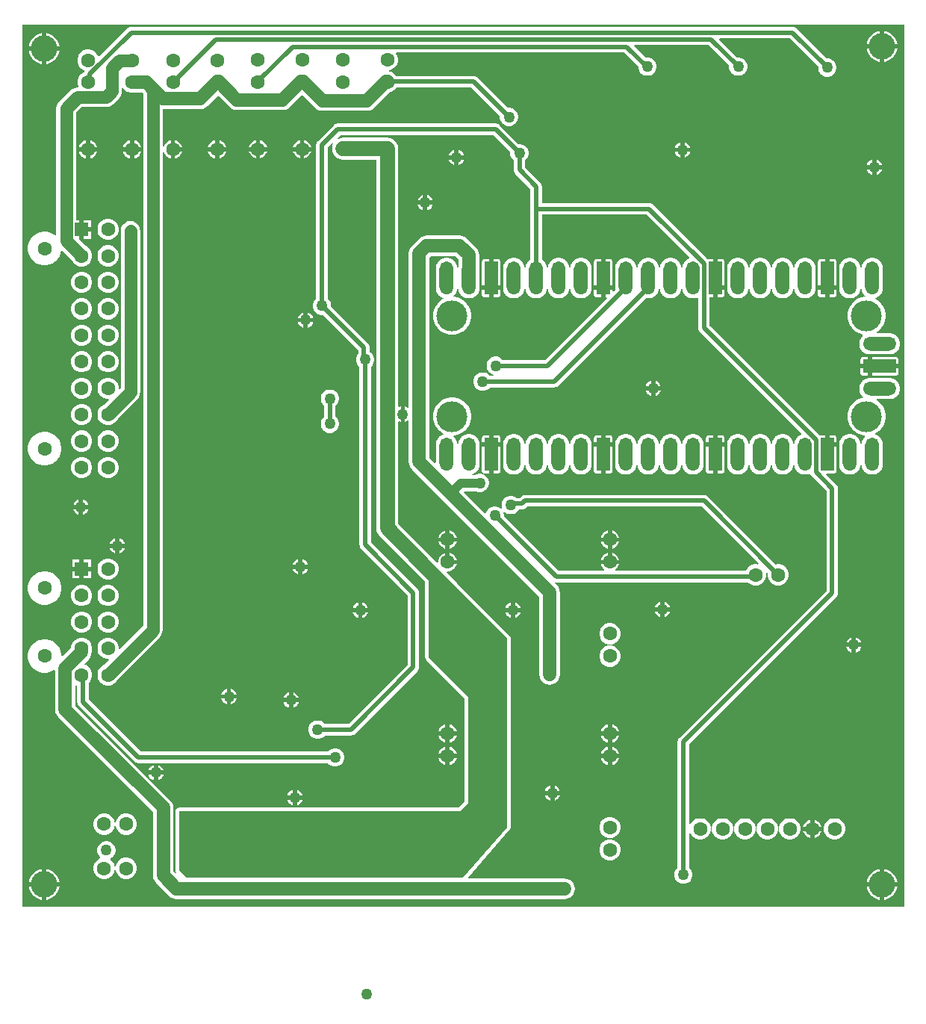
<source format=gbr>
%TF.GenerationSoftware,Altium Limited,Altium Designer,23.4.1 (23)*%
G04 Layer_Physical_Order=2*
G04 Layer_Color=16711680*
%FSLAX45Y45*%
%MOMM*%
%TF.SameCoordinates,6CF259D0-23F4-4C04-AF4F-6D395A9B2DD4*%
%TF.FilePolarity,Positive*%
%TF.FileFunction,Copper,L2,Bot,Signal*%
%TF.Part,Single*%
G01*
G75*
%TA.AperFunction,Conductor*%
%ADD27C,0.50000*%
%ADD28C,1.50000*%
%ADD29C,1.70000*%
%ADD30C,1.00000*%
%ADD31C,1.40000*%
%TA.AperFunction,ComponentPad*%
%ADD32C,1.60000*%
%AMCUSTOMSHAPE33*
4,1,4,-0.80000,-0.80000,-0.80000,0.80000,3.00000,0.80000,3.00000,-0.80000,-0.80000,-0.80000,0.0*%
%ADD33CUSTOMSHAPE33*%

%AMCUSTOMSHAPE34*
4,1,4,-0.80000,-0.80000,0.80000,-0.80000,0.80000,3.00000,-0.80000,3.00000,-0.80000,-0.80000,0.0*%
%ADD34CUSTOMSHAPE34*%

%AMCUSTOMSHAPE35*
4,1,4,-0.80000,0.80000,0.80000,0.80000,0.80000,-3.00000,-0.80000,-3.00000,-0.80000,0.80000,0.0*%
%ADD35CUSTOMSHAPE35*%

%ADD36R,1.60000X1.60000*%
%TA.AperFunction,ViaPad*%
%ADD37C,1.27000*%
%ADD38C,3.50000*%
%ADD39C,3.00000*%
G36*
X10000000Y0D02*
X0D01*
Y10000000D01*
X10000000D01*
Y0D01*
D02*
G37*
%LPC*%
G36*
X9775000Y9923864D02*
Y9775000D01*
X9923864D01*
X9918659Y9801162D01*
X9905437Y9833083D01*
X9886242Y9861811D01*
X9861811Y9886242D01*
X9833083Y9905437D01*
X9801162Y9918659D01*
X9775000Y9923864D01*
D02*
G37*
G36*
X9725000D02*
X9698838Y9918659D01*
X9666917Y9905437D01*
X9638189Y9886242D01*
X9613758Y9861811D01*
X9594563Y9833083D01*
X9581341Y9801162D01*
X9576137Y9775000D01*
X9725000D01*
Y9923864D01*
D02*
G37*
G36*
X275000Y9898864D02*
Y9750000D01*
X423864D01*
X418659Y9776162D01*
X405437Y9808083D01*
X386242Y9836811D01*
X361811Y9861242D01*
X333083Y9880437D01*
X301162Y9893659D01*
X275000Y9898864D01*
D02*
G37*
G36*
X225000D02*
X198838Y9893659D01*
X166917Y9880437D01*
X138189Y9861242D01*
X113758Y9836811D01*
X94563Y9808083D01*
X81341Y9776162D01*
X76136Y9750000D01*
X225000D01*
Y9898864D01*
D02*
G37*
G36*
X9923864Y9725000D02*
X9775000D01*
Y9576137D01*
X9801162Y9581341D01*
X9833083Y9594563D01*
X9861811Y9613758D01*
X9886242Y9638189D01*
X9905437Y9666917D01*
X9918659Y9698838D01*
X9923864Y9725000D01*
D02*
G37*
G36*
X9725000D02*
X9576137D01*
X9581341Y9698838D01*
X9594563Y9666917D01*
X9613758Y9638189D01*
X9638189Y9613758D01*
X9666917Y9594563D01*
X9698838Y9581341D01*
X9725000Y9576137D01*
Y9725000D01*
D02*
G37*
G36*
X423864Y9700000D02*
X275000D01*
Y9551137D01*
X301162Y9556341D01*
X333083Y9569563D01*
X361811Y9588758D01*
X386242Y9613189D01*
X405437Y9641917D01*
X418659Y9673838D01*
X423864Y9700000D01*
D02*
G37*
G36*
X225000D02*
X76136D01*
X81341Y9673838D01*
X94563Y9641917D01*
X113758Y9613189D01*
X138189Y9588758D01*
X166917Y9569563D01*
X198838Y9556341D01*
X225000Y9551137D01*
Y9700000D01*
D02*
G37*
G36*
X8735000Y9970561D02*
X1236777D01*
X1219808Y9968327D01*
X1203996Y9961777D01*
X1190418Y9951358D01*
X872224Y9633164D01*
X859956Y9636451D01*
X859322Y9638818D01*
X843524Y9666182D01*
X821181Y9688524D01*
X793818Y9704322D01*
X763298Y9712500D01*
X731702D01*
X701182Y9704322D01*
X673818Y9688524D01*
X651476Y9666182D01*
X635678Y9638818D01*
X627500Y9608298D01*
Y9576702D01*
X635678Y9546182D01*
X651476Y9518818D01*
X673818Y9496476D01*
X701182Y9480678D01*
X705221Y9479596D01*
X709359Y9467004D01*
X703325Y9454896D01*
X701182Y9454322D01*
X673818Y9438524D01*
X651476Y9416182D01*
X635678Y9388818D01*
X627500Y9358298D01*
Y9326702D01*
X635678Y9296182D01*
X636679Y9294448D01*
X630329Y9283449D01*
X627010D01*
X598295Y9279669D01*
X571536Y9268585D01*
X548558Y9250953D01*
X421547Y9123942D01*
X403915Y9100964D01*
X392831Y9074205D01*
X389051Y9045490D01*
Y7611318D01*
X384650Y7609496D01*
X376351Y7607429D01*
X346499Y7627376D01*
X311921Y7641698D01*
X275214Y7649000D01*
X237787D01*
X201079Y7641698D01*
X166502Y7627376D01*
X135382Y7606582D01*
X108918Y7580118D01*
X88125Y7548999D01*
X73802Y7514421D01*
X66500Y7477714D01*
Y7440287D01*
X73802Y7403579D01*
X88125Y7369002D01*
X108918Y7337882D01*
X135382Y7311418D01*
X166502Y7290624D01*
X201079Y7276302D01*
X237787Y7269000D01*
X275214D01*
X311921Y7276302D01*
X346499Y7290624D01*
X377618Y7311418D01*
X404083Y7337882D01*
X424876Y7369002D01*
X439198Y7403579D01*
X444567Y7430567D01*
X458347Y7434748D01*
X562726Y7330369D01*
X563178Y7328682D01*
X578976Y7301319D01*
X601318Y7278977D01*
X628682Y7263178D01*
X659202Y7255000D01*
X690798D01*
X721318Y7263178D01*
X748682Y7278977D01*
X771024Y7301319D01*
X786822Y7328682D01*
X795000Y7359202D01*
Y7390799D01*
X786822Y7421318D01*
X771024Y7448682D01*
X748682Y7471024D01*
X721318Y7486822D01*
X719632Y7487274D01*
X649039Y7557867D01*
X650000Y7560188D01*
Y7675000D01*
Y7780400D01*
X610949D01*
Y8999533D01*
X672967Y9061551D01*
X950000D01*
X978716Y9065332D01*
X1005474Y9076415D01*
X1028453Y9094047D01*
X1100953Y9166548D01*
X1118585Y9189526D01*
X1129669Y9216285D01*
X1133449Y9245000D01*
Y9274642D01*
X1146149Y9278045D01*
X1151476Y9268818D01*
X1173818Y9246476D01*
X1201182Y9230678D01*
X1231702Y9222500D01*
X1263298D01*
X1271115Y9224595D01*
X1361367D01*
X1371551Y9214411D01*
Y3178456D01*
X1107700Y2914605D01*
X1095000Y2919866D01*
Y2940798D01*
X1086822Y2971318D01*
X1071024Y2998681D01*
X1048681Y3021023D01*
X1021318Y3036822D01*
X990798Y3044999D01*
X959202D01*
X928682Y3036822D01*
X901318Y3021023D01*
X878976Y2998681D01*
X863178Y2971318D01*
X855000Y2940798D01*
Y2909201D01*
X863178Y2878682D01*
X878976Y2851318D01*
X901318Y2828976D01*
X928682Y2813178D01*
X959202Y2805000D01*
X980134D01*
X985395Y2792300D01*
X930368Y2737274D01*
X928682Y2736822D01*
X901318Y2721024D01*
X878976Y2698681D01*
X863178Y2671318D01*
X855000Y2640798D01*
Y2609202D01*
X863178Y2578682D01*
X878976Y2551318D01*
X901318Y2528976D01*
X928682Y2513178D01*
X959202Y2505000D01*
X990798D01*
X1021318Y2513178D01*
X1048681Y2528976D01*
X1071024Y2551318D01*
X1086822Y2578682D01*
X1087274Y2580368D01*
X1560953Y3054047D01*
X1578585Y3077025D01*
X1589669Y3103784D01*
X1593449Y3132500D01*
Y8561171D01*
X1606149Y8562843D01*
X1611783Y8541817D01*
X1625659Y8517783D01*
X1645283Y8498159D01*
X1669317Y8484283D01*
X1685000Y8480081D01*
Y8582499D01*
Y8684919D01*
X1669317Y8680717D01*
X1645283Y8666841D01*
X1625659Y8647217D01*
X1611783Y8623183D01*
X1606149Y8602157D01*
X1593449Y8603829D01*
Y9039008D01*
X2020000D01*
X2050021Y9042960D01*
X2077996Y9054548D01*
X2102019Y9072981D01*
X2222235Y9193197D01*
X2354951Y9060481D01*
X2378973Y9042048D01*
X2406948Y9030460D01*
X2436969Y9026508D01*
X2953031D01*
X2983052Y9030460D01*
X3011027Y9042048D01*
X3035050Y9060481D01*
X3175000Y9200431D01*
X3322450Y9052981D01*
X3346472Y9034548D01*
X3374447Y9022960D01*
X3404468Y9019008D01*
X3910531D01*
X3940552Y9022960D01*
X3968527Y9034548D01*
X3992550Y9052981D01*
X4171195Y9231626D01*
X4186318Y9235678D01*
X4213682Y9251476D01*
X4236024Y9273818D01*
X4242156Y9284439D01*
X5092844D01*
X5416500Y8960783D01*
Y8936374D01*
X5423553Y8910051D01*
X5437179Y8886449D01*
X5456449Y8867179D01*
X5480051Y8853553D01*
X5506374Y8846500D01*
X5533626D01*
X5559949Y8853553D01*
X5583550Y8867179D01*
X5602820Y8886449D01*
X5616446Y8910051D01*
X5623500Y8936374D01*
Y8963626D01*
X5616446Y8989949D01*
X5602820Y9013550D01*
X5583550Y9032820D01*
X5559949Y9046446D01*
X5533626Y9053500D01*
X5509217D01*
X5166358Y9396358D01*
X5152780Y9406777D01*
X5136968Y9413327D01*
X5120000Y9415561D01*
X4239269D01*
X4236024Y9421182D01*
X4213682Y9443524D01*
X4186318Y9459322D01*
X4161672Y9465926D01*
Y9479074D01*
X4186318Y9485678D01*
X4213682Y9501476D01*
X4236024Y9523818D01*
X4251822Y9551182D01*
X4260000Y9581702D01*
Y9613298D01*
X4251822Y9643818D01*
X4238589Y9666739D01*
X4244536Y9679439D01*
X6827844D01*
X6986500Y9520783D01*
Y9506374D01*
X6993553Y9480051D01*
X7007179Y9456449D01*
X7026449Y9437179D01*
X7050050Y9423553D01*
X7076374Y9416500D01*
X7103626D01*
X7129949Y9423553D01*
X7153550Y9437179D01*
X7172820Y9456449D01*
X7186446Y9480051D01*
X7193500Y9506374D01*
Y9533626D01*
X7186446Y9559949D01*
X7172820Y9583551D01*
X7153550Y9602821D01*
X7129949Y9616447D01*
X7103626Y9623500D01*
X7076374D01*
X7070729Y9621987D01*
X6940011Y9752706D01*
X6944871Y9764439D01*
X7782844D01*
X8016500Y9530783D01*
Y9506374D01*
X8023553Y9480051D01*
X8037179Y9456449D01*
X8056449Y9437179D01*
X8080050Y9423553D01*
X8106374Y9416500D01*
X8133626D01*
X8159949Y9423553D01*
X8183550Y9437179D01*
X8202820Y9456449D01*
X8216446Y9480051D01*
X8223500Y9506374D01*
Y9533626D01*
X8216446Y9559949D01*
X8202820Y9583551D01*
X8183550Y9602821D01*
X8159949Y9616447D01*
X8133626Y9623500D01*
X8109216D01*
X7905010Y9827706D01*
X7909871Y9839439D01*
X8707844D01*
X9026500Y9520783D01*
Y9496374D01*
X9033554Y9470050D01*
X9047180Y9446449D01*
X9066450Y9427179D01*
X9090051Y9413553D01*
X9116374Y9406500D01*
X9143626D01*
X9169950Y9413553D01*
X9193551Y9427179D01*
X9212821Y9446449D01*
X9226447Y9470050D01*
X9233500Y9496374D01*
Y9523626D01*
X9226447Y9549949D01*
X9212821Y9573550D01*
X9193551Y9592820D01*
X9169950Y9606446D01*
X9143626Y9613500D01*
X9119217D01*
X8781358Y9951358D01*
X8767780Y9961777D01*
X8751969Y9968327D01*
X8735000Y9970561D01*
D02*
G37*
G36*
X2700000Y8687419D02*
Y8610000D01*
X2777419D01*
X2773217Y8625683D01*
X2759341Y8649717D01*
X2739717Y8669341D01*
X2715683Y8683217D01*
X2700000Y8687419D01*
D02*
G37*
G36*
X3200000D02*
Y8610000D01*
X3277419D01*
X3273217Y8625683D01*
X3259341Y8649717D01*
X3239717Y8669341D01*
X3215683Y8683217D01*
X3200000Y8687419D01*
D02*
G37*
G36*
X2650000D02*
X2634317Y8683217D01*
X2610283Y8669341D01*
X2590659Y8649717D01*
X2576783Y8625683D01*
X2572581Y8610000D01*
X2650000D01*
Y8687419D01*
D02*
G37*
G36*
X3150000D02*
X3134317Y8683217D01*
X3110283Y8669341D01*
X3090659Y8649717D01*
X3076783Y8625683D01*
X3072581Y8610000D01*
X3150000D01*
Y8687419D01*
D02*
G37*
G36*
X2235000Y8684919D02*
Y8607499D01*
X2312419D01*
X2308217Y8623183D01*
X2294341Y8647217D01*
X2274717Y8666841D01*
X2250683Y8680717D01*
X2235000Y8684919D01*
D02*
G37*
G36*
X772500D02*
Y8607499D01*
X849919D01*
X845717Y8623183D01*
X831841Y8647217D01*
X812217Y8666841D01*
X788183Y8680717D01*
X772500Y8684919D01*
D02*
G37*
G36*
X1735000D02*
Y8607499D01*
X1812419D01*
X1808217Y8623183D01*
X1794341Y8647217D01*
X1774717Y8666841D01*
X1750683Y8680717D01*
X1735000Y8684919D01*
D02*
G37*
G36*
X1272500D02*
Y8607499D01*
X1349919D01*
X1345717Y8623183D01*
X1331841Y8647217D01*
X1312217Y8666841D01*
X1288183Y8680717D01*
X1272500Y8684919D01*
D02*
G37*
G36*
X722500D02*
X706817Y8680717D01*
X682783Y8666841D01*
X663159Y8647217D01*
X649283Y8623183D01*
X645080Y8607499D01*
X722500D01*
Y8684919D01*
D02*
G37*
G36*
X1222500D02*
X1206817Y8680717D01*
X1182783Y8666841D01*
X1163159Y8647217D01*
X1149283Y8623183D01*
X1145081Y8607499D01*
X1222500D01*
Y8684919D01*
D02*
G37*
G36*
X2185000Y8684919D02*
X2169317Y8680717D01*
X2145283Y8666841D01*
X2125659Y8647217D01*
X2111783Y8623183D01*
X2107580Y8607499D01*
X2185000D01*
Y8684919D01*
D02*
G37*
G36*
X7512500Y8662837D02*
Y8602500D01*
X7572837D01*
X7570341Y8611814D01*
X7558638Y8632086D01*
X7542086Y8648638D01*
X7521814Y8660342D01*
X7512500Y8662837D01*
D02*
G37*
G36*
X7462500D02*
X7453186Y8660342D01*
X7432914Y8648638D01*
X7416362Y8632086D01*
X7404658Y8611814D01*
X7402162Y8602500D01*
X7462500D01*
Y8662837D01*
D02*
G37*
G36*
X4950000Y8577837D02*
Y8517500D01*
X5010337D01*
X5007842Y8526814D01*
X4996138Y8547086D01*
X4979586Y8563638D01*
X4959314Y8575341D01*
X4950000Y8577837D01*
D02*
G37*
G36*
X4900000D02*
X4890686Y8575341D01*
X4870414Y8563638D01*
X4853862Y8547086D01*
X4842158Y8526814D01*
X4839663Y8517500D01*
X4900000D01*
Y8577837D01*
D02*
G37*
G36*
X7572837Y8552500D02*
X7512500D01*
Y8492163D01*
X7521814Y8494658D01*
X7542086Y8506362D01*
X7558638Y8522914D01*
X7570341Y8543186D01*
X7572837Y8552500D01*
D02*
G37*
G36*
X7462500D02*
X7402162D01*
X7404658Y8543186D01*
X7416362Y8522914D01*
X7432914Y8506362D01*
X7453186Y8494658D01*
X7462500Y8492163D01*
Y8552500D01*
D02*
G37*
G36*
X3277419Y8560000D02*
X3200000D01*
Y8482581D01*
X3215683Y8486783D01*
X3239717Y8500659D01*
X3259341Y8520283D01*
X3273217Y8544317D01*
X3277419Y8560000D01*
D02*
G37*
G36*
X2777419D02*
X2700000D01*
Y8482581D01*
X2715683Y8486783D01*
X2739717Y8500659D01*
X2759341Y8520283D01*
X2773217Y8544317D01*
X2777419Y8560000D01*
D02*
G37*
G36*
X3150000D02*
X3072581D01*
X3076783Y8544317D01*
X3090659Y8520283D01*
X3110283Y8500659D01*
X3134317Y8486783D01*
X3150000Y8482581D01*
Y8560000D01*
D02*
G37*
G36*
X2650000D02*
X2572581D01*
X2576783Y8544317D01*
X2590659Y8520283D01*
X2610283Y8500659D01*
X2634317Y8486783D01*
X2650000Y8482581D01*
Y8560000D01*
D02*
G37*
G36*
X2312419Y8557499D02*
X2235000D01*
Y8480081D01*
X2250683Y8484283D01*
X2274717Y8498159D01*
X2294341Y8517783D01*
X2308217Y8541817D01*
X2312419Y8557499D01*
D02*
G37*
G36*
X1812419D02*
X1735000D01*
Y8480081D01*
X1750683Y8484283D01*
X1774717Y8498159D01*
X1794341Y8517783D01*
X1808217Y8541817D01*
X1812419Y8557499D01*
D02*
G37*
G36*
X1349919D02*
X1272500D01*
Y8480081D01*
X1288183Y8484283D01*
X1312217Y8498159D01*
X1331841Y8517783D01*
X1345717Y8541817D01*
X1349919Y8557499D01*
D02*
G37*
G36*
X849919D02*
X772500D01*
Y8480081D01*
X788183Y8484283D01*
X812217Y8498159D01*
X831841Y8517783D01*
X845717Y8541817D01*
X849919Y8557499D01*
D02*
G37*
G36*
X1222500D02*
X1145081D01*
X1149283Y8541817D01*
X1163159Y8517783D01*
X1182783Y8498159D01*
X1206817Y8484283D01*
X1222500Y8480081D01*
Y8557499D01*
D02*
G37*
G36*
X722500D02*
X645081D01*
X649283Y8541817D01*
X663159Y8517783D01*
X682783Y8498159D01*
X706817Y8484283D01*
X722500Y8480081D01*
Y8557499D01*
D02*
G37*
G36*
X2185000D02*
X2107581D01*
X2111783Y8541817D01*
X2125659Y8517783D01*
X2145283Y8498159D01*
X2169317Y8484283D01*
X2185000Y8480081D01*
Y8557499D01*
D02*
G37*
G36*
X5010337Y8467500D02*
X4950000D01*
Y8407163D01*
X4959314Y8409658D01*
X4979586Y8421362D01*
X4996138Y8437914D01*
X5007842Y8458186D01*
X5010337Y8467500D01*
D02*
G37*
G36*
X4900000D02*
X4839663D01*
X4842158Y8458186D01*
X4853862Y8437914D01*
X4870414Y8421362D01*
X4890686Y8409658D01*
X4900000Y8407163D01*
Y8467500D01*
D02*
G37*
G36*
X9687500Y8465337D02*
Y8405000D01*
X9747838D01*
X9745342Y8414314D01*
X9733638Y8434586D01*
X9717086Y8451138D01*
X9696814Y8462842D01*
X9687500Y8465337D01*
D02*
G37*
G36*
X9637500D02*
X9628186Y8462842D01*
X9607914Y8451138D01*
X9591362Y8434586D01*
X9579659Y8414314D01*
X9577163Y8405000D01*
X9637500D01*
Y8465337D01*
D02*
G37*
G36*
X9747838Y8355000D02*
X9687500D01*
Y8294663D01*
X9696814Y8297158D01*
X9717086Y8308862D01*
X9733638Y8325414D01*
X9745342Y8345686D01*
X9747838Y8355000D01*
D02*
G37*
G36*
X9637500D02*
X9577163D01*
X9579659Y8345686D01*
X9591362Y8325414D01*
X9607914Y8308862D01*
X9628186Y8297158D01*
X9637500Y8294663D01*
Y8355000D01*
D02*
G37*
G36*
X4595000Y8065337D02*
Y8005000D01*
X4655337D01*
X4652842Y8014314D01*
X4641138Y8034586D01*
X4624586Y8051138D01*
X4604314Y8062842D01*
X4595000Y8065337D01*
D02*
G37*
G36*
X4545000D02*
X4535686Y8062842D01*
X4515414Y8051138D01*
X4498862Y8034586D01*
X4487158Y8014314D01*
X4484663Y8005000D01*
X4545000D01*
Y8065337D01*
D02*
G37*
G36*
X4655337Y7955000D02*
X4595000D01*
Y7894663D01*
X4604314Y7897158D01*
X4624586Y7908862D01*
X4641138Y7925414D01*
X4652842Y7945686D01*
X4655337Y7955000D01*
D02*
G37*
G36*
X4545000D02*
X4484663D01*
X4487158Y7945686D01*
X4498862Y7925414D01*
X4515414Y7908862D01*
X4535686Y7897158D01*
X4545000Y7894663D01*
Y7955000D01*
D02*
G37*
G36*
X780400Y7780400D02*
X700000D01*
Y7700000D01*
X780400D01*
Y7780400D01*
D02*
G37*
G36*
Y7650000D02*
X700000D01*
Y7569600D01*
X780400D01*
Y7650000D01*
D02*
G37*
G36*
X990798Y7795000D02*
X959202D01*
X928682Y7786822D01*
X901318Y7771024D01*
X878976Y7748682D01*
X863178Y7721318D01*
X855000Y7690798D01*
Y7659202D01*
X863178Y7628682D01*
X878976Y7601319D01*
X901318Y7578976D01*
X928682Y7563178D01*
X959202Y7555000D01*
X990798D01*
X1021318Y7563178D01*
X1048681Y7578976D01*
X1071024Y7601319D01*
X1086822Y7628682D01*
X1095000Y7659202D01*
Y7690798D01*
X1086822Y7721318D01*
X1071024Y7748682D01*
X1048681Y7771024D01*
X1021318Y7786822D01*
X990798Y7795000D01*
D02*
G37*
G36*
X9643243Y7354784D02*
X9632756D01*
X9630117Y7354259D01*
X9627432Y7354435D01*
X9617035Y7353066D01*
X9614488Y7352201D01*
X9611803Y7352025D01*
X9601674Y7349311D01*
X9599261Y7348121D01*
X9596623Y7347597D01*
X9586934Y7343584D01*
X9584697Y7342089D01*
X9582149Y7341224D01*
X9573067Y7335980D01*
X9571044Y7334206D01*
X9568631Y7333016D01*
X9560311Y7326632D01*
X9558538Y7324610D01*
X9556300Y7323115D01*
X9548885Y7315700D01*
X9547390Y7313462D01*
X9545368Y7311689D01*
X9538984Y7303369D01*
X9537794Y7300957D01*
X9536020Y7298934D01*
X9530776Y7289851D01*
X9529911Y7287303D01*
X9528416Y7285066D01*
X9524403Y7275377D01*
X9523879Y7272739D01*
X9522689Y7270326D01*
X9519975Y7260197D01*
X9519799Y7257512D01*
X9518934Y7254965D01*
X9518391Y7250841D01*
X9511000Y7246932D01*
X9503608Y7250841D01*
X9503065Y7254965D01*
X9502200Y7257513D01*
X9502024Y7260197D01*
X9499310Y7270326D01*
X9498120Y7272739D01*
X9497596Y7275377D01*
X9493583Y7285066D01*
X9492088Y7287303D01*
X9491223Y7289851D01*
X9485979Y7298933D01*
X9484205Y7300956D01*
X9483015Y7303369D01*
X9476631Y7311689D01*
X9474609Y7313462D01*
X9473114Y7315700D01*
X9465699Y7323115D01*
X9463461Y7324610D01*
X9461688Y7326632D01*
X9453368Y7333016D01*
X9450956Y7334206D01*
X9448933Y7335980D01*
X9439850Y7341224D01*
X9437302Y7342089D01*
X9435065Y7343584D01*
X9425376Y7347597D01*
X9422738Y7348121D01*
X9420325Y7349311D01*
X9410196Y7352025D01*
X9407511Y7352201D01*
X9404964Y7353066D01*
X9394567Y7354435D01*
X9391882Y7354259D01*
X9389243Y7354784D01*
X9378756D01*
X9376117Y7354259D01*
X9373432Y7354435D01*
X9363035Y7353066D01*
X9360488Y7352201D01*
X9357803Y7352025D01*
X9347674Y7349311D01*
X9345261Y7348121D01*
X9342623Y7347597D01*
X9332934Y7343584D01*
X9330697Y7342089D01*
X9328149Y7341224D01*
X9319067Y7335980D01*
X9317044Y7334206D01*
X9314631Y7333016D01*
X9306311Y7326632D01*
X9304538Y7324610D01*
X9302300Y7323115D01*
X9294885Y7315700D01*
X9293390Y7313462D01*
X9291368Y7311689D01*
X9284984Y7303369D01*
X9283794Y7300957D01*
X9282020Y7298934D01*
X9276776Y7289851D01*
X9275911Y7287303D01*
X9274416Y7285066D01*
X9270403Y7275377D01*
X9269879Y7272739D01*
X9268689Y7270326D01*
X9265975Y7260197D01*
X9265799Y7257512D01*
X9264934Y7254965D01*
X9263565Y7244568D01*
X9263741Y7241883D01*
X9263216Y7239244D01*
Y7008757D01*
X9263741Y7006118D01*
X9263565Y7003433D01*
X9264934Y6993036D01*
X9265799Y6990488D01*
X9265975Y6987804D01*
X9268689Y6977675D01*
X9269879Y6975262D01*
X9270403Y6972624D01*
X9274416Y6962935D01*
X9275911Y6960698D01*
X9276776Y6958150D01*
X9282020Y6949068D01*
X9283794Y6947045D01*
X9284984Y6944632D01*
X9291368Y6936312D01*
X9293390Y6934539D01*
X9294885Y6932301D01*
X9302300Y6924886D01*
X9304538Y6923391D01*
X9306311Y6921369D01*
X9314631Y6914985D01*
X9317043Y6913795D01*
X9319066Y6912021D01*
X9328149Y6906777D01*
X9330697Y6905912D01*
X9332934Y6904417D01*
X9342623Y6900404D01*
X9345261Y6899880D01*
X9347674Y6898690D01*
X9357803Y6895976D01*
X9360488Y6895800D01*
X9363035Y6894935D01*
X9373432Y6893566D01*
X9376118Y6893742D01*
X9378758Y6893217D01*
X9389245Y6893217D01*
X9391883Y6893742D01*
X9394566Y6893566D01*
X9404963Y6894935D01*
X9407510Y6895800D01*
X9410195Y6895976D01*
X9420324Y6898690D01*
X9422738Y6899880D01*
X9425377Y6900405D01*
X9435065Y6904418D01*
X9437303Y6905913D01*
X9439850Y6906777D01*
X9448932Y6912021D01*
X9450955Y6913795D01*
X9453368Y6914985D01*
X9461688Y6921369D01*
X9463461Y6923391D01*
X9465698Y6924886D01*
X9473114Y6932301D01*
X9474609Y6934539D01*
X9476631Y6936312D01*
X9483015Y6944632D01*
X9484205Y6947045D01*
X9485980Y6949068D01*
X9491223Y6958150D01*
X9492088Y6960698D01*
X9493582Y6962935D01*
X9497595Y6972623D01*
X9498120Y6975262D01*
X9499310Y6977675D01*
X9502024Y6987804D01*
X9502200Y6990490D01*
X9503065Y6993037D01*
X9503608Y6997160D01*
X9511001Y7001069D01*
X9518391Y6997161D01*
X9518934Y6993036D01*
X9519799Y6990488D01*
X9519975Y6987804D01*
X9522689Y6977675D01*
X9523879Y6975262D01*
X9524403Y6972624D01*
X9528416Y6962935D01*
X9529911Y6960698D01*
X9530776Y6958150D01*
X9536020Y6949068D01*
X9537794Y6947045D01*
X9538984Y6944632D01*
X9545368Y6936312D01*
X9547390Y6934539D01*
X9548885Y6932301D01*
X9556300Y6924886D01*
X9558538Y6923391D01*
X9559143Y6922700D01*
X9558170Y6917343D01*
X9554265Y6910000D01*
X9553824D01*
X9512287Y6901738D01*
X9473159Y6885531D01*
X9437945Y6862002D01*
X9407998Y6832055D01*
X9384469Y6796841D01*
X9368262Y6757713D01*
X9360000Y6716176D01*
Y6673825D01*
X9368262Y6632287D01*
X9384469Y6593160D01*
X9407998Y6557946D01*
X9437945Y6527999D01*
X9473159Y6504470D01*
X9512287Y6488263D01*
X9530898Y6484561D01*
X9534108Y6474219D01*
X9534300Y6470935D01*
X9533138Y6469610D01*
X9530900Y6468115D01*
X9523485Y6460700D01*
X9521990Y6458462D01*
X9519968Y6456689D01*
X9513584Y6448369D01*
X9512394Y6445957D01*
X9510620Y6443934D01*
X9505376Y6434851D01*
X9504511Y6432303D01*
X9503016Y6430066D01*
X9499003Y6420377D01*
X9498479Y6417739D01*
X9497289Y6415326D01*
X9494575Y6405196D01*
X9494399Y6402512D01*
X9493534Y6399965D01*
X9492165Y6389568D01*
X9492341Y6386882D01*
X9491816Y6384242D01*
X9491816Y6373755D01*
X9492341Y6371117D01*
X9492165Y6368434D01*
X9493534Y6358037D01*
X9494399Y6355490D01*
X9494575Y6352805D01*
X9497289Y6342676D01*
X9498479Y6340262D01*
X9499004Y6337623D01*
X9503017Y6327935D01*
X9504512Y6325697D01*
X9505376Y6323150D01*
X9510620Y6314068D01*
X9512394Y6312045D01*
X9513584Y6309632D01*
X9519968Y6301312D01*
X9521990Y6299539D01*
X9523485Y6297302D01*
X9530900Y6289886D01*
X9533138Y6288391D01*
X9534911Y6286369D01*
X9543231Y6279985D01*
X9545644Y6278795D01*
X9547667Y6277020D01*
X9556749Y6271777D01*
X9559297Y6270912D01*
X9561534Y6269418D01*
X9571222Y6265405D01*
X9573861Y6264880D01*
X9576274Y6263690D01*
X9586403Y6260976D01*
X9589089Y6260800D01*
X9591636Y6259935D01*
X9602033Y6258566D01*
X9604717Y6258742D01*
X9607356Y6258217D01*
X9837843Y6258217D01*
X9840482Y6258742D01*
X9843167Y6258566D01*
X9853564Y6259935D01*
X9856112Y6260800D01*
X9858796Y6260976D01*
X9868925Y6263690D01*
X9871338Y6264880D01*
X9873976Y6265404D01*
X9883665Y6269417D01*
X9885903Y6270912D01*
X9888450Y6271777D01*
X9897532Y6277021D01*
X9899556Y6278795D01*
X9901968Y6279985D01*
X9910288Y6286369D01*
X9912061Y6288391D01*
X9914299Y6289886D01*
X9921714Y6297301D01*
X9923209Y6299539D01*
X9925231Y6301312D01*
X9931615Y6309632D01*
X9932805Y6312044D01*
X9934579Y6314067D01*
X9939823Y6323150D01*
X9940688Y6325698D01*
X9942183Y6327935D01*
X9946196Y6337624D01*
X9946721Y6340262D01*
X9947910Y6342675D01*
X9950624Y6352804D01*
X9950801Y6355489D01*
X9951665Y6358036D01*
X9953034Y6368433D01*
X9952858Y6371118D01*
X9953383Y6373757D01*
Y6384244D01*
X9952858Y6386883D01*
X9953034Y6389568D01*
X9951665Y6399965D01*
X9950801Y6402512D01*
X9950624Y6405196D01*
X9947910Y6415326D01*
X9946721Y6417739D01*
X9946196Y6420377D01*
X9942183Y6430066D01*
X9940688Y6432303D01*
X9939823Y6434851D01*
X9934579Y6443933D01*
X9932805Y6445956D01*
X9931615Y6448369D01*
X9925231Y6456689D01*
X9923209Y6458462D01*
X9921714Y6460700D01*
X9914299Y6468115D01*
X9912061Y6469610D01*
X9910288Y6471632D01*
X9901968Y6478016D01*
X9899556Y6479206D01*
X9897533Y6480980D01*
X9888450Y6486224D01*
X9885903Y6487089D01*
X9883665Y6488584D01*
X9873976Y6492597D01*
X9871338Y6493121D01*
X9868925Y6494311D01*
X9858796Y6497025D01*
X9856111Y6497201D01*
X9853564Y6498066D01*
X9843167Y6499435D01*
X9840482Y6499259D01*
X9837843Y6499784D01*
X9692687D01*
X9688835Y6512484D01*
X9712054Y6527999D01*
X9742001Y6557946D01*
X9765530Y6593160D01*
X9781737Y6632287D01*
X9789999Y6673825D01*
Y6716176D01*
X9781737Y6757713D01*
X9765530Y6796841D01*
X9742001Y6832055D01*
X9712054Y6862002D01*
X9676840Y6885531D01*
X9675836Y6885947D01*
X9674927Y6893615D01*
X9676121Y6899575D01*
X9676738Y6899880D01*
X9679377Y6900405D01*
X9689065Y6904418D01*
X9691303Y6905913D01*
X9693850Y6906777D01*
X9702932Y6912021D01*
X9704955Y6913795D01*
X9707368Y6914985D01*
X9715688Y6921369D01*
X9717461Y6923391D01*
X9719698Y6924886D01*
X9727114Y6932301D01*
X9728609Y6934539D01*
X9730631Y6936312D01*
X9737015Y6944632D01*
X9738205Y6947045D01*
X9739980Y6949068D01*
X9745223Y6958150D01*
X9746088Y6960698D01*
X9747582Y6962935D01*
X9751595Y6972623D01*
X9752120Y6975262D01*
X9753310Y6977675D01*
X9756024Y6987804D01*
X9756200Y6990490D01*
X9757065Y6993037D01*
X9758434Y7003434D01*
X9758258Y7006118D01*
X9758783Y7008757D01*
X9758783Y7239244D01*
X9758258Y7241883D01*
X9758434Y7244568D01*
X9757065Y7254965D01*
X9756200Y7257513D01*
X9756024Y7260197D01*
X9753310Y7270326D01*
X9752120Y7272739D01*
X9751596Y7275377D01*
X9747583Y7285066D01*
X9746088Y7287303D01*
X9745223Y7289851D01*
X9739979Y7298933D01*
X9738205Y7300956D01*
X9737015Y7303369D01*
X9730631Y7311689D01*
X9728609Y7313462D01*
X9727114Y7315700D01*
X9719699Y7323115D01*
X9717461Y7324610D01*
X9715688Y7326632D01*
X9707368Y7333016D01*
X9704956Y7334206D01*
X9702933Y7335980D01*
X9693850Y7341224D01*
X9691302Y7342089D01*
X9689065Y7343584D01*
X9679376Y7347597D01*
X9676738Y7348121D01*
X9674325Y7349311D01*
X9664196Y7352025D01*
X9661511Y7352201D01*
X9658964Y7353066D01*
X9648567Y7354435D01*
X9645882Y7354259D01*
X9643243Y7354784D01*
D02*
G37*
G36*
X8881243D02*
X8870756D01*
X8868117Y7354259D01*
X8865432Y7354435D01*
X8855035Y7353066D01*
X8852488Y7352201D01*
X8849803Y7352025D01*
X8839674Y7349311D01*
X8837261Y7348121D01*
X8834623Y7347597D01*
X8824934Y7343584D01*
X8822697Y7342089D01*
X8820149Y7341224D01*
X8811067Y7335980D01*
X8809044Y7334206D01*
X8806631Y7333016D01*
X8798311Y7326632D01*
X8796538Y7324610D01*
X8794300Y7323115D01*
X8786885Y7315700D01*
X8785390Y7313462D01*
X8783368Y7311689D01*
X8776984Y7303369D01*
X8775794Y7300957D01*
X8774020Y7298934D01*
X8768776Y7289851D01*
X8767911Y7287303D01*
X8766416Y7285066D01*
X8762403Y7275377D01*
X8761879Y7272739D01*
X8760689Y7270326D01*
X8757975Y7260197D01*
X8757799Y7257512D01*
X8756934Y7254965D01*
X8756391Y7250841D01*
X8749000Y7246932D01*
X8741608Y7250841D01*
X8741065Y7254965D01*
X8740200Y7257513D01*
X8740024Y7260197D01*
X8737310Y7270326D01*
X8736120Y7272739D01*
X8735596Y7275377D01*
X8731583Y7285066D01*
X8730088Y7287303D01*
X8729223Y7289851D01*
X8723979Y7298933D01*
X8722205Y7300956D01*
X8721015Y7303369D01*
X8714631Y7311689D01*
X8712609Y7313462D01*
X8711114Y7315700D01*
X8703699Y7323115D01*
X8701461Y7324610D01*
X8699688Y7326632D01*
X8691368Y7333016D01*
X8688956Y7334206D01*
X8686933Y7335980D01*
X8677850Y7341224D01*
X8675302Y7342089D01*
X8673065Y7343584D01*
X8663376Y7347597D01*
X8660738Y7348121D01*
X8658325Y7349311D01*
X8648196Y7352025D01*
X8645511Y7352201D01*
X8642964Y7353066D01*
X8632567Y7354435D01*
X8629882Y7354259D01*
X8627243Y7354784D01*
X8616756D01*
X8614117Y7354259D01*
X8611432Y7354435D01*
X8601035Y7353066D01*
X8598488Y7352201D01*
X8595803Y7352025D01*
X8585674Y7349311D01*
X8583261Y7348121D01*
X8580623Y7347597D01*
X8570934Y7343584D01*
X8568697Y7342089D01*
X8566149Y7341224D01*
X8557067Y7335980D01*
X8555044Y7334206D01*
X8552631Y7333016D01*
X8544311Y7326632D01*
X8542538Y7324610D01*
X8540300Y7323115D01*
X8532885Y7315700D01*
X8531390Y7313462D01*
X8529368Y7311689D01*
X8522984Y7303369D01*
X8521794Y7300957D01*
X8520020Y7298934D01*
X8514776Y7289851D01*
X8513911Y7287303D01*
X8512416Y7285066D01*
X8508403Y7275377D01*
X8507879Y7272739D01*
X8506689Y7270326D01*
X8503975Y7260197D01*
X8503799Y7257512D01*
X8502934Y7254965D01*
X8502391Y7250841D01*
X8495000Y7246932D01*
X8487608Y7250841D01*
X8487065Y7254965D01*
X8486200Y7257513D01*
X8486024Y7260197D01*
X8483310Y7270326D01*
X8482120Y7272739D01*
X8481596Y7275377D01*
X8477583Y7285066D01*
X8476088Y7287303D01*
X8475223Y7289851D01*
X8469979Y7298933D01*
X8468205Y7300956D01*
X8467015Y7303369D01*
X8460631Y7311689D01*
X8458609Y7313462D01*
X8457114Y7315700D01*
X8449699Y7323115D01*
X8447461Y7324610D01*
X8445688Y7326632D01*
X8437368Y7333016D01*
X8434956Y7334206D01*
X8432933Y7335980D01*
X8423850Y7341224D01*
X8421302Y7342089D01*
X8419065Y7343584D01*
X8409376Y7347597D01*
X8406738Y7348121D01*
X8404325Y7349311D01*
X8394196Y7352025D01*
X8391511Y7352201D01*
X8388964Y7353066D01*
X8378567Y7354435D01*
X8375882Y7354259D01*
X8373243Y7354784D01*
X8362756D01*
X8360117Y7354259D01*
X8357432Y7354435D01*
X8347035Y7353066D01*
X8344488Y7352201D01*
X8341803Y7352025D01*
X8331674Y7349311D01*
X8329261Y7348121D01*
X8326623Y7347597D01*
X8316934Y7343584D01*
X8314697Y7342089D01*
X8312149Y7341224D01*
X8303067Y7335980D01*
X8301044Y7334206D01*
X8298631Y7333016D01*
X8290311Y7326632D01*
X8288538Y7324610D01*
X8286300Y7323115D01*
X8278885Y7315700D01*
X8277390Y7313462D01*
X8275368Y7311689D01*
X8268984Y7303369D01*
X8267794Y7300957D01*
X8266020Y7298934D01*
X8260776Y7289851D01*
X8259911Y7287303D01*
X8258416Y7285066D01*
X8254403Y7275377D01*
X8253879Y7272739D01*
X8252689Y7270326D01*
X8249975Y7260197D01*
X8249799Y7257512D01*
X8248934Y7254965D01*
X8248391Y7250841D01*
X8241000Y7246932D01*
X8233608Y7250841D01*
X8233065Y7254965D01*
X8232200Y7257513D01*
X8232024Y7260197D01*
X8229310Y7270326D01*
X8228120Y7272739D01*
X8227596Y7275377D01*
X8223583Y7285066D01*
X8222088Y7287303D01*
X8221223Y7289851D01*
X8215979Y7298933D01*
X8214205Y7300956D01*
X8213015Y7303369D01*
X8206631Y7311689D01*
X8204609Y7313462D01*
X8203114Y7315700D01*
X8195699Y7323115D01*
X8193461Y7324610D01*
X8191688Y7326632D01*
X8183368Y7333016D01*
X8180956Y7334206D01*
X8178933Y7335980D01*
X8169850Y7341224D01*
X8167302Y7342089D01*
X8165065Y7343584D01*
X8155376Y7347597D01*
X8152738Y7348121D01*
X8150325Y7349311D01*
X8140196Y7352025D01*
X8137511Y7352201D01*
X8134964Y7353066D01*
X8124567Y7354435D01*
X8121882Y7354259D01*
X8119243Y7354784D01*
X8108756D01*
X8106117Y7354259D01*
X8103432Y7354435D01*
X8093035Y7353066D01*
X8090488Y7352201D01*
X8087803Y7352025D01*
X8077674Y7349311D01*
X8075261Y7348121D01*
X8072623Y7347597D01*
X8062934Y7343584D01*
X8060697Y7342089D01*
X8058149Y7341224D01*
X8049067Y7335980D01*
X8047044Y7334206D01*
X8044631Y7333016D01*
X8036311Y7326632D01*
X8034538Y7324610D01*
X8032300Y7323115D01*
X8024885Y7315700D01*
X8023390Y7313462D01*
X8021368Y7311689D01*
X8014984Y7303369D01*
X8013794Y7300957D01*
X8012020Y7298934D01*
X8006776Y7289851D01*
X8005911Y7287303D01*
X8004416Y7285066D01*
X8000403Y7275377D01*
X7999879Y7272739D01*
X7998689Y7270326D01*
X7995975Y7260197D01*
X7995799Y7257512D01*
X7994934Y7254965D01*
X7993565Y7244568D01*
X7993741Y7241883D01*
X7993216Y7239244D01*
Y7008757D01*
X7993741Y7006118D01*
X7993565Y7003433D01*
X7994934Y6993036D01*
X7995799Y6990488D01*
X7995975Y6987804D01*
X7998689Y6977675D01*
X7999879Y6975262D01*
X8000403Y6972624D01*
X8004416Y6962935D01*
X8005911Y6960698D01*
X8006776Y6958150D01*
X8012020Y6949068D01*
X8013794Y6947045D01*
X8014984Y6944632D01*
X8021368Y6936312D01*
X8023390Y6934539D01*
X8024885Y6932301D01*
X8032300Y6924886D01*
X8034538Y6923391D01*
X8036311Y6921369D01*
X8044631Y6914985D01*
X8047043Y6913795D01*
X8049066Y6912021D01*
X8058149Y6906777D01*
X8060697Y6905912D01*
X8062934Y6904417D01*
X8072623Y6900404D01*
X8075261Y6899880D01*
X8077674Y6898690D01*
X8087803Y6895976D01*
X8090488Y6895800D01*
X8093035Y6894935D01*
X8103432Y6893566D01*
X8106118Y6893742D01*
X8108758Y6893217D01*
X8119245Y6893217D01*
X8121883Y6893742D01*
X8124566Y6893566D01*
X8134963Y6894935D01*
X8137510Y6895800D01*
X8140195Y6895976D01*
X8150324Y6898690D01*
X8152738Y6899880D01*
X8155377Y6900405D01*
X8165065Y6904418D01*
X8167303Y6905913D01*
X8169850Y6906777D01*
X8178932Y6912021D01*
X8180955Y6913795D01*
X8183368Y6914985D01*
X8191688Y6921369D01*
X8193461Y6923391D01*
X8195698Y6924886D01*
X8203114Y6932301D01*
X8204609Y6934539D01*
X8206631Y6936312D01*
X8213015Y6944632D01*
X8214205Y6947045D01*
X8215980Y6949068D01*
X8221223Y6958150D01*
X8222088Y6960698D01*
X8223582Y6962935D01*
X8227595Y6972623D01*
X8228120Y6975262D01*
X8229310Y6977675D01*
X8232024Y6987804D01*
X8232200Y6990490D01*
X8233065Y6993037D01*
X8233608Y6997160D01*
X8241001Y7001069D01*
X8248391Y6997161D01*
X8248934Y6993036D01*
X8249799Y6990488D01*
X8249975Y6987804D01*
X8252689Y6977675D01*
X8253879Y6975262D01*
X8254403Y6972624D01*
X8258416Y6962935D01*
X8259911Y6960698D01*
X8260776Y6958150D01*
X8266020Y6949068D01*
X8267794Y6947045D01*
X8268984Y6944632D01*
X8275368Y6936312D01*
X8277390Y6934539D01*
X8278885Y6932301D01*
X8286300Y6924886D01*
X8288538Y6923391D01*
X8290311Y6921369D01*
X8298631Y6914985D01*
X8301043Y6913795D01*
X8303066Y6912021D01*
X8312149Y6906777D01*
X8314697Y6905912D01*
X8316934Y6904417D01*
X8326623Y6900404D01*
X8329261Y6899880D01*
X8331674Y6898690D01*
X8341803Y6895976D01*
X8344488Y6895800D01*
X8347035Y6894935D01*
X8357432Y6893566D01*
X8360118Y6893742D01*
X8362758Y6893217D01*
X8373245Y6893217D01*
X8375883Y6893742D01*
X8378566Y6893566D01*
X8388963Y6894935D01*
X8391510Y6895800D01*
X8394195Y6895976D01*
X8404324Y6898690D01*
X8406738Y6899880D01*
X8409377Y6900405D01*
X8419065Y6904418D01*
X8421303Y6905913D01*
X8423850Y6906777D01*
X8432932Y6912021D01*
X8434955Y6913795D01*
X8437368Y6914985D01*
X8445688Y6921369D01*
X8447461Y6923391D01*
X8449698Y6924886D01*
X8457114Y6932301D01*
X8458609Y6934539D01*
X8460631Y6936312D01*
X8467015Y6944632D01*
X8468205Y6947045D01*
X8469980Y6949068D01*
X8475223Y6958150D01*
X8476088Y6960698D01*
X8477582Y6962935D01*
X8481595Y6972623D01*
X8482120Y6975262D01*
X8483310Y6977675D01*
X8486024Y6987804D01*
X8486200Y6990490D01*
X8487065Y6993037D01*
X8487608Y6997160D01*
X8495001Y7001069D01*
X8502391Y6997161D01*
X8502934Y6993036D01*
X8503799Y6990488D01*
X8503975Y6987804D01*
X8506689Y6977675D01*
X8507879Y6975262D01*
X8508403Y6972624D01*
X8512416Y6962935D01*
X8513911Y6960698D01*
X8514776Y6958150D01*
X8520020Y6949068D01*
X8521794Y6947045D01*
X8522984Y6944632D01*
X8529368Y6936312D01*
X8531390Y6934539D01*
X8532885Y6932301D01*
X8540300Y6924886D01*
X8542538Y6923391D01*
X8544311Y6921369D01*
X8552631Y6914985D01*
X8555043Y6913795D01*
X8557066Y6912021D01*
X8566149Y6906777D01*
X8568697Y6905912D01*
X8570934Y6904417D01*
X8580623Y6900404D01*
X8583261Y6899880D01*
X8585674Y6898690D01*
X8595803Y6895976D01*
X8598488Y6895800D01*
X8601035Y6894935D01*
X8611432Y6893566D01*
X8614118Y6893742D01*
X8616758Y6893217D01*
X8627245Y6893217D01*
X8629883Y6893742D01*
X8632566Y6893566D01*
X8642963Y6894935D01*
X8645510Y6895800D01*
X8648195Y6895976D01*
X8658324Y6898690D01*
X8660738Y6899880D01*
X8663377Y6900405D01*
X8673065Y6904418D01*
X8675303Y6905913D01*
X8677850Y6906777D01*
X8686932Y6912021D01*
X8688955Y6913795D01*
X8691368Y6914985D01*
X8699688Y6921369D01*
X8701461Y6923391D01*
X8703698Y6924886D01*
X8711114Y6932301D01*
X8712609Y6934539D01*
X8714631Y6936312D01*
X8721015Y6944632D01*
X8722205Y6947045D01*
X8723980Y6949068D01*
X8729223Y6958150D01*
X8730088Y6960698D01*
X8731582Y6962935D01*
X8735595Y6972623D01*
X8736120Y6975262D01*
X8737310Y6977675D01*
X8740024Y6987804D01*
X8740200Y6990490D01*
X8741065Y6993037D01*
X8741608Y6997160D01*
X8749001Y7001069D01*
X8756391Y6997161D01*
X8756934Y6993036D01*
X8757799Y6990488D01*
X8757975Y6987804D01*
X8760689Y6977675D01*
X8761879Y6975262D01*
X8762403Y6972624D01*
X8766416Y6962935D01*
X8767911Y6960698D01*
X8768776Y6958150D01*
X8774020Y6949068D01*
X8775794Y6947045D01*
X8776984Y6944632D01*
X8783368Y6936312D01*
X8785390Y6934539D01*
X8786885Y6932301D01*
X8794300Y6924886D01*
X8796538Y6923391D01*
X8798311Y6921369D01*
X8806631Y6914985D01*
X8809043Y6913795D01*
X8811066Y6912021D01*
X8820149Y6906777D01*
X8822697Y6905912D01*
X8824934Y6904417D01*
X8834623Y6900404D01*
X8837261Y6899880D01*
X8839674Y6898690D01*
X8849803Y6895976D01*
X8852488Y6895800D01*
X8855035Y6894935D01*
X8865432Y6893566D01*
X8868118Y6893742D01*
X8870758Y6893217D01*
X8881245Y6893217D01*
X8883883Y6893742D01*
X8886566Y6893566D01*
X8896963Y6894935D01*
X8899510Y6895800D01*
X8902195Y6895976D01*
X8912324Y6898690D01*
X8914738Y6899880D01*
X8917377Y6900405D01*
X8927065Y6904418D01*
X8929303Y6905913D01*
X8931850Y6906777D01*
X8940932Y6912021D01*
X8942955Y6913795D01*
X8945368Y6914985D01*
X8953688Y6921369D01*
X8955461Y6923391D01*
X8957698Y6924886D01*
X8965114Y6932301D01*
X8966609Y6934539D01*
X8968631Y6936312D01*
X8975015Y6944632D01*
X8976205Y6947045D01*
X8977980Y6949068D01*
X8983223Y6958150D01*
X8984088Y6960698D01*
X8985582Y6962935D01*
X8989595Y6972623D01*
X8990120Y6975262D01*
X8991310Y6977675D01*
X8994024Y6987804D01*
X8994200Y6990490D01*
X8995065Y6993037D01*
X8996434Y7003434D01*
X8996258Y7006118D01*
X8996783Y7008757D01*
X8996783Y7239244D01*
X8996258Y7241883D01*
X8996434Y7244568D01*
X8995065Y7254965D01*
X8994200Y7257513D01*
X8994024Y7260197D01*
X8991310Y7270326D01*
X8990120Y7272739D01*
X8989596Y7275377D01*
X8985583Y7285066D01*
X8984088Y7287303D01*
X8983223Y7289851D01*
X8977979Y7298933D01*
X8976205Y7300956D01*
X8975015Y7303369D01*
X8968631Y7311689D01*
X8966609Y7313462D01*
X8965114Y7315700D01*
X8957699Y7323115D01*
X8955461Y7324610D01*
X8953688Y7326632D01*
X8945368Y7333016D01*
X8942956Y7334206D01*
X8940933Y7335980D01*
X8931850Y7341224D01*
X8929302Y7342089D01*
X8927065Y7343584D01*
X8917376Y7347597D01*
X8914738Y7348121D01*
X8912325Y7349311D01*
X8902196Y7352025D01*
X8899511Y7352201D01*
X8896964Y7353066D01*
X8886567Y7354435D01*
X8883882Y7354259D01*
X8881243Y7354784D01*
D02*
G37*
G36*
X990798Y7495000D02*
X959202D01*
X928682Y7486822D01*
X901318Y7471024D01*
X878976Y7448682D01*
X863178Y7421318D01*
X855000Y7390799D01*
Y7359202D01*
X863178Y7328682D01*
X878976Y7301319D01*
X901318Y7278977D01*
X928682Y7263178D01*
X959202Y7255000D01*
X990798D01*
X1021318Y7263178D01*
X1048681Y7278977D01*
X1071024Y7301319D01*
X1086822Y7328682D01*
X1095000Y7359202D01*
Y7390799D01*
X1086822Y7421318D01*
X1071024Y7448682D01*
X1048681Y7471024D01*
X1021318Y7486822D01*
X990798Y7495000D01*
D02*
G37*
G36*
X5370000Y8875561D02*
X3580000D01*
X3563031Y8873327D01*
X3547220Y8866777D01*
X3533642Y8856358D01*
X3353642Y8676358D01*
X3343223Y8662780D01*
X3336673Y8646968D01*
X3334439Y8630000D01*
Y6890810D01*
X3317180Y6873551D01*
X3303553Y6849949D01*
X3296500Y6823626D01*
Y6796374D01*
X3303553Y6770051D01*
X3317180Y6746450D01*
X3336450Y6727180D01*
X3360051Y6713554D01*
X3386374Y6706500D01*
X3410783D01*
X3809706Y6307577D01*
Y6266077D01*
X3807180Y6263551D01*
X3793553Y6239949D01*
X3786500Y6213626D01*
Y6186374D01*
X3793553Y6160051D01*
X3807180Y6136449D01*
X3824439Y6119190D01*
Y4102500D01*
X3826673Y4085532D01*
X3833223Y4069720D01*
X3843642Y4056142D01*
X4370150Y3529633D01*
Y2737867D01*
X3702844Y2070561D01*
X3430810D01*
X3413550Y2087821D01*
X3389949Y2101447D01*
X3363626Y2108500D01*
X3336374D01*
X3310051Y2101447D01*
X3286449Y2087821D01*
X3267179Y2068551D01*
X3253553Y2044949D01*
X3246500Y2018626D01*
Y1991374D01*
X3253553Y1965051D01*
X3267179Y1941450D01*
X3286449Y1922180D01*
X3310051Y1908553D01*
X3336374Y1901500D01*
X3363626D01*
X3389949Y1908553D01*
X3413550Y1922180D01*
X3430810Y1939439D01*
X3730000D01*
X3746969Y1941673D01*
X3762780Y1948223D01*
X3776358Y1958642D01*
X4482069Y2664352D01*
X4492488Y2677930D01*
X4499037Y2693742D01*
X4501271Y2710711D01*
Y3556789D01*
X4499037Y3573758D01*
X4492488Y3589570D01*
X4482069Y3603148D01*
X3955561Y4129656D01*
Y6119190D01*
X3972821Y6136449D01*
X3986447Y6160051D01*
X3993500Y6186374D01*
Y6213626D01*
X3986447Y6239949D01*
X3972821Y6263551D01*
X3953551Y6282821D01*
X3940828Y6290166D01*
Y6334733D01*
X3938594Y6351702D01*
X3932044Y6367514D01*
X3921625Y6381092D01*
X3503500Y6799217D01*
Y6823626D01*
X3496447Y6849949D01*
X3482821Y6873551D01*
X3465561Y6890810D01*
Y8602844D01*
X3517993Y8655277D01*
X3528760Y8648083D01*
X3518218Y8622631D01*
X3513922Y8590000D01*
X3518218Y8557368D01*
X3530813Y8526961D01*
X3550849Y8500849D01*
X3576961Y8480813D01*
X3607368Y8468217D01*
X3640000Y8463921D01*
X4013922D01*
Y5490000D01*
Y4290000D01*
X4016018Y4274078D01*
X4018004Y4258175D01*
X4018163Y4257786D01*
X4018218Y4257368D01*
X4024355Y4242552D01*
X4030398Y4227685D01*
X4030652Y4227349D01*
X4030813Y4226961D01*
X4040574Y4214240D01*
X4050261Y4201441D01*
X4569216Y3675571D01*
Y2822500D01*
X4572321Y2806893D01*
X4581162Y2793662D01*
X4581162Y2793661D01*
X5014217Y2360607D01*
Y1186893D01*
X4948107Y1120784D01*
X1780000D01*
X1764393Y1117679D01*
X1751162Y1108839D01*
X1742321Y1095607D01*
X1739216Y1080000D01*
Y410001D01*
X1739216Y410000D01*
X1742321Y394393D01*
X1751162Y381162D01*
X1751162Y381161D01*
X1793973Y338350D01*
X1789793Y324570D01*
X1789522Y324516D01*
X1715992Y398045D01*
Y1120000D01*
X1712040Y1150021D01*
X1700452Y1177996D01*
X1682019Y1202019D01*
X605992Y2278046D01*
Y2506409D01*
X618637Y2513710D01*
X624439Y2510360D01*
Y2320000D01*
X626673Y2303031D01*
X633223Y2287220D01*
X643642Y2273642D01*
X1273641Y1643642D01*
X1287220Y1633223D01*
X1303031Y1626673D01*
X1320000Y1624439D01*
X3469190D01*
X3486449Y1607179D01*
X3510051Y1593553D01*
X3536374Y1586500D01*
X3563626D01*
X3589949Y1593553D01*
X3613551Y1607179D01*
X3632821Y1626449D01*
X3646447Y1650051D01*
X3653500Y1676374D01*
Y1703626D01*
X3646447Y1729949D01*
X3632821Y1753550D01*
X3613551Y1772820D01*
X3589949Y1786447D01*
X3563626Y1793500D01*
X3536374D01*
X3510051Y1786447D01*
X3486449Y1772820D01*
X3469190Y1755561D01*
X1347156D01*
X755561Y2347156D01*
Y2535855D01*
X771024Y2551318D01*
X786822Y2578682D01*
X795000Y2609202D01*
Y2640798D01*
X786822Y2671318D01*
X771024Y2698681D01*
X748682Y2721024D01*
X721318Y2736822D01*
X708279Y2740316D01*
X704992Y2752583D01*
X755106Y2802697D01*
X773539Y2826720D01*
X785127Y2854695D01*
X789079Y2884716D01*
Y2887105D01*
X795000Y2909201D01*
Y2940798D01*
X786822Y2971318D01*
X771024Y2998681D01*
X748682Y3021023D01*
X721318Y3036822D01*
X690798Y3044999D01*
X659202D01*
X628682Y3036822D01*
X601318Y3021023D01*
X578976Y2998681D01*
X563178Y2971318D01*
X555000Y2940798D01*
Y2930667D01*
X458233Y2833900D01*
X446500Y2838760D01*
Y2857713D01*
X439198Y2894420D01*
X424875Y2928998D01*
X404082Y2960118D01*
X377618Y2986582D01*
X346498Y3007375D01*
X311921Y3021698D01*
X275213Y3029000D01*
X237786D01*
X201079Y3021698D01*
X166501Y3007375D01*
X135382Y2986582D01*
X108917Y2960118D01*
X88124Y2928998D01*
X73802Y2894420D01*
X66500Y2857713D01*
Y2820286D01*
X73802Y2783579D01*
X88124Y2749001D01*
X108917Y2717882D01*
X135382Y2691417D01*
X166501Y2670624D01*
X201079Y2656302D01*
X237786Y2649000D01*
X275213D01*
X311921Y2656302D01*
X346498Y2670624D01*
X362807Y2681521D01*
X374008Y2675534D01*
Y2230000D01*
X377960Y2199979D01*
X389548Y2172004D01*
X407981Y2147981D01*
X1484008Y1071954D01*
Y350000D01*
X1487960Y319979D01*
X1499548Y292004D01*
X1517981Y267981D01*
X1667981Y117981D01*
X1692004Y99548D01*
X1719979Y87960D01*
X1750000Y84008D01*
X6150000D01*
X6180021Y87960D01*
X6207996Y99548D01*
X6232019Y117981D01*
X6250452Y142004D01*
X6262040Y169979D01*
X6265992Y200000D01*
X6262040Y230021D01*
X6250452Y257996D01*
X6232019Y282019D01*
X6207996Y300452D01*
X6180021Y312040D01*
X6150000Y315992D01*
X5061630D01*
X5056377Y327555D01*
X5528219Y867860D01*
X5531509Y873586D01*
X5535179Y879079D01*
X5535451Y880448D01*
X5536147Y881658D01*
X5536995Y888209D01*
X5538284Y894686D01*
Y2151573D01*
X5538283Y3042498D01*
X5538284Y3042500D01*
X5535179Y3058107D01*
X5526338Y3071338D01*
X5526337Y3071339D01*
X4935278Y3662398D01*
X4931315Y3667635D01*
X4814112Y3786400D01*
X4819421Y3799100D01*
X4838876D01*
X4865683Y3806283D01*
X4889717Y3820159D01*
X4909341Y3839783D01*
X4923217Y3863817D01*
X4927419Y3879500D01*
X4825001D01*
Y3904500D01*
X4800001D01*
Y4006919D01*
X4784317Y4002717D01*
X4760283Y3988841D01*
X4740659Y3969217D01*
X4726783Y3945183D01*
X4719600Y3918376D01*
Y3900251D01*
X4706900Y3895040D01*
X4266079Y4341735D01*
Y5490000D01*
Y5494335D01*
X4277077Y5500685D01*
X4283186Y5497158D01*
X4292500Y5494663D01*
Y5580000D01*
Y5665337D01*
X4283186Y5662842D01*
X4277077Y5659315D01*
X4266079Y5665665D01*
Y8587500D01*
Y8590000D01*
X4261783Y8622631D01*
X4249187Y8653039D01*
X4229151Y8679151D01*
X4203039Y8699187D01*
X4172632Y8711782D01*
X4140000Y8716078D01*
X3640000D01*
X3607368Y8711782D01*
X3581917Y8701240D01*
X3574723Y8712007D01*
X3607156Y8744439D01*
X5342844D01*
X5536500Y8550783D01*
Y8526374D01*
X5543553Y8500051D01*
X5557179Y8476449D01*
X5574439Y8459190D01*
Y8350000D01*
X5576673Y8333032D01*
X5583223Y8317220D01*
X5593642Y8303642D01*
X5762439Y8134844D01*
Y7907500D01*
Y7335430D01*
X5761044Y7334206D01*
X5758631Y7333016D01*
X5750311Y7326632D01*
X5748538Y7324610D01*
X5746300Y7323115D01*
X5738885Y7315700D01*
X5737390Y7313462D01*
X5735368Y7311689D01*
X5728984Y7303369D01*
X5727794Y7300957D01*
X5726020Y7298934D01*
X5720776Y7289851D01*
X5719911Y7287303D01*
X5718416Y7285066D01*
X5714403Y7275377D01*
X5713879Y7272739D01*
X5712689Y7270326D01*
X5709975Y7260197D01*
X5709799Y7257512D01*
X5708934Y7254965D01*
X5708391Y7250841D01*
X5701000Y7246932D01*
X5693608Y7250841D01*
X5693065Y7254965D01*
X5692200Y7257513D01*
X5692024Y7260197D01*
X5689310Y7270326D01*
X5688120Y7272739D01*
X5687596Y7275377D01*
X5683583Y7285066D01*
X5682088Y7287303D01*
X5681223Y7289851D01*
X5675979Y7298933D01*
X5674205Y7300956D01*
X5673015Y7303369D01*
X5666631Y7311689D01*
X5664609Y7313462D01*
X5663114Y7315700D01*
X5655699Y7323115D01*
X5653461Y7324610D01*
X5651688Y7326632D01*
X5643368Y7333016D01*
X5640956Y7334206D01*
X5638933Y7335980D01*
X5629850Y7341224D01*
X5627302Y7342089D01*
X5625065Y7343584D01*
X5615376Y7347597D01*
X5612738Y7348121D01*
X5610325Y7349311D01*
X5600196Y7352025D01*
X5597511Y7352201D01*
X5594964Y7353066D01*
X5584567Y7354435D01*
X5581882Y7354259D01*
X5579243Y7354784D01*
X5568756D01*
X5566117Y7354259D01*
X5563432Y7354435D01*
X5553035Y7353066D01*
X5550488Y7352201D01*
X5547803Y7352025D01*
X5537674Y7349311D01*
X5535261Y7348121D01*
X5532623Y7347597D01*
X5522934Y7343584D01*
X5520697Y7342089D01*
X5518149Y7341224D01*
X5509067Y7335980D01*
X5507044Y7334206D01*
X5504631Y7333016D01*
X5496311Y7326632D01*
X5494538Y7324610D01*
X5492300Y7323115D01*
X5484885Y7315700D01*
X5483390Y7313462D01*
X5481368Y7311689D01*
X5474984Y7303369D01*
X5473794Y7300957D01*
X5472020Y7298934D01*
X5466776Y7289851D01*
X5465911Y7287303D01*
X5464416Y7285066D01*
X5460403Y7275377D01*
X5459879Y7272739D01*
X5458689Y7270326D01*
X5455975Y7260197D01*
X5455799Y7257512D01*
X5454934Y7254965D01*
X5453565Y7244568D01*
X5453741Y7241883D01*
X5453216Y7239244D01*
Y7008757D01*
X5453741Y7006118D01*
X5453565Y7003433D01*
X5454934Y6993036D01*
X5455799Y6990488D01*
X5455975Y6987804D01*
X5458689Y6977675D01*
X5459879Y6975262D01*
X5460403Y6972624D01*
X5464416Y6962935D01*
X5465911Y6960698D01*
X5466776Y6958150D01*
X5472020Y6949068D01*
X5473794Y6947045D01*
X5474984Y6944632D01*
X5481368Y6936312D01*
X5483390Y6934539D01*
X5484885Y6932301D01*
X5492300Y6924886D01*
X5494538Y6923391D01*
X5496311Y6921369D01*
X5504631Y6914985D01*
X5507043Y6913795D01*
X5509066Y6912021D01*
X5518149Y6906777D01*
X5520697Y6905912D01*
X5522934Y6904417D01*
X5532623Y6900404D01*
X5535261Y6899880D01*
X5537674Y6898690D01*
X5547803Y6895976D01*
X5550488Y6895800D01*
X5553035Y6894935D01*
X5563432Y6893566D01*
X5566118Y6893742D01*
X5568758Y6893217D01*
X5579245Y6893217D01*
X5581883Y6893742D01*
X5584566Y6893566D01*
X5594963Y6894935D01*
X5597510Y6895800D01*
X5600195Y6895976D01*
X5610324Y6898690D01*
X5612738Y6899880D01*
X5615377Y6900405D01*
X5625065Y6904418D01*
X5627303Y6905913D01*
X5629850Y6906777D01*
X5638932Y6912021D01*
X5640955Y6913795D01*
X5643368Y6914985D01*
X5651688Y6921369D01*
X5653461Y6923391D01*
X5655698Y6924886D01*
X5663114Y6932301D01*
X5664609Y6934539D01*
X5666631Y6936312D01*
X5673015Y6944632D01*
X5674205Y6947045D01*
X5675980Y6949068D01*
X5681223Y6958150D01*
X5682088Y6960698D01*
X5683582Y6962935D01*
X5687595Y6972623D01*
X5688120Y6975262D01*
X5689310Y6977675D01*
X5692024Y6987804D01*
X5692200Y6990490D01*
X5693065Y6993037D01*
X5693608Y6997160D01*
X5701001Y7001069D01*
X5708391Y6997161D01*
X5708934Y6993036D01*
X5709799Y6990488D01*
X5709975Y6987804D01*
X5712689Y6977675D01*
X5713879Y6975262D01*
X5714403Y6972624D01*
X5718416Y6962935D01*
X5719911Y6960698D01*
X5720776Y6958150D01*
X5726020Y6949068D01*
X5727794Y6947045D01*
X5728984Y6944632D01*
X5735368Y6936312D01*
X5737390Y6934539D01*
X5738885Y6932301D01*
X5746300Y6924886D01*
X5748538Y6923391D01*
X5750311Y6921369D01*
X5758631Y6914985D01*
X5761043Y6913795D01*
X5763066Y6912021D01*
X5772149Y6906777D01*
X5774697Y6905912D01*
X5776934Y6904417D01*
X5786623Y6900404D01*
X5789261Y6899880D01*
X5791674Y6898690D01*
X5801803Y6895976D01*
X5804488Y6895800D01*
X5807035Y6894935D01*
X5817432Y6893566D01*
X5820118Y6893742D01*
X5822758Y6893217D01*
X5833245Y6893217D01*
X5835883Y6893742D01*
X5838566Y6893566D01*
X5848963Y6894935D01*
X5851510Y6895800D01*
X5854195Y6895976D01*
X5864324Y6898690D01*
X5866738Y6899880D01*
X5869377Y6900405D01*
X5879065Y6904418D01*
X5881303Y6905913D01*
X5883850Y6906777D01*
X5892932Y6912021D01*
X5894955Y6913795D01*
X5897368Y6914985D01*
X5905688Y6921369D01*
X5907461Y6923391D01*
X5909698Y6924886D01*
X5917114Y6932301D01*
X5918609Y6934539D01*
X5920631Y6936312D01*
X5927015Y6944632D01*
X5928205Y6947045D01*
X5929980Y6949068D01*
X5935223Y6958150D01*
X5936088Y6960698D01*
X5937582Y6962935D01*
X5941595Y6972623D01*
X5942120Y6975262D01*
X5943310Y6977675D01*
X5946024Y6987804D01*
X5946200Y6990490D01*
X5947065Y6993037D01*
X5947608Y6997160D01*
X5955001Y7001069D01*
X5962391Y6997161D01*
X5962934Y6993036D01*
X5963799Y6990488D01*
X5963975Y6987804D01*
X5966689Y6977675D01*
X5967879Y6975262D01*
X5968403Y6972624D01*
X5972416Y6962935D01*
X5973911Y6960698D01*
X5974776Y6958150D01*
X5980020Y6949068D01*
X5981794Y6947045D01*
X5982984Y6944632D01*
X5989368Y6936312D01*
X5991390Y6934539D01*
X5992885Y6932301D01*
X6000300Y6924886D01*
X6002538Y6923391D01*
X6004311Y6921369D01*
X6012631Y6914985D01*
X6015043Y6913795D01*
X6017066Y6912021D01*
X6026149Y6906777D01*
X6028697Y6905912D01*
X6030934Y6904417D01*
X6040623Y6900404D01*
X6043261Y6899880D01*
X6045674Y6898690D01*
X6055803Y6895976D01*
X6058488Y6895800D01*
X6061035Y6894935D01*
X6071432Y6893566D01*
X6074118Y6893742D01*
X6076758Y6893217D01*
X6087245Y6893217D01*
X6089883Y6893742D01*
X6092566Y6893566D01*
X6102963Y6894935D01*
X6105510Y6895800D01*
X6108195Y6895976D01*
X6118324Y6898690D01*
X6120738Y6899880D01*
X6123377Y6900405D01*
X6133065Y6904418D01*
X6135303Y6905913D01*
X6137850Y6906777D01*
X6146932Y6912021D01*
X6148955Y6913795D01*
X6151368Y6914985D01*
X6159688Y6921369D01*
X6161461Y6923391D01*
X6163698Y6924886D01*
X6171114Y6932301D01*
X6172609Y6934539D01*
X6174631Y6936312D01*
X6181015Y6944632D01*
X6182205Y6947045D01*
X6183980Y6949068D01*
X6189223Y6958150D01*
X6190088Y6960698D01*
X6191582Y6962935D01*
X6195595Y6972623D01*
X6196120Y6975262D01*
X6197310Y6977675D01*
X6200024Y6987804D01*
X6200200Y6990490D01*
X6201065Y6993037D01*
X6201608Y6997160D01*
X6209001Y7001069D01*
X6216391Y6997161D01*
X6216934Y6993036D01*
X6217799Y6990488D01*
X6217975Y6987804D01*
X6220689Y6977675D01*
X6221879Y6975262D01*
X6222403Y6972624D01*
X6226416Y6962935D01*
X6227911Y6960698D01*
X6228776Y6958150D01*
X6234020Y6949068D01*
X6235794Y6947045D01*
X6236984Y6944632D01*
X6243368Y6936312D01*
X6245390Y6934539D01*
X6246885Y6932301D01*
X6254300Y6924886D01*
X6256538Y6923391D01*
X6258311Y6921369D01*
X6266631Y6914985D01*
X6269043Y6913795D01*
X6271066Y6912021D01*
X6280149Y6906777D01*
X6282697Y6905912D01*
X6284934Y6904417D01*
X6294623Y6900404D01*
X6297261Y6899880D01*
X6299674Y6898690D01*
X6309803Y6895976D01*
X6312488Y6895800D01*
X6315035Y6894935D01*
X6325432Y6893566D01*
X6328118Y6893742D01*
X6330758Y6893217D01*
X6341245Y6893217D01*
X6343883Y6893742D01*
X6346566Y6893566D01*
X6356963Y6894935D01*
X6359510Y6895800D01*
X6362195Y6895976D01*
X6372324Y6898690D01*
X6374738Y6899880D01*
X6377377Y6900405D01*
X6387065Y6904418D01*
X6389303Y6905913D01*
X6391850Y6906777D01*
X6400932Y6912021D01*
X6402955Y6913795D01*
X6405368Y6914985D01*
X6413688Y6921369D01*
X6415461Y6923391D01*
X6417698Y6924886D01*
X6425114Y6932301D01*
X6426609Y6934539D01*
X6428631Y6936312D01*
X6435015Y6944632D01*
X6436205Y6947045D01*
X6437980Y6949068D01*
X6443223Y6958150D01*
X6444088Y6960698D01*
X6445582Y6962935D01*
X6449595Y6972623D01*
X6450120Y6975262D01*
X6451310Y6977675D01*
X6454024Y6987804D01*
X6454200Y6990490D01*
X6455065Y6993037D01*
X6456434Y7003434D01*
X6456258Y7006118D01*
X6456783Y7008757D01*
X6456783Y7239244D01*
X6456258Y7241883D01*
X6456434Y7244568D01*
X6455065Y7254965D01*
X6454200Y7257513D01*
X6454024Y7260197D01*
X6451310Y7270326D01*
X6450120Y7272739D01*
X6449596Y7275377D01*
X6445583Y7285066D01*
X6444088Y7287303D01*
X6443223Y7289851D01*
X6437979Y7298933D01*
X6436205Y7300956D01*
X6435015Y7303369D01*
X6428631Y7311689D01*
X6426609Y7313462D01*
X6425114Y7315700D01*
X6417699Y7323115D01*
X6415461Y7324610D01*
X6413688Y7326632D01*
X6405368Y7333016D01*
X6402956Y7334206D01*
X6400933Y7335980D01*
X6391850Y7341224D01*
X6389302Y7342089D01*
X6387065Y7343584D01*
X6377376Y7347597D01*
X6374738Y7348121D01*
X6372325Y7349311D01*
X6362196Y7352025D01*
X6359511Y7352201D01*
X6356964Y7353066D01*
X6346567Y7354435D01*
X6343882Y7354259D01*
X6341243Y7354784D01*
X6330756D01*
X6328117Y7354259D01*
X6325432Y7354435D01*
X6315035Y7353066D01*
X6312488Y7352201D01*
X6309803Y7352025D01*
X6299674Y7349311D01*
X6297261Y7348121D01*
X6294623Y7347597D01*
X6284934Y7343584D01*
X6282697Y7342089D01*
X6280149Y7341224D01*
X6271067Y7335980D01*
X6269044Y7334206D01*
X6266631Y7333016D01*
X6258311Y7326632D01*
X6256538Y7324610D01*
X6254300Y7323115D01*
X6246885Y7315700D01*
X6245390Y7313462D01*
X6243368Y7311689D01*
X6236984Y7303369D01*
X6235794Y7300957D01*
X6234020Y7298934D01*
X6228776Y7289851D01*
X6227911Y7287303D01*
X6226416Y7285066D01*
X6222403Y7275377D01*
X6221879Y7272739D01*
X6220689Y7270326D01*
X6217975Y7260197D01*
X6217799Y7257512D01*
X6216934Y7254965D01*
X6216391Y7250841D01*
X6209000Y7246932D01*
X6201608Y7250841D01*
X6201065Y7254965D01*
X6200200Y7257513D01*
X6200024Y7260197D01*
X6197310Y7270326D01*
X6196120Y7272739D01*
X6195596Y7275377D01*
X6191583Y7285066D01*
X6190088Y7287303D01*
X6189223Y7289851D01*
X6183979Y7298933D01*
X6182205Y7300956D01*
X6181015Y7303369D01*
X6174631Y7311689D01*
X6172609Y7313462D01*
X6171114Y7315700D01*
X6163699Y7323115D01*
X6161461Y7324610D01*
X6159688Y7326632D01*
X6151368Y7333016D01*
X6148956Y7334206D01*
X6146933Y7335980D01*
X6137850Y7341224D01*
X6135302Y7342089D01*
X6133065Y7343584D01*
X6123376Y7347597D01*
X6120738Y7348121D01*
X6118325Y7349311D01*
X6108196Y7352025D01*
X6105511Y7352201D01*
X6102964Y7353066D01*
X6092567Y7354435D01*
X6089882Y7354259D01*
X6087243Y7354784D01*
X6076756D01*
X6074117Y7354259D01*
X6071432Y7354435D01*
X6061035Y7353066D01*
X6058488Y7352201D01*
X6055803Y7352025D01*
X6045674Y7349311D01*
X6043261Y7348121D01*
X6040623Y7347597D01*
X6030934Y7343584D01*
X6028697Y7342089D01*
X6026149Y7341224D01*
X6017067Y7335980D01*
X6015044Y7334206D01*
X6012631Y7333016D01*
X6004311Y7326632D01*
X6002538Y7324610D01*
X6000300Y7323115D01*
X5992885Y7315700D01*
X5991390Y7313462D01*
X5989368Y7311689D01*
X5982984Y7303369D01*
X5981794Y7300957D01*
X5980020Y7298934D01*
X5974776Y7289851D01*
X5973911Y7287303D01*
X5972416Y7285066D01*
X5968403Y7275377D01*
X5967879Y7272739D01*
X5966689Y7270326D01*
X5963975Y7260197D01*
X5963799Y7257512D01*
X5962934Y7254965D01*
X5962391Y7250841D01*
X5955000Y7246932D01*
X5947608Y7250841D01*
X5947065Y7254965D01*
X5946200Y7257513D01*
X5946024Y7260197D01*
X5943310Y7270326D01*
X5942120Y7272739D01*
X5941596Y7275377D01*
X5937583Y7285066D01*
X5936088Y7287303D01*
X5935223Y7289851D01*
X5929979Y7298933D01*
X5928205Y7300956D01*
X5927015Y7303369D01*
X5920631Y7311689D01*
X5918609Y7313462D01*
X5917114Y7315700D01*
X5909699Y7323115D01*
X5907461Y7324610D01*
X5905688Y7326632D01*
X5897368Y7333016D01*
X5894956Y7334206D01*
X5893560Y7335430D01*
Y7841939D01*
X7082121D01*
X7563589Y7360471D01*
X7563723Y7360020D01*
X7563946Y7356939D01*
X7560295Y7345804D01*
X7554934Y7343584D01*
X7552697Y7342089D01*
X7550149Y7341224D01*
X7541067Y7335980D01*
X7539044Y7334206D01*
X7536631Y7333016D01*
X7528311Y7326632D01*
X7526538Y7324610D01*
X7524300Y7323115D01*
X7516885Y7315700D01*
X7515390Y7313462D01*
X7513368Y7311689D01*
X7506984Y7303369D01*
X7505794Y7300957D01*
X7504020Y7298934D01*
X7498776Y7289851D01*
X7497911Y7287303D01*
X7496416Y7285066D01*
X7492403Y7275377D01*
X7491879Y7272739D01*
X7490689Y7270326D01*
X7487975Y7260197D01*
X7487799Y7257512D01*
X7486934Y7254965D01*
X7486391Y7250841D01*
X7479000Y7246932D01*
X7471608Y7250841D01*
X7471065Y7254965D01*
X7470200Y7257513D01*
X7470024Y7260197D01*
X7467310Y7270326D01*
X7466120Y7272739D01*
X7465596Y7275377D01*
X7461583Y7285066D01*
X7460088Y7287303D01*
X7459223Y7289851D01*
X7453979Y7298933D01*
X7452205Y7300956D01*
X7451015Y7303369D01*
X7444631Y7311689D01*
X7442609Y7313462D01*
X7441114Y7315700D01*
X7433699Y7323115D01*
X7431461Y7324610D01*
X7429688Y7326632D01*
X7421368Y7333016D01*
X7418956Y7334206D01*
X7416933Y7335980D01*
X7407850Y7341224D01*
X7405302Y7342089D01*
X7403065Y7343584D01*
X7393376Y7347597D01*
X7390738Y7348121D01*
X7388325Y7349311D01*
X7378196Y7352025D01*
X7375511Y7352201D01*
X7372964Y7353066D01*
X7362567Y7354435D01*
X7359882Y7354259D01*
X7357243Y7354784D01*
X7346756D01*
X7344117Y7354259D01*
X7341432Y7354435D01*
X7331035Y7353066D01*
X7328488Y7352201D01*
X7325803Y7352025D01*
X7315674Y7349311D01*
X7313261Y7348121D01*
X7310623Y7347597D01*
X7300934Y7343584D01*
X7298697Y7342089D01*
X7296149Y7341224D01*
X7287067Y7335980D01*
X7285044Y7334206D01*
X7282631Y7333016D01*
X7274311Y7326632D01*
X7272538Y7324610D01*
X7270300Y7323115D01*
X7262885Y7315700D01*
X7261390Y7313462D01*
X7259368Y7311689D01*
X7252984Y7303369D01*
X7251794Y7300957D01*
X7250020Y7298934D01*
X7244776Y7289851D01*
X7243911Y7287303D01*
X7242416Y7285066D01*
X7238403Y7275377D01*
X7237879Y7272739D01*
X7236689Y7270326D01*
X7233975Y7260197D01*
X7233799Y7257512D01*
X7232934Y7254965D01*
X7232391Y7250841D01*
X7225000Y7246932D01*
X7217608Y7250841D01*
X7217065Y7254965D01*
X7216200Y7257513D01*
X7216024Y7260197D01*
X7213310Y7270326D01*
X7212120Y7272739D01*
X7211596Y7275377D01*
X7207583Y7285066D01*
X7206088Y7287303D01*
X7205223Y7289851D01*
X7199979Y7298933D01*
X7198205Y7300956D01*
X7197015Y7303369D01*
X7190631Y7311689D01*
X7188609Y7313462D01*
X7187114Y7315700D01*
X7179699Y7323115D01*
X7177461Y7324610D01*
X7175688Y7326632D01*
X7167368Y7333016D01*
X7164956Y7334206D01*
X7162933Y7335980D01*
X7153850Y7341224D01*
X7151302Y7342089D01*
X7149065Y7343584D01*
X7139376Y7347597D01*
X7136738Y7348121D01*
X7134325Y7349311D01*
X7124196Y7352025D01*
X7121511Y7352201D01*
X7118964Y7353066D01*
X7108567Y7354435D01*
X7105882Y7354259D01*
X7103243Y7354784D01*
X7092756D01*
X7090117Y7354259D01*
X7087432Y7354435D01*
X7077035Y7353066D01*
X7074488Y7352201D01*
X7071803Y7352025D01*
X7061674Y7349311D01*
X7059261Y7348121D01*
X7056623Y7347597D01*
X7046934Y7343584D01*
X7044697Y7342089D01*
X7042149Y7341224D01*
X7033067Y7335980D01*
X7031044Y7334206D01*
X7028631Y7333016D01*
X7020311Y7326632D01*
X7018538Y7324610D01*
X7016300Y7323115D01*
X7008885Y7315700D01*
X7007390Y7313462D01*
X7005368Y7311689D01*
X6998984Y7303369D01*
X6997794Y7300957D01*
X6996020Y7298934D01*
X6990776Y7289851D01*
X6989911Y7287303D01*
X6988416Y7285066D01*
X6984403Y7275377D01*
X6983879Y7272739D01*
X6982689Y7270326D01*
X6979975Y7260197D01*
X6979799Y7257512D01*
X6978934Y7254965D01*
X6978391Y7250841D01*
X6971000Y7246932D01*
X6963608Y7250841D01*
X6963065Y7254965D01*
X6962200Y7257513D01*
X6962024Y7260197D01*
X6959310Y7270326D01*
X6958120Y7272739D01*
X6957596Y7275377D01*
X6953583Y7285066D01*
X6952088Y7287303D01*
X6951223Y7289851D01*
X6945979Y7298933D01*
X6944205Y7300956D01*
X6943015Y7303369D01*
X6936631Y7311689D01*
X6934609Y7313462D01*
X6933114Y7315700D01*
X6925699Y7323115D01*
X6923461Y7324610D01*
X6921688Y7326632D01*
X6913368Y7333016D01*
X6910956Y7334206D01*
X6908933Y7335980D01*
X6899850Y7341224D01*
X6897302Y7342089D01*
X6895065Y7343584D01*
X6885376Y7347597D01*
X6882738Y7348121D01*
X6880325Y7349311D01*
X6870196Y7352025D01*
X6867511Y7352201D01*
X6864964Y7353066D01*
X6854567Y7354435D01*
X6851882Y7354259D01*
X6849243Y7354784D01*
X6838756D01*
X6836117Y7354259D01*
X6833432Y7354435D01*
X6823035Y7353066D01*
X6820488Y7352201D01*
X6817803Y7352025D01*
X6807674Y7349311D01*
X6805261Y7348121D01*
X6802623Y7347597D01*
X6792934Y7343584D01*
X6790697Y7342089D01*
X6788149Y7341224D01*
X6779067Y7335980D01*
X6777044Y7334206D01*
X6774631Y7333016D01*
X6766311Y7326632D01*
X6764538Y7324610D01*
X6762300Y7323115D01*
X6754885Y7315700D01*
X6753390Y7313462D01*
X6751368Y7311689D01*
X6744984Y7303369D01*
X6743794Y7300957D01*
X6742020Y7298934D01*
X6736776Y7289851D01*
X6735911Y7287303D01*
X6734416Y7285066D01*
X6730403Y7275377D01*
X6729879Y7272739D01*
X6728689Y7270326D01*
X6725975Y7260197D01*
X6725799Y7257512D01*
X6724934Y7254965D01*
X6723565Y7244568D01*
X6723741Y7241883D01*
X6723216Y7239244D01*
Y7008757D01*
X6723741Y7006118D01*
X6723565Y7003433D01*
X6724934Y6993036D01*
X6725799Y6990488D01*
X6725920Y6988638D01*
X6707630Y6970348D01*
X6695897Y6975209D01*
Y6989001D01*
X6614999D01*
Y6908103D01*
X6628791D01*
X6633652Y6896369D01*
X5932843Y6195561D01*
X5450810D01*
X5433550Y6212820D01*
X5409949Y6226447D01*
X5383626Y6233500D01*
X5356374D01*
X5330051Y6226447D01*
X5306449Y6212820D01*
X5287179Y6193550D01*
X5273553Y6169949D01*
X5266500Y6143626D01*
Y6116374D01*
X5273553Y6090051D01*
X5287179Y6066449D01*
X5306449Y6047179D01*
X5330051Y6033553D01*
X5349803Y6028261D01*
X5348131Y6015561D01*
X5300810D01*
X5283551Y6032821D01*
X5259949Y6046447D01*
X5233626Y6053500D01*
X5206374D01*
X5180051Y6046447D01*
X5156449Y6032821D01*
X5137179Y6013551D01*
X5123553Y5989949D01*
X5116500Y5963626D01*
Y5936374D01*
X5123553Y5910051D01*
X5137179Y5886449D01*
X5156449Y5867180D01*
X5180051Y5853553D01*
X5206374Y5846500D01*
X5233626D01*
X5259949Y5853553D01*
X5283551Y5867180D01*
X5300810Y5884439D01*
X6033999D01*
X6050968Y5886673D01*
X6066779Y5893223D01*
X6080357Y5903642D01*
X7072637Y6895921D01*
X7074488Y6895800D01*
X7077035Y6894935D01*
X7087432Y6893566D01*
X7090118Y6893742D01*
X7092758Y6893217D01*
X7103245Y6893217D01*
X7105883Y6893742D01*
X7108566Y6893566D01*
X7118963Y6894935D01*
X7121510Y6895800D01*
X7124195Y6895976D01*
X7134324Y6898690D01*
X7136738Y6899880D01*
X7139377Y6900405D01*
X7149065Y6904418D01*
X7151303Y6905913D01*
X7153850Y6906777D01*
X7162932Y6912021D01*
X7164955Y6913795D01*
X7167368Y6914985D01*
X7175688Y6921369D01*
X7177461Y6923391D01*
X7179698Y6924886D01*
X7187114Y6932301D01*
X7188609Y6934539D01*
X7190631Y6936312D01*
X7197015Y6944632D01*
X7198205Y6947045D01*
X7199980Y6949068D01*
X7205223Y6958150D01*
X7206088Y6960698D01*
X7207582Y6962935D01*
X7211595Y6972623D01*
X7212120Y6975262D01*
X7213310Y6977675D01*
X7216024Y6987804D01*
X7216200Y6990490D01*
X7217065Y6993037D01*
X7217608Y6997160D01*
X7225001Y7001069D01*
X7232391Y6997161D01*
X7232934Y6993036D01*
X7233799Y6990488D01*
X7233975Y6987804D01*
X7236689Y6977675D01*
X7237879Y6975262D01*
X7238403Y6972624D01*
X7242416Y6962935D01*
X7243911Y6960698D01*
X7244776Y6958150D01*
X7250020Y6949068D01*
X7251794Y6947045D01*
X7252984Y6944632D01*
X7259368Y6936312D01*
X7261390Y6934539D01*
X7262885Y6932301D01*
X7270300Y6924886D01*
X7272538Y6923391D01*
X7274311Y6921369D01*
X7282631Y6914985D01*
X7285043Y6913795D01*
X7287066Y6912021D01*
X7296149Y6906777D01*
X7298697Y6905912D01*
X7300934Y6904417D01*
X7310623Y6900404D01*
X7313261Y6899880D01*
X7315674Y6898690D01*
X7325803Y6895976D01*
X7328488Y6895800D01*
X7331035Y6894935D01*
X7341432Y6893566D01*
X7344118Y6893742D01*
X7346758Y6893217D01*
X7357245Y6893217D01*
X7359883Y6893742D01*
X7362566Y6893566D01*
X7372963Y6894935D01*
X7375510Y6895800D01*
X7378195Y6895976D01*
X7388324Y6898690D01*
X7390738Y6899880D01*
X7393377Y6900405D01*
X7403065Y6904418D01*
X7405303Y6905913D01*
X7407850Y6906777D01*
X7416932Y6912021D01*
X7418955Y6913795D01*
X7421368Y6914985D01*
X7429688Y6921369D01*
X7431461Y6923391D01*
X7433698Y6924886D01*
X7441114Y6932301D01*
X7442609Y6934539D01*
X7444631Y6936312D01*
X7451015Y6944632D01*
X7452205Y6947045D01*
X7453980Y6949068D01*
X7459223Y6958150D01*
X7460088Y6960698D01*
X7461582Y6962935D01*
X7465595Y6972623D01*
X7466120Y6975262D01*
X7467310Y6977675D01*
X7470024Y6987804D01*
X7470200Y6990490D01*
X7471065Y6993037D01*
X7471608Y6997160D01*
X7479001Y7001069D01*
X7486391Y6997161D01*
X7486934Y6993036D01*
X7487799Y6990488D01*
X7487975Y6987804D01*
X7490689Y6977675D01*
X7491879Y6975262D01*
X7492403Y6972624D01*
X7496416Y6962935D01*
X7497911Y6960698D01*
X7498776Y6958150D01*
X7504020Y6949068D01*
X7505794Y6947045D01*
X7506984Y6944632D01*
X7513368Y6936312D01*
X7515390Y6934539D01*
X7516885Y6932301D01*
X7524300Y6924886D01*
X7526538Y6923391D01*
X7528311Y6921369D01*
X7536631Y6914985D01*
X7539043Y6913795D01*
X7541066Y6912021D01*
X7550149Y6906777D01*
X7552697Y6905912D01*
X7554934Y6904417D01*
X7564623Y6900404D01*
X7567261Y6899880D01*
X7569674Y6898690D01*
X7579803Y6895976D01*
X7582488Y6895800D01*
X7585035Y6894935D01*
X7595432Y6893566D01*
X7598118Y6893742D01*
X7600758Y6893217D01*
X7611245Y6893217D01*
X7613883Y6893742D01*
X7616566Y6893566D01*
X7626963Y6894935D01*
X7629510Y6895800D01*
X7632195Y6895976D01*
X7642324Y6898690D01*
X7644738Y6899880D01*
X7647377Y6900405D01*
X7651739Y6902211D01*
X7663114Y6895930D01*
X7664439Y6894071D01*
Y6560000D01*
X7666673Y6543032D01*
X7673223Y6527220D01*
X7683642Y6513642D01*
X8834549Y5362734D01*
X8834714Y5361966D01*
X8834684Y5357841D01*
X8831160Y5348162D01*
X8824934Y5345583D01*
X8822696Y5344088D01*
X8820149Y5343224D01*
X8811067Y5337980D01*
X8809044Y5336206D01*
X8806631Y5335016D01*
X8798311Y5328632D01*
X8796538Y5326610D01*
X8794301Y5325115D01*
X8786885Y5317700D01*
X8785390Y5315462D01*
X8783368Y5313689D01*
X8776984Y5305369D01*
X8775794Y5302956D01*
X8774020Y5300933D01*
X8768776Y5291851D01*
X8767911Y5289303D01*
X8766417Y5287066D01*
X8762404Y5277378D01*
X8761879Y5274739D01*
X8760689Y5272326D01*
X8757975Y5262197D01*
X8757799Y5259511D01*
X8756934Y5256964D01*
X8756391Y5252841D01*
X8748999Y5248932D01*
X8741608Y5252840D01*
X8741065Y5256965D01*
X8740200Y5259512D01*
X8740024Y5262196D01*
X8737310Y5272326D01*
X8736120Y5274739D01*
X8735596Y5277377D01*
X8731583Y5287066D01*
X8730088Y5289303D01*
X8729223Y5291851D01*
X8723979Y5300933D01*
X8722205Y5302956D01*
X8721015Y5305369D01*
X8714631Y5313689D01*
X8712609Y5315462D01*
X8711114Y5317700D01*
X8703699Y5325115D01*
X8701461Y5326610D01*
X8699688Y5328632D01*
X8691368Y5335016D01*
X8688956Y5336206D01*
X8686933Y5337980D01*
X8677850Y5343224D01*
X8675302Y5344089D01*
X8673065Y5345584D01*
X8663376Y5349597D01*
X8660738Y5350121D01*
X8658325Y5351311D01*
X8648196Y5354025D01*
X8645511Y5354201D01*
X8642964Y5355066D01*
X8632567Y5356435D01*
X8629881Y5356259D01*
X8627241Y5356784D01*
X8621997Y5356784D01*
X8616756D01*
X8614117Y5356259D01*
X8611432Y5356435D01*
X8601035Y5355066D01*
X8598488Y5354201D01*
X8595804Y5354025D01*
X8585675Y5351311D01*
X8583261Y5350121D01*
X8580622Y5349596D01*
X8570934Y5345583D01*
X8568696Y5344088D01*
X8566149Y5343224D01*
X8557067Y5337980D01*
X8555044Y5336206D01*
X8552631Y5335016D01*
X8544311Y5328632D01*
X8542538Y5326610D01*
X8540301Y5325115D01*
X8532885Y5317700D01*
X8531390Y5315462D01*
X8529368Y5313689D01*
X8522984Y5305369D01*
X8521794Y5302956D01*
X8520020Y5300933D01*
X8514776Y5291851D01*
X8513911Y5289303D01*
X8512417Y5287066D01*
X8508404Y5277378D01*
X8507879Y5274739D01*
X8506689Y5272326D01*
X8503975Y5262197D01*
X8503799Y5259511D01*
X8502934Y5256964D01*
X8502391Y5252841D01*
X8494999Y5248932D01*
X8487608Y5252840D01*
X8487065Y5256965D01*
X8486200Y5259512D01*
X8486024Y5262196D01*
X8483310Y5272326D01*
X8482120Y5274739D01*
X8481596Y5277377D01*
X8477583Y5287066D01*
X8476088Y5289303D01*
X8475223Y5291851D01*
X8469979Y5300933D01*
X8468205Y5302956D01*
X8467015Y5305369D01*
X8460631Y5313689D01*
X8458609Y5315462D01*
X8457114Y5317700D01*
X8449699Y5325115D01*
X8447461Y5326610D01*
X8445688Y5328632D01*
X8437368Y5335016D01*
X8434956Y5336206D01*
X8432933Y5337980D01*
X8423850Y5343224D01*
X8421302Y5344089D01*
X8419065Y5345584D01*
X8409376Y5349597D01*
X8406738Y5350121D01*
X8404325Y5351311D01*
X8394196Y5354025D01*
X8391511Y5354201D01*
X8388964Y5355066D01*
X8378567Y5356435D01*
X8375881Y5356259D01*
X8373241Y5356784D01*
X8367997Y5356784D01*
X8362756D01*
X8360117Y5356259D01*
X8357432Y5356435D01*
X8347035Y5355066D01*
X8344488Y5354201D01*
X8341804Y5354025D01*
X8331675Y5351311D01*
X8329261Y5350121D01*
X8326622Y5349596D01*
X8316934Y5345583D01*
X8314696Y5344088D01*
X8312149Y5343224D01*
X8303067Y5337980D01*
X8301044Y5336206D01*
X8298631Y5335016D01*
X8290311Y5328632D01*
X8288538Y5326610D01*
X8286301Y5325115D01*
X8278885Y5317700D01*
X8277390Y5315462D01*
X8275368Y5313689D01*
X8268984Y5305369D01*
X8267794Y5302956D01*
X8266020Y5300933D01*
X8260776Y5291851D01*
X8259911Y5289303D01*
X8258417Y5287066D01*
X8254404Y5277378D01*
X8253879Y5274739D01*
X8252689Y5272326D01*
X8249975Y5262197D01*
X8249799Y5259511D01*
X8248934Y5256964D01*
X8248391Y5252841D01*
X8240999Y5248932D01*
X8233608Y5252840D01*
X8233065Y5256965D01*
X8232200Y5259512D01*
X8232024Y5262196D01*
X8229310Y5272326D01*
X8228120Y5274739D01*
X8227596Y5277377D01*
X8223583Y5287066D01*
X8222088Y5289303D01*
X8221223Y5291851D01*
X8215979Y5300933D01*
X8214205Y5302956D01*
X8213015Y5305369D01*
X8206631Y5313689D01*
X8204609Y5315462D01*
X8203114Y5317700D01*
X8195699Y5325115D01*
X8193461Y5326610D01*
X8191688Y5328632D01*
X8183368Y5335016D01*
X8180956Y5336206D01*
X8178933Y5337980D01*
X8169850Y5343224D01*
X8167302Y5344089D01*
X8165065Y5345584D01*
X8155376Y5349597D01*
X8152738Y5350121D01*
X8150325Y5351311D01*
X8140196Y5354025D01*
X8137511Y5354201D01*
X8134964Y5355066D01*
X8124567Y5356435D01*
X8121881Y5356259D01*
X8119241Y5356784D01*
X8113997Y5356784D01*
X8108756D01*
X8106117Y5356259D01*
X8103432Y5356435D01*
X8093035Y5355066D01*
X8090488Y5354201D01*
X8087804Y5354025D01*
X8077675Y5351311D01*
X8075261Y5350121D01*
X8072622Y5349596D01*
X8062934Y5345583D01*
X8060696Y5344088D01*
X8058149Y5343224D01*
X8049067Y5337980D01*
X8047044Y5336206D01*
X8044631Y5335016D01*
X8036311Y5328632D01*
X8034538Y5326610D01*
X8032301Y5325115D01*
X8024885Y5317700D01*
X8023390Y5315462D01*
X8021368Y5313689D01*
X8014984Y5305369D01*
X8013794Y5302956D01*
X8012020Y5300933D01*
X8006776Y5291851D01*
X8005911Y5289303D01*
X8004417Y5287066D01*
X8000404Y5277378D01*
X7999879Y5274739D01*
X7998689Y5272326D01*
X7995975Y5262197D01*
X7995799Y5259511D01*
X7994934Y5256964D01*
X7993565Y5246567D01*
X7993741Y5243883D01*
X7993216Y5241244D01*
X7993216Y5010757D01*
X7993741Y5008118D01*
X7993565Y5005433D01*
X7994934Y4995035D01*
X7995799Y4992488D01*
X7995975Y4989804D01*
X7998689Y4979675D01*
X7999879Y4977262D01*
X8000403Y4974624D01*
X8004416Y4964935D01*
X8005911Y4962697D01*
X8006776Y4960150D01*
X8012020Y4951068D01*
X8013794Y4949044D01*
X8014984Y4946632D01*
X8021368Y4938312D01*
X8023390Y4936539D01*
X8024885Y4934301D01*
X8032300Y4926886D01*
X8034538Y4925391D01*
X8036311Y4923369D01*
X8044631Y4916985D01*
X8047043Y4915795D01*
X8049066Y4914021D01*
X8058149Y4908777D01*
X8060697Y4907912D01*
X8062934Y4906417D01*
X8072623Y4902404D01*
X8075261Y4901879D01*
X8077674Y4900690D01*
X8087803Y4897975D01*
X8090488Y4897799D01*
X8093035Y4896935D01*
X8103432Y4895566D01*
X8106117Y4895742D01*
X8108756Y4895217D01*
X8119243D01*
X8121882Y4895742D01*
X8124567Y4895566D01*
X8134964Y4896935D01*
X8137512Y4897799D01*
X8140196Y4897975D01*
X8150325Y4900690D01*
X8152738Y4901879D01*
X8155376Y4902404D01*
X8165065Y4906417D01*
X8167302Y4907912D01*
X8169850Y4908777D01*
X8178932Y4914021D01*
X8180955Y4915795D01*
X8183368Y4916985D01*
X8191688Y4923369D01*
X8193461Y4925391D01*
X8195699Y4926886D01*
X8203114Y4934301D01*
X8204609Y4936539D01*
X8206631Y4938312D01*
X8213015Y4946632D01*
X8214205Y4949044D01*
X8215979Y4951067D01*
X8221223Y4960150D01*
X8222088Y4962697D01*
X8223583Y4964935D01*
X8227596Y4974624D01*
X8228120Y4977262D01*
X8229310Y4979675D01*
X8232024Y4989804D01*
X8232200Y4992489D01*
X8233065Y4995036D01*
X8233608Y4999160D01*
X8241000Y5003068D01*
X8248391Y4999160D01*
X8248934Y4995035D01*
X8249799Y4992488D01*
X8249975Y4989804D01*
X8252689Y4979675D01*
X8253879Y4977262D01*
X8254403Y4974624D01*
X8258416Y4964935D01*
X8259911Y4962697D01*
X8260776Y4960150D01*
X8266020Y4951068D01*
X8267794Y4949044D01*
X8268984Y4946632D01*
X8275368Y4938312D01*
X8277390Y4936539D01*
X8278885Y4934301D01*
X8286300Y4926886D01*
X8288538Y4925391D01*
X8290311Y4923369D01*
X8298631Y4916985D01*
X8301043Y4915795D01*
X8303066Y4914021D01*
X8312149Y4908777D01*
X8314697Y4907912D01*
X8316934Y4906417D01*
X8326623Y4902404D01*
X8329261Y4901879D01*
X8331674Y4900690D01*
X8341803Y4897975D01*
X8344488Y4897799D01*
X8347035Y4896935D01*
X8357432Y4895566D01*
X8360117Y4895742D01*
X8362756Y4895217D01*
X8373243D01*
X8375882Y4895742D01*
X8378567Y4895566D01*
X8388964Y4896935D01*
X8391512Y4897799D01*
X8394196Y4897975D01*
X8404325Y4900690D01*
X8406738Y4901879D01*
X8409376Y4902404D01*
X8419065Y4906417D01*
X8421302Y4907912D01*
X8423850Y4908777D01*
X8432932Y4914021D01*
X8434955Y4915795D01*
X8437368Y4916985D01*
X8445688Y4923369D01*
X8447461Y4925391D01*
X8449699Y4926886D01*
X8457114Y4934301D01*
X8458609Y4936539D01*
X8460631Y4938312D01*
X8467015Y4946632D01*
X8468205Y4949044D01*
X8469979Y4951067D01*
X8475223Y4960150D01*
X8476088Y4962697D01*
X8477583Y4964935D01*
X8481596Y4974624D01*
X8482120Y4977262D01*
X8483310Y4979675D01*
X8486024Y4989804D01*
X8486200Y4992489D01*
X8487065Y4995036D01*
X8487608Y4999160D01*
X8495000Y5003068D01*
X8502391Y4999160D01*
X8502934Y4995035D01*
X8503799Y4992488D01*
X8503975Y4989804D01*
X8506689Y4979675D01*
X8507879Y4977262D01*
X8508403Y4974624D01*
X8512416Y4964935D01*
X8513911Y4962697D01*
X8514776Y4960150D01*
X8520020Y4951068D01*
X8521794Y4949044D01*
X8522984Y4946632D01*
X8529368Y4938312D01*
X8531390Y4936539D01*
X8532885Y4934301D01*
X8540300Y4926886D01*
X8542538Y4925391D01*
X8544311Y4923369D01*
X8552631Y4916985D01*
X8555043Y4915795D01*
X8557066Y4914021D01*
X8566149Y4908777D01*
X8568697Y4907912D01*
X8570934Y4906417D01*
X8580623Y4902404D01*
X8583261Y4901879D01*
X8585674Y4900690D01*
X8595803Y4897975D01*
X8598488Y4897799D01*
X8601035Y4896935D01*
X8611432Y4895566D01*
X8614117Y4895742D01*
X8616756Y4895217D01*
X8627243D01*
X8629882Y4895742D01*
X8632567Y4895566D01*
X8642964Y4896935D01*
X8645512Y4897799D01*
X8648196Y4897975D01*
X8658325Y4900690D01*
X8660738Y4901879D01*
X8663376Y4902404D01*
X8673065Y4906417D01*
X8675302Y4907912D01*
X8677850Y4908777D01*
X8686932Y4914021D01*
X8688955Y4915795D01*
X8691368Y4916985D01*
X8699688Y4923369D01*
X8701461Y4925391D01*
X8703699Y4926886D01*
X8711114Y4934301D01*
X8712609Y4936539D01*
X8714631Y4938312D01*
X8721015Y4946632D01*
X8722205Y4949044D01*
X8723979Y4951067D01*
X8729223Y4960150D01*
X8730088Y4962697D01*
X8731583Y4964935D01*
X8735596Y4974624D01*
X8736120Y4977262D01*
X8737310Y4979675D01*
X8740024Y4989804D01*
X8740200Y4992489D01*
X8741065Y4995036D01*
X8741608Y4999160D01*
X8749000Y5003068D01*
X8756391Y4999160D01*
X8756934Y4995035D01*
X8757799Y4992488D01*
X8757975Y4989804D01*
X8760689Y4979675D01*
X8761879Y4977262D01*
X8762403Y4974624D01*
X8766416Y4964935D01*
X8767911Y4962697D01*
X8768776Y4960150D01*
X8774020Y4951068D01*
X8775794Y4949044D01*
X8776984Y4946632D01*
X8783368Y4938312D01*
X8785390Y4936539D01*
X8786885Y4934301D01*
X8794300Y4926886D01*
X8796538Y4925391D01*
X8798311Y4923369D01*
X8806631Y4916985D01*
X8809043Y4915795D01*
X8811066Y4914021D01*
X8820149Y4908777D01*
X8822697Y4907912D01*
X8824934Y4906417D01*
X8834623Y4902404D01*
X8837261Y4901879D01*
X8839674Y4900690D01*
X8849803Y4897975D01*
X8852488Y4897799D01*
X8855035Y4896935D01*
X8865432Y4895566D01*
X8868117Y4895742D01*
X8870756Y4895217D01*
X8881243D01*
X8883882Y4895742D01*
X8886567Y4895566D01*
X8896964Y4896935D01*
X8899512Y4897799D01*
X8902196Y4897975D01*
X8912325Y4900690D01*
X8914738Y4901879D01*
X8917376Y4902404D01*
X8924724Y4905448D01*
X8930365Y4904988D01*
X8937446Y4901921D01*
X8939985Y4898809D01*
X8944222Y4888581D01*
X8954641Y4875003D01*
X9119439Y4710204D01*
Y3582156D01*
X7451142Y1913859D01*
X7440723Y1900280D01*
X7434173Y1884469D01*
X7431939Y1867500D01*
Y440810D01*
X7414680Y423551D01*
X7401054Y399949D01*
X7394000Y373626D01*
Y346374D01*
X7401054Y320051D01*
X7414680Y296449D01*
X7433950Y277180D01*
X7457551Y263553D01*
X7483874Y256500D01*
X7511126D01*
X7537449Y263553D01*
X7561051Y277180D01*
X7580321Y296449D01*
X7593947Y320051D01*
X7601000Y346374D01*
Y373626D01*
X7593947Y399949D01*
X7580321Y423551D01*
X7563061Y440810D01*
Y833567D01*
X7575761Y835239D01*
X7576178Y833682D01*
X7591976Y806318D01*
X7614319Y783976D01*
X7641682Y768178D01*
X7672202Y760000D01*
X7703798D01*
X7734318Y768178D01*
X7761682Y783976D01*
X7784024Y806318D01*
X7799822Y833682D01*
X7808000Y864202D01*
Y895798D01*
X7799822Y926318D01*
X7784024Y953682D01*
X7761682Y976024D01*
X7734318Y991822D01*
X7703798Y1000000D01*
X7672202D01*
X7641682Y991822D01*
X7614319Y976024D01*
X7591976Y953682D01*
X7576178Y926318D01*
X7575761Y924761D01*
X7563061Y926433D01*
Y1840344D01*
X9231358Y3508642D01*
X9241777Y3522220D01*
X9248327Y3538032D01*
X9250561Y3555000D01*
Y4737361D01*
X9248327Y4754329D01*
X9241777Y4770141D01*
X9231358Y4783719D01*
X9116708Y4898370D01*
X9121568Y4910103D01*
X9210000D01*
X9219910Y4912074D01*
X9228312Y4917688D01*
X9233926Y4926090D01*
X9235897Y4936001D01*
Y5211001D01*
X9130000D01*
Y5236001D01*
X9105000D01*
Y5341898D01*
X9049999D01*
X9042342Y5340375D01*
X7795561Y6587156D01*
Y6908103D01*
X7834999D01*
Y7014001D01*
Y7339898D01*
X7779999D01*
X7771322Y7338172D01*
X7155635Y7953858D01*
X7142057Y7964277D01*
X7126246Y7970827D01*
X7109277Y7973061D01*
X5893560D01*
Y8162000D01*
X5891326Y8178969D01*
X5884777Y8194781D01*
X5874358Y8208359D01*
X5705561Y8377156D01*
Y8459190D01*
X5722820Y8476449D01*
X5736446Y8500051D01*
X5743500Y8526374D01*
Y8553626D01*
X5736446Y8579949D01*
X5722820Y8603550D01*
X5703550Y8622820D01*
X5679949Y8636447D01*
X5653626Y8643500D01*
X5629217D01*
X5416358Y8856358D01*
X5402780Y8866777D01*
X5386968Y8873327D01*
X5370000Y8875561D01*
D02*
G37*
G36*
X4960000Y7605992D02*
X4587868D01*
X4557847Y7602040D01*
X4529872Y7590452D01*
X4505849Y7572019D01*
X4417981Y7484151D01*
X4399548Y7460128D01*
X4387960Y7432153D01*
X4384008Y7402132D01*
Y5655809D01*
X4377992Y5653318D01*
X4371308Y5651587D01*
X4351814Y5662842D01*
X4342500Y5665337D01*
Y5580000D01*
Y5494663D01*
X4351814Y5497158D01*
X4371308Y5508413D01*
X4377992Y5506682D01*
X4384008Y5504191D01*
Y5045000D01*
X4387960Y5014979D01*
X4399548Y4987004D01*
X4400903Y4985238D01*
X4404148Y4977404D01*
X4422581Y4953381D01*
X4777981Y4597981D01*
X5864008Y3511955D01*
Y2630000D01*
X5867960Y2599979D01*
X5879548Y2572004D01*
X5897981Y2547981D01*
X5922004Y2529548D01*
X5949979Y2517960D01*
X5980000Y2514008D01*
X6010021Y2517960D01*
X6037996Y2529548D01*
X6062019Y2547981D01*
X6080452Y2572004D01*
X6092040Y2599979D01*
X6095992Y2630000D01*
Y3559998D01*
X6095992Y3560000D01*
X6092040Y3590021D01*
X6080452Y3617996D01*
X6062019Y3642019D01*
X6062018Y3642020D01*
X6040332Y3663705D01*
X6046264Y3675734D01*
X6056100Y3674439D01*
X8233856D01*
X8244319Y3663976D01*
X8271682Y3648178D01*
X8302202Y3640000D01*
X8333798D01*
X8364318Y3648178D01*
X8391682Y3663976D01*
X8414024Y3686319D01*
X8429822Y3713682D01*
X8438000Y3744202D01*
Y3775798D01*
X8436291Y3782175D01*
X8447649Y3788859D01*
X8453884Y3782827D01*
X8452000Y3775798D01*
Y3744202D01*
X8460178Y3713682D01*
X8475976Y3686319D01*
X8498319Y3663976D01*
X8525682Y3648178D01*
X8556202Y3640000D01*
X8587798D01*
X8618318Y3648178D01*
X8645682Y3663976D01*
X8668024Y3686319D01*
X8683822Y3713682D01*
X8692000Y3744202D01*
Y3775798D01*
X8683822Y3806318D01*
X8668024Y3833682D01*
X8645682Y3856024D01*
X8618318Y3871822D01*
X8587798Y3880000D01*
X8556202D01*
X8547144Y3877573D01*
X7778359Y4646358D01*
X7764781Y4656777D01*
X7748969Y4663327D01*
X7732000Y4665561D01*
X5703500D01*
X5686532Y4663327D01*
X5670720Y4656777D01*
X5657142Y4646358D01*
X5641078Y4630294D01*
X5606077D01*
X5603551Y4632821D01*
X5579949Y4646447D01*
X5553626Y4653500D01*
X5526374D01*
X5500051Y4646447D01*
X5476450Y4632821D01*
X5457180Y4613551D01*
X5443554Y4589949D01*
X5436500Y4563626D01*
Y4536374D01*
X5442738Y4513094D01*
X5431876Y4505996D01*
X5423550Y4514321D01*
X5399949Y4527947D01*
X5373626Y4535000D01*
X5346374D01*
X5320051Y4527947D01*
X5296449Y4514321D01*
X5277179Y4495051D01*
X5263553Y4471450D01*
X5260297Y4459295D01*
X5248029Y4456008D01*
X5008831Y4695207D01*
X5016274Y4705724D01*
X5146291D01*
X5150051Y4703553D01*
X5176374Y4696500D01*
X5203626D01*
X5229949Y4703553D01*
X5253551Y4717180D01*
X5272821Y4736450D01*
X5286447Y4760051D01*
X5293500Y4786374D01*
Y4813626D01*
X5286447Y4839949D01*
X5272821Y4863551D01*
X5253551Y4882821D01*
X5229949Y4896447D01*
X5203626Y4903500D01*
X5176374D01*
X5150051Y4896447D01*
X5134167Y4887276D01*
X5101336D01*
X5099664Y4899976D01*
X5102325Y4900690D01*
X5104738Y4901879D01*
X5107376Y4902404D01*
X5117065Y4906417D01*
X5119302Y4907912D01*
X5121850Y4908777D01*
X5130932Y4914021D01*
X5132955Y4915795D01*
X5135368Y4916985D01*
X5143688Y4923369D01*
X5145461Y4925391D01*
X5147699Y4926886D01*
X5155114Y4934301D01*
X5156609Y4936539D01*
X5158631Y4938312D01*
X5165015Y4946632D01*
X5166205Y4949044D01*
X5167979Y4951067D01*
X5173223Y4960150D01*
X5174088Y4962697D01*
X5175583Y4964935D01*
X5179596Y4974624D01*
X5180120Y4977262D01*
X5181310Y4979675D01*
X5184024Y4989804D01*
X5184200Y4992489D01*
X5185065Y4995036D01*
X5186434Y5005433D01*
X5186258Y5008118D01*
X5186783Y5010757D01*
Y5241244D01*
X5186258Y5243883D01*
X5186434Y5246568D01*
X5185065Y5256965D01*
X5184200Y5259512D01*
X5184024Y5262196D01*
X5181310Y5272326D01*
X5180120Y5274739D01*
X5179596Y5277377D01*
X5175583Y5287066D01*
X5174088Y5289303D01*
X5173223Y5291851D01*
X5167979Y5300933D01*
X5166205Y5302956D01*
X5165015Y5305369D01*
X5158631Y5313689D01*
X5156609Y5315462D01*
X5155114Y5317700D01*
X5147699Y5325115D01*
X5145461Y5326610D01*
X5143688Y5328632D01*
X5135368Y5335016D01*
X5132956Y5336206D01*
X5130933Y5337980D01*
X5121850Y5343224D01*
X5119302Y5344089D01*
X5117065Y5345584D01*
X5107376Y5349597D01*
X5104738Y5350121D01*
X5102325Y5351311D01*
X5092196Y5354025D01*
X5089511Y5354201D01*
X5086964Y5355066D01*
X5076567Y5356435D01*
X5073881Y5356259D01*
X5071241Y5356784D01*
X5065997Y5356784D01*
X5060756D01*
X5058117Y5356259D01*
X5055432Y5356435D01*
X5045035Y5355066D01*
X5042488Y5354201D01*
X5039804Y5354025D01*
X5029675Y5351311D01*
X5027261Y5350121D01*
X5024622Y5349596D01*
X5014934Y5345583D01*
X5012696Y5344088D01*
X5010149Y5343224D01*
X5001067Y5337980D01*
X4999044Y5336206D01*
X4996631Y5335016D01*
X4988311Y5328632D01*
X4986538Y5326610D01*
X4984301Y5325115D01*
X4976885Y5317700D01*
X4975390Y5315462D01*
X4973368Y5313689D01*
X4966984Y5305369D01*
X4965794Y5302956D01*
X4964020Y5300933D01*
X4958776Y5291851D01*
X4957911Y5289303D01*
X4956417Y5287066D01*
X4952404Y5277378D01*
X4951879Y5274739D01*
X4950689Y5272326D01*
X4947975Y5262197D01*
X4947799Y5259511D01*
X4946934Y5256964D01*
X4946391Y5252841D01*
X4938999Y5248932D01*
X4931608Y5252840D01*
X4931065Y5256965D01*
X4930200Y5259512D01*
X4930024Y5262196D01*
X4927310Y5272326D01*
X4926120Y5274739D01*
X4925596Y5277377D01*
X4921583Y5287066D01*
X4920088Y5289303D01*
X4919223Y5291851D01*
X4913979Y5300933D01*
X4912205Y5302956D01*
X4911015Y5305369D01*
X4904631Y5313689D01*
X4902609Y5315462D01*
X4901114Y5317700D01*
X4893699Y5325115D01*
X4891461Y5326610D01*
X4890856Y5327301D01*
X4891829Y5332658D01*
X4895734Y5340001D01*
X4896175D01*
X4937713Y5348263D01*
X4976840Y5364470D01*
X5012054Y5387999D01*
X5042001Y5417946D01*
X5065530Y5453160D01*
X5081737Y5492287D01*
X5089999Y5533825D01*
Y5576176D01*
X5081737Y5617714D01*
X5065530Y5656841D01*
X5042001Y5692055D01*
X5012054Y5722002D01*
X4976840Y5745531D01*
X4937713Y5761738D01*
X4896175Y5770000D01*
X4853824D01*
X4812286Y5761738D01*
X4773159Y5745531D01*
X4737945Y5722002D01*
X4707998Y5692055D01*
X4684469Y5656841D01*
X4668262Y5617714D01*
X4660000Y5576176D01*
Y5533825D01*
X4668262Y5492287D01*
X4684469Y5453160D01*
X4707998Y5417946D01*
X4737945Y5387999D01*
X4773159Y5364470D01*
X4774163Y5364054D01*
X4775072Y5356386D01*
X4773878Y5350426D01*
X4773261Y5350121D01*
X4770622Y5349596D01*
X4760934Y5345583D01*
X4758696Y5344088D01*
X4756149Y5343224D01*
X4747067Y5337980D01*
X4745044Y5336206D01*
X4742631Y5335016D01*
X4734311Y5328632D01*
X4732538Y5326610D01*
X4730301Y5325115D01*
X4722885Y5317700D01*
X4721390Y5315462D01*
X4719368Y5313689D01*
X4712984Y5305369D01*
X4711794Y5302956D01*
X4710020Y5300933D01*
X4704776Y5291851D01*
X4703911Y5289303D01*
X4702417Y5287066D01*
X4698404Y5277378D01*
X4697879Y5274739D01*
X4696689Y5272326D01*
X4693975Y5262197D01*
X4693799Y5259511D01*
X4692934Y5256964D01*
X4691565Y5246567D01*
X4691741Y5243883D01*
X4691216Y5241244D01*
X4691216Y5030782D01*
X4678516Y5025522D01*
X4615992Y5088046D01*
Y7354086D01*
X4635914Y7374008D01*
X4911954D01*
X4950007Y7335955D01*
Y7267783D01*
X4947975Y7260197D01*
X4947799Y7257512D01*
X4946934Y7254965D01*
X4946391Y7250841D01*
X4939000Y7246932D01*
X4931608Y7250841D01*
X4931065Y7254965D01*
X4930200Y7257513D01*
X4930024Y7260197D01*
X4927310Y7270326D01*
X4926120Y7272739D01*
X4925596Y7275377D01*
X4921583Y7285066D01*
X4920088Y7287303D01*
X4919223Y7289851D01*
X4913979Y7298933D01*
X4912205Y7300956D01*
X4911015Y7303369D01*
X4904631Y7311689D01*
X4902609Y7313462D01*
X4901114Y7315700D01*
X4893699Y7323115D01*
X4891461Y7324610D01*
X4889688Y7326632D01*
X4881368Y7333016D01*
X4878956Y7334206D01*
X4876933Y7335980D01*
X4867850Y7341224D01*
X4865302Y7342089D01*
X4863065Y7343584D01*
X4853376Y7347597D01*
X4850738Y7348121D01*
X4848325Y7349311D01*
X4838196Y7352025D01*
X4835511Y7352201D01*
X4832964Y7353066D01*
X4822567Y7354435D01*
X4819882Y7354259D01*
X4817243Y7354784D01*
X4806756D01*
X4804117Y7354259D01*
X4801432Y7354435D01*
X4791035Y7353066D01*
X4788488Y7352201D01*
X4785803Y7352025D01*
X4775674Y7349311D01*
X4773261Y7348121D01*
X4770623Y7347597D01*
X4760934Y7343584D01*
X4758697Y7342089D01*
X4756149Y7341224D01*
X4747067Y7335980D01*
X4745044Y7334206D01*
X4742631Y7333016D01*
X4734311Y7326632D01*
X4732538Y7324610D01*
X4730300Y7323115D01*
X4722885Y7315700D01*
X4721390Y7313462D01*
X4719368Y7311689D01*
X4712984Y7303369D01*
X4711794Y7300957D01*
X4710020Y7298934D01*
X4704776Y7289851D01*
X4703911Y7287303D01*
X4702416Y7285066D01*
X4698403Y7275377D01*
X4697879Y7272739D01*
X4696689Y7270326D01*
X4693975Y7260197D01*
X4693799Y7257512D01*
X4692934Y7254965D01*
X4691565Y7244568D01*
X4691741Y7241883D01*
X4691216Y7239244D01*
Y7008757D01*
X4691741Y7006118D01*
X4691565Y7003433D01*
X4692934Y6993036D01*
X4693799Y6990488D01*
X4693975Y6987804D01*
X4696689Y6977675D01*
X4697879Y6975262D01*
X4698403Y6972624D01*
X4702416Y6962935D01*
X4703911Y6960698D01*
X4704776Y6958150D01*
X4710020Y6949068D01*
X4711794Y6947045D01*
X4712984Y6944632D01*
X4719368Y6936312D01*
X4721390Y6934539D01*
X4722885Y6932301D01*
X4730300Y6924886D01*
X4732538Y6923391D01*
X4734311Y6921369D01*
X4742631Y6914985D01*
X4745043Y6913795D01*
X4747066Y6912021D01*
X4756149Y6906777D01*
X4758697Y6905912D01*
X4760934Y6904417D01*
X4770623Y6900404D01*
X4773261Y6899880D01*
X4773878Y6899575D01*
X4775072Y6893617D01*
X4774163Y6885947D01*
X4773159Y6885531D01*
X4737945Y6862002D01*
X4707998Y6832055D01*
X4684469Y6796841D01*
X4668262Y6757713D01*
X4660000Y6716176D01*
Y6673825D01*
X4668262Y6632287D01*
X4684469Y6593160D01*
X4707998Y6557946D01*
X4737945Y6527999D01*
X4773159Y6504470D01*
X4812286Y6488263D01*
X4853824Y6480001D01*
X4896175D01*
X4937713Y6488263D01*
X4976840Y6504470D01*
X5012054Y6527999D01*
X5042001Y6557946D01*
X5065530Y6593160D01*
X5081737Y6632287D01*
X5089999Y6673825D01*
Y6716176D01*
X5081737Y6757713D01*
X5065530Y6796841D01*
X5042001Y6832055D01*
X5012054Y6862002D01*
X4976840Y6885531D01*
X4937713Y6901738D01*
X4896175Y6910000D01*
X4895734D01*
X4891828Y6917344D01*
X4890855Y6922700D01*
X4891461Y6923391D01*
X4893698Y6924886D01*
X4901114Y6932301D01*
X4902609Y6934539D01*
X4904631Y6936312D01*
X4911015Y6944632D01*
X4912205Y6947045D01*
X4913980Y6949068D01*
X4919223Y6958150D01*
X4920088Y6960698D01*
X4921582Y6962935D01*
X4925595Y6972623D01*
X4926120Y6975262D01*
X4927310Y6977675D01*
X4930024Y6987804D01*
X4930200Y6990490D01*
X4931065Y6993037D01*
X4931608Y6997160D01*
X4939001Y7001069D01*
X4946391Y6997161D01*
X4946934Y6993036D01*
X4947799Y6990488D01*
X4947975Y6987804D01*
X4950689Y6977675D01*
X4951879Y6975262D01*
X4952403Y6972624D01*
X4956416Y6962935D01*
X4957911Y6960698D01*
X4958776Y6958150D01*
X4964020Y6949068D01*
X4965794Y6947045D01*
X4966984Y6944632D01*
X4973368Y6936312D01*
X4975390Y6934539D01*
X4976885Y6932301D01*
X4984300Y6924886D01*
X4986538Y6923391D01*
X4988311Y6921369D01*
X4996631Y6914985D01*
X4999043Y6913795D01*
X5001066Y6912021D01*
X5010149Y6906777D01*
X5012697Y6905912D01*
X5014934Y6904417D01*
X5024623Y6900404D01*
X5027261Y6899880D01*
X5029674Y6898690D01*
X5039803Y6895976D01*
X5042488Y6895800D01*
X5045035Y6894935D01*
X5055432Y6893566D01*
X5058118Y6893742D01*
X5060758Y6893217D01*
X5071245Y6893217D01*
X5073883Y6893742D01*
X5076566Y6893566D01*
X5086963Y6894935D01*
X5089510Y6895800D01*
X5092195Y6895976D01*
X5102324Y6898690D01*
X5104738Y6899880D01*
X5107377Y6900405D01*
X5117065Y6904418D01*
X5119303Y6905913D01*
X5121850Y6906777D01*
X5130932Y6912021D01*
X5132955Y6913795D01*
X5135368Y6914985D01*
X5143688Y6921369D01*
X5145461Y6923391D01*
X5147698Y6924886D01*
X5155114Y6932301D01*
X5156609Y6934539D01*
X5158631Y6936312D01*
X5165015Y6944632D01*
X5166205Y6947045D01*
X5167980Y6949068D01*
X5173223Y6958150D01*
X5174088Y6960698D01*
X5175582Y6962935D01*
X5179595Y6972623D01*
X5180120Y6975262D01*
X5181310Y6977675D01*
X5184024Y6987804D01*
X5184200Y6990490D01*
X5185065Y6993037D01*
X5186434Y7003434D01*
X5186258Y7006118D01*
X5186783Y7008757D01*
X5186783Y7239244D01*
X5186258Y7241883D01*
X5186434Y7244568D01*
X5185065Y7254965D01*
X5184200Y7257513D01*
X5184024Y7260197D01*
X5181992Y7267783D01*
Y7384000D01*
X5178039Y7414021D01*
X5166452Y7441997D01*
X5148018Y7466019D01*
X5042019Y7572019D01*
X5017996Y7590452D01*
X4990021Y7602040D01*
X4960000Y7605992D01*
D02*
G37*
G36*
X9210000Y7339898D02*
X9154999D01*
Y7039001D01*
X9235897D01*
Y7314000D01*
X9233926Y7323911D01*
X9228312Y7332313D01*
X9219910Y7337927D01*
X9210000Y7339898D01*
D02*
G37*
G36*
X7940000D02*
X7884999D01*
Y7039001D01*
X7965897D01*
Y7314000D01*
X7963926Y7323911D01*
X7958312Y7332313D01*
X7949910Y7337927D01*
X7940000Y7339898D01*
D02*
G37*
G36*
X6670000D02*
X6614999D01*
Y7039001D01*
X6695897D01*
Y7314000D01*
X6693926Y7323911D01*
X6688312Y7332313D01*
X6679910Y7337927D01*
X6670000Y7339898D01*
D02*
G37*
G36*
X5400000D02*
X5344999D01*
Y7039001D01*
X5425897D01*
Y7314000D01*
X5423926Y7323911D01*
X5418312Y7332313D01*
X5409910Y7337927D01*
X5400000Y7339898D01*
D02*
G37*
G36*
X9104999D02*
X9049999D01*
X9040089Y7337927D01*
X9031687Y7332313D01*
X9026073Y7323911D01*
X9024102Y7314000D01*
Y7039001D01*
X9104999D01*
Y7339898D01*
D02*
G37*
G36*
X6564999D02*
X6509999D01*
X6500089Y7337927D01*
X6491687Y7332313D01*
X6486073Y7323911D01*
X6484102Y7314000D01*
Y7039001D01*
X6564999D01*
Y7339898D01*
D02*
G37*
G36*
X5294999D02*
X5239999D01*
X5230089Y7337927D01*
X5221687Y7332313D01*
X5216073Y7323911D01*
X5214102Y7314000D01*
Y7039001D01*
X5294999D01*
Y7339898D01*
D02*
G37*
G36*
X990798Y7195000D02*
X959202D01*
X928682Y7186822D01*
X901318Y7171024D01*
X878976Y7148682D01*
X863178Y7121318D01*
X855000Y7090798D01*
Y7059202D01*
X863178Y7028682D01*
X878976Y7001318D01*
X901318Y6978976D01*
X928682Y6963178D01*
X959202Y6955000D01*
X990798D01*
X1021318Y6963178D01*
X1048681Y6978976D01*
X1071024Y7001318D01*
X1086822Y7028682D01*
X1095000Y7059202D01*
Y7090798D01*
X1086822Y7121318D01*
X1071024Y7148682D01*
X1048681Y7171024D01*
X1021318Y7186822D01*
X990798Y7195000D01*
D02*
G37*
G36*
X690798D02*
X659202D01*
X628682Y7186822D01*
X601318Y7171024D01*
X578976Y7148682D01*
X563178Y7121318D01*
X555000Y7090798D01*
Y7059202D01*
X563178Y7028682D01*
X578976Y7001318D01*
X601318Y6978976D01*
X628682Y6963178D01*
X659202Y6955000D01*
X690798D01*
X721318Y6963178D01*
X748682Y6978976D01*
X771024Y7001318D01*
X786822Y7028682D01*
X795000Y7059202D01*
Y7090798D01*
X786822Y7121318D01*
X771024Y7148682D01*
X748682Y7171024D01*
X721318Y7186822D01*
X690798Y7195000D01*
D02*
G37*
G36*
X9235897Y6989001D02*
X9154999D01*
Y6908103D01*
X9210000D01*
X9219910Y6910074D01*
X9228312Y6915688D01*
X9233926Y6924090D01*
X9235897Y6934000D01*
Y6989001D01*
D02*
G37*
G36*
X9104999D02*
X9024102D01*
Y6934000D01*
X9026073Y6924090D01*
X9031687Y6915688D01*
X9040089Y6910074D01*
X9049999Y6908103D01*
X9104999D01*
Y6989001D01*
D02*
G37*
G36*
X7965897D02*
X7884999D01*
Y6908103D01*
X7940000D01*
X7949910Y6910074D01*
X7958312Y6915688D01*
X7963926Y6924090D01*
X7965897Y6934000D01*
Y6989001D01*
D02*
G37*
G36*
X6564999D02*
X6484102D01*
Y6934000D01*
X6486073Y6924090D01*
X6491687Y6915688D01*
X6500089Y6910074D01*
X6509999Y6908103D01*
X6564999D01*
Y6989001D01*
D02*
G37*
G36*
X5425897D02*
X5344999D01*
Y6908103D01*
X5400000D01*
X5409910Y6910074D01*
X5418312Y6915688D01*
X5423926Y6924090D01*
X5425897Y6934000D01*
Y6989001D01*
D02*
G37*
G36*
X5294999D02*
X5214102D01*
Y6934000D01*
X5216073Y6924090D01*
X5221687Y6915688D01*
X5230089Y6910074D01*
X5239999Y6908103D01*
X5294999D01*
Y6989001D01*
D02*
G37*
G36*
X3240000Y6732837D02*
Y6672500D01*
X3300337D01*
X3297842Y6681814D01*
X3286138Y6702086D01*
X3269586Y6718638D01*
X3249314Y6730342D01*
X3240000Y6732837D01*
D02*
G37*
G36*
X3190000D02*
X3180686Y6730342D01*
X3160414Y6718638D01*
X3143862Y6702086D01*
X3132158Y6681814D01*
X3129663Y6672500D01*
X3190000D01*
Y6732837D01*
D02*
G37*
G36*
X990798Y6895000D02*
X959202D01*
X928682Y6886822D01*
X901318Y6871024D01*
X878976Y6848682D01*
X863178Y6821318D01*
X855000Y6790798D01*
Y6759202D01*
X863178Y6728682D01*
X878976Y6701319D01*
X901318Y6678976D01*
X928682Y6663178D01*
X959202Y6655000D01*
X990798D01*
X1021318Y6663178D01*
X1048681Y6678976D01*
X1071024Y6701319D01*
X1086822Y6728682D01*
X1095000Y6759202D01*
Y6790798D01*
X1086822Y6821318D01*
X1071024Y6848682D01*
X1048681Y6871024D01*
X1021318Y6886822D01*
X990798Y6895000D01*
D02*
G37*
G36*
X690798D02*
X659202D01*
X628682Y6886822D01*
X601318Y6871024D01*
X578976Y6848682D01*
X563178Y6821318D01*
X555000Y6790798D01*
Y6759202D01*
X563178Y6728682D01*
X578976Y6701319D01*
X601318Y6678976D01*
X628682Y6663178D01*
X659202Y6655000D01*
X690798D01*
X721318Y6663178D01*
X748682Y6678976D01*
X771024Y6701319D01*
X786822Y6728682D01*
X795000Y6759202D01*
Y6790798D01*
X786822Y6821318D01*
X771024Y6848682D01*
X748682Y6871024D01*
X721318Y6886822D01*
X690798Y6895000D01*
D02*
G37*
G36*
X3300337Y6622500D02*
X3240000D01*
Y6562163D01*
X3249314Y6564658D01*
X3269586Y6576362D01*
X3286138Y6592914D01*
X3297842Y6613186D01*
X3300337Y6622500D01*
D02*
G37*
G36*
X3190000D02*
X3129663D01*
X3132158Y6613186D01*
X3143862Y6592914D01*
X3160414Y6576362D01*
X3180686Y6564658D01*
X3190000Y6562163D01*
Y6622500D01*
D02*
G37*
G36*
X990798Y6595000D02*
X959202D01*
X928682Y6586822D01*
X901318Y6571024D01*
X878976Y6548682D01*
X863178Y6521318D01*
X855000Y6490799D01*
Y6459202D01*
X863178Y6428682D01*
X878976Y6401319D01*
X901318Y6378977D01*
X928682Y6363178D01*
X959202Y6355000D01*
X990798D01*
X1021318Y6363178D01*
X1048681Y6378977D01*
X1071024Y6401319D01*
X1086822Y6428682D01*
X1095000Y6459202D01*
Y6490799D01*
X1086822Y6521318D01*
X1071024Y6548682D01*
X1048681Y6571024D01*
X1021318Y6586822D01*
X990798Y6595000D01*
D02*
G37*
G36*
X690798D02*
X659202D01*
X628682Y6586822D01*
X601318Y6571024D01*
X578976Y6548682D01*
X563178Y6521318D01*
X555000Y6490799D01*
Y6459202D01*
X563178Y6428682D01*
X578976Y6401319D01*
X601318Y6378977D01*
X628682Y6363178D01*
X659202Y6355000D01*
X690798D01*
X721318Y6363178D01*
X748682Y6378977D01*
X771024Y6401319D01*
X786822Y6428682D01*
X795000Y6459202D01*
Y6490799D01*
X786822Y6521318D01*
X771024Y6548682D01*
X748682Y6571024D01*
X721318Y6586822D01*
X690798Y6595000D01*
D02*
G37*
G36*
X9912599Y6230898D02*
X9637599D01*
Y6150001D01*
X9938497D01*
Y6205001D01*
X9936526Y6214911D01*
X9930912Y6223313D01*
X9922510Y6228927D01*
X9912599Y6230898D01*
D02*
G37*
G36*
X9587600D02*
X9532599D01*
X9522689Y6228927D01*
X9514287Y6223313D01*
X9508673Y6214911D01*
X9506702Y6205001D01*
Y6150001D01*
X9587600D01*
Y6230898D01*
D02*
G37*
G36*
X990798Y6295000D02*
X959202D01*
X928682Y6286822D01*
X901318Y6271024D01*
X878976Y6248682D01*
X863178Y6221318D01*
X855000Y6190798D01*
Y6159202D01*
X863178Y6128682D01*
X878976Y6101319D01*
X901318Y6078976D01*
X928682Y6063178D01*
X959202Y6055000D01*
X990798D01*
X1021318Y6063178D01*
X1048681Y6078976D01*
X1071024Y6101319D01*
X1086822Y6128682D01*
X1095000Y6159202D01*
Y6190798D01*
X1086822Y6221318D01*
X1071024Y6248682D01*
X1048681Y6271024D01*
X1021318Y6286822D01*
X990798Y6295000D01*
D02*
G37*
G36*
X690798D02*
X659202D01*
X628682Y6286822D01*
X601318Y6271024D01*
X578976Y6248682D01*
X563178Y6221318D01*
X555000Y6190798D01*
Y6159202D01*
X563178Y6128682D01*
X578976Y6101319D01*
X601318Y6078976D01*
X628682Y6063178D01*
X659202Y6055000D01*
X690798D01*
X721318Y6063178D01*
X748682Y6078976D01*
X771024Y6101319D01*
X786822Y6128682D01*
X795000Y6159202D01*
Y6190798D01*
X786822Y6221318D01*
X771024Y6248682D01*
X748682Y6271024D01*
X721318Y6286822D01*
X690798Y6295000D01*
D02*
G37*
G36*
X9938497Y6100001D02*
X9637599D01*
Y6019103D01*
X9912599D01*
X9922510Y6021074D01*
X9930912Y6026688D01*
X9936526Y6035090D01*
X9938497Y6045000D01*
Y6100001D01*
D02*
G37*
G36*
X9587600D02*
X9506702D01*
Y6045000D01*
X9508673Y6035090D01*
X9514287Y6026688D01*
X9522689Y6021074D01*
X9532599Y6019103D01*
X9587600D01*
Y6100001D01*
D02*
G37*
G36*
X9837843Y5991784D02*
X9607356D01*
X9604717Y5991259D01*
X9602032Y5991435D01*
X9591635Y5990066D01*
X9589088Y5989201D01*
X9586403Y5989025D01*
X9576274Y5986311D01*
X9573861Y5985121D01*
X9571223Y5984597D01*
X9561534Y5980584D01*
X9559297Y5979089D01*
X9556749Y5978224D01*
X9547667Y5972980D01*
X9545644Y5971206D01*
X9543231Y5970016D01*
X9534911Y5963632D01*
X9533138Y5961610D01*
X9530900Y5960115D01*
X9523485Y5952700D01*
X9521990Y5950462D01*
X9519968Y5948689D01*
X9513584Y5940369D01*
X9512394Y5937957D01*
X9510620Y5935934D01*
X9505376Y5926851D01*
X9504511Y5924303D01*
X9503016Y5922066D01*
X9499003Y5912377D01*
X9498479Y5909739D01*
X9497289Y5907326D01*
X9494575Y5897196D01*
X9494399Y5894512D01*
X9493534Y5891965D01*
X9492165Y5881568D01*
X9492341Y5878882D01*
X9491816Y5876242D01*
X9491816Y5865755D01*
X9492341Y5863117D01*
X9492165Y5860434D01*
X9493534Y5850037D01*
X9494399Y5847490D01*
X9494575Y5844805D01*
X9497289Y5834676D01*
X9498479Y5832262D01*
X9499004Y5829623D01*
X9503017Y5819935D01*
X9504512Y5817697D01*
X9505376Y5815150D01*
X9510620Y5806068D01*
X9512394Y5804045D01*
X9513584Y5801632D01*
X9519968Y5793312D01*
X9521990Y5791539D01*
X9523485Y5789302D01*
X9530900Y5781886D01*
X9533138Y5780391D01*
X9534300Y5779066D01*
X9534108Y5775783D01*
X9530898Y5765440D01*
X9512287Y5761738D01*
X9473159Y5745531D01*
X9437945Y5722002D01*
X9407998Y5692055D01*
X9384469Y5656841D01*
X9368262Y5617714D01*
X9360000Y5576176D01*
Y5533825D01*
X9368262Y5492287D01*
X9384469Y5453160D01*
X9407998Y5417946D01*
X9437945Y5387999D01*
X9473159Y5364470D01*
X9512287Y5348263D01*
X9553824Y5340001D01*
X9554265D01*
X9558171Y5332657D01*
X9559144Y5327301D01*
X9558538Y5326610D01*
X9556301Y5325115D01*
X9548885Y5317700D01*
X9547390Y5315462D01*
X9545368Y5313689D01*
X9538984Y5305369D01*
X9537794Y5302956D01*
X9536020Y5300933D01*
X9530776Y5291851D01*
X9529911Y5289303D01*
X9528417Y5287066D01*
X9524404Y5277378D01*
X9523879Y5274739D01*
X9522689Y5272326D01*
X9519975Y5262197D01*
X9519799Y5259511D01*
X9518934Y5256964D01*
X9518391Y5252841D01*
X9510999Y5248932D01*
X9503608Y5252840D01*
X9503065Y5256965D01*
X9502200Y5259512D01*
X9502024Y5262196D01*
X9499310Y5272326D01*
X9498120Y5274739D01*
X9497596Y5277377D01*
X9493583Y5287066D01*
X9492088Y5289303D01*
X9491223Y5291851D01*
X9485979Y5300933D01*
X9484205Y5302956D01*
X9483015Y5305369D01*
X9476631Y5313689D01*
X9474609Y5315462D01*
X9473114Y5317700D01*
X9465699Y5325115D01*
X9463461Y5326610D01*
X9461688Y5328632D01*
X9453368Y5335016D01*
X9450956Y5336206D01*
X9448933Y5337980D01*
X9439850Y5343224D01*
X9437302Y5344089D01*
X9435065Y5345584D01*
X9425376Y5349597D01*
X9422738Y5350121D01*
X9420325Y5351311D01*
X9410196Y5354025D01*
X9407511Y5354201D01*
X9404964Y5355066D01*
X9394567Y5356435D01*
X9391881Y5356259D01*
X9389241Y5356784D01*
X9383997Y5356784D01*
X9378756D01*
X9376117Y5356259D01*
X9373432Y5356435D01*
X9363035Y5355066D01*
X9360488Y5354201D01*
X9357804Y5354025D01*
X9347675Y5351311D01*
X9345261Y5350121D01*
X9342622Y5349596D01*
X9332934Y5345583D01*
X9330696Y5344088D01*
X9328149Y5343224D01*
X9319067Y5337980D01*
X9317044Y5336206D01*
X9314631Y5335016D01*
X9306311Y5328632D01*
X9304538Y5326610D01*
X9302301Y5325115D01*
X9294885Y5317700D01*
X9293390Y5315462D01*
X9291368Y5313689D01*
X9284984Y5305369D01*
X9283794Y5302956D01*
X9282020Y5300933D01*
X9276776Y5291851D01*
X9275911Y5289303D01*
X9274417Y5287066D01*
X9270404Y5277378D01*
X9269879Y5274739D01*
X9268689Y5272326D01*
X9265975Y5262197D01*
X9265799Y5259511D01*
X9264934Y5256964D01*
X9263565Y5246567D01*
X9263741Y5243883D01*
X9263216Y5241244D01*
X9263216Y5010757D01*
X9263741Y5008118D01*
X9263565Y5005433D01*
X9264934Y4995035D01*
X9265799Y4992488D01*
X9265975Y4989804D01*
X9268689Y4979675D01*
X9269879Y4977262D01*
X9270403Y4974624D01*
X9274416Y4964935D01*
X9275911Y4962697D01*
X9276776Y4960150D01*
X9282020Y4951068D01*
X9283794Y4949044D01*
X9284984Y4946632D01*
X9291368Y4938312D01*
X9293390Y4936539D01*
X9294885Y4934301D01*
X9302300Y4926886D01*
X9304538Y4925391D01*
X9306311Y4923369D01*
X9314631Y4916985D01*
X9317043Y4915795D01*
X9319066Y4914021D01*
X9328149Y4908777D01*
X9330697Y4907912D01*
X9332934Y4906417D01*
X9342623Y4902404D01*
X9345261Y4901879D01*
X9347674Y4900690D01*
X9357803Y4897975D01*
X9360488Y4897799D01*
X9363035Y4896935D01*
X9373432Y4895566D01*
X9376117Y4895742D01*
X9378756Y4895217D01*
X9389243D01*
X9391882Y4895742D01*
X9394567Y4895566D01*
X9404964Y4896935D01*
X9407512Y4897799D01*
X9410196Y4897975D01*
X9420325Y4900690D01*
X9422738Y4901879D01*
X9425376Y4902404D01*
X9435065Y4906417D01*
X9437302Y4907912D01*
X9439850Y4908777D01*
X9448932Y4914021D01*
X9450955Y4915795D01*
X9453368Y4916985D01*
X9461688Y4923369D01*
X9463461Y4925391D01*
X9465699Y4926886D01*
X9473114Y4934301D01*
X9474609Y4936539D01*
X9476631Y4938312D01*
X9483015Y4946632D01*
X9484205Y4949044D01*
X9485979Y4951067D01*
X9491223Y4960150D01*
X9492088Y4962697D01*
X9493583Y4964935D01*
X9497596Y4974624D01*
X9498120Y4977262D01*
X9499310Y4979675D01*
X9502024Y4989804D01*
X9502200Y4992489D01*
X9503065Y4995036D01*
X9503608Y4999160D01*
X9511000Y5003068D01*
X9518391Y4999160D01*
X9518934Y4995035D01*
X9519799Y4992488D01*
X9519975Y4989804D01*
X9522689Y4979675D01*
X9523879Y4977262D01*
X9524403Y4974624D01*
X9528416Y4964935D01*
X9529911Y4962697D01*
X9530776Y4960150D01*
X9536020Y4951068D01*
X9537794Y4949044D01*
X9538984Y4946632D01*
X9545368Y4938312D01*
X9547390Y4936539D01*
X9548885Y4934301D01*
X9556300Y4926886D01*
X9558538Y4925391D01*
X9560311Y4923369D01*
X9568631Y4916985D01*
X9571043Y4915795D01*
X9573066Y4914021D01*
X9582149Y4908777D01*
X9584697Y4907912D01*
X9586934Y4906417D01*
X9596623Y4902404D01*
X9599261Y4901879D01*
X9601674Y4900690D01*
X9611803Y4897975D01*
X9614488Y4897799D01*
X9617035Y4896935D01*
X9627432Y4895566D01*
X9630117Y4895742D01*
X9632756Y4895217D01*
X9643243D01*
X9645882Y4895742D01*
X9648567Y4895566D01*
X9658964Y4896935D01*
X9661512Y4897799D01*
X9664196Y4897975D01*
X9674325Y4900690D01*
X9676738Y4901879D01*
X9679376Y4902404D01*
X9689065Y4906417D01*
X9691302Y4907912D01*
X9693850Y4908777D01*
X9702932Y4914021D01*
X9704955Y4915795D01*
X9707368Y4916985D01*
X9715688Y4923369D01*
X9717461Y4925391D01*
X9719699Y4926886D01*
X9727114Y4934301D01*
X9728609Y4936539D01*
X9730631Y4938312D01*
X9737015Y4946632D01*
X9738205Y4949044D01*
X9739979Y4951067D01*
X9745223Y4960150D01*
X9746088Y4962697D01*
X9747583Y4964935D01*
X9751596Y4974624D01*
X9752120Y4977262D01*
X9753310Y4979675D01*
X9756024Y4989804D01*
X9756200Y4992489D01*
X9757065Y4995036D01*
X9758434Y5005433D01*
X9758258Y5008118D01*
X9758783Y5010757D01*
Y5241244D01*
X9758258Y5243883D01*
X9758434Y5246568D01*
X9757065Y5256965D01*
X9756200Y5259512D01*
X9756024Y5262196D01*
X9753310Y5272326D01*
X9752120Y5274739D01*
X9751596Y5277377D01*
X9747583Y5287066D01*
X9746088Y5289303D01*
X9745223Y5291851D01*
X9739979Y5300933D01*
X9738205Y5302956D01*
X9737015Y5305369D01*
X9730631Y5313689D01*
X9728609Y5315462D01*
X9727114Y5317700D01*
X9719699Y5325115D01*
X9717461Y5326610D01*
X9715688Y5328632D01*
X9707368Y5335016D01*
X9704956Y5336206D01*
X9702933Y5337980D01*
X9693850Y5343224D01*
X9691302Y5344089D01*
X9689065Y5345584D01*
X9679376Y5349597D01*
X9676738Y5350121D01*
X9676121Y5350426D01*
X9674927Y5356384D01*
X9675836Y5364054D01*
X9676840Y5364470D01*
X9712054Y5387999D01*
X9742001Y5417946D01*
X9765530Y5453160D01*
X9781737Y5492287D01*
X9789999Y5533825D01*
Y5576176D01*
X9781737Y5617714D01*
X9765530Y5656841D01*
X9742001Y5692055D01*
X9712054Y5722002D01*
X9688834Y5737517D01*
X9692687Y5750217D01*
X9837843Y5750217D01*
X9840482Y5750742D01*
X9843167Y5750566D01*
X9853564Y5751935D01*
X9856112Y5752800D01*
X9858796Y5752976D01*
X9868925Y5755690D01*
X9871338Y5756880D01*
X9873976Y5757404D01*
X9883665Y5761417D01*
X9885903Y5762912D01*
X9888450Y5763777D01*
X9897532Y5769021D01*
X9899556Y5770795D01*
X9901968Y5771985D01*
X9910288Y5778369D01*
X9912061Y5780391D01*
X9914299Y5781886D01*
X9921714Y5789301D01*
X9923209Y5791539D01*
X9925231Y5793312D01*
X9931615Y5801632D01*
X9932805Y5804044D01*
X9934579Y5806067D01*
X9939823Y5815150D01*
X9940688Y5817698D01*
X9942183Y5819935D01*
X9946196Y5829624D01*
X9946721Y5832262D01*
X9947910Y5834675D01*
X9950624Y5844804D01*
X9950801Y5847489D01*
X9951665Y5850036D01*
X9953034Y5860433D01*
X9952858Y5863118D01*
X9953383Y5865757D01*
Y5876244D01*
X9952858Y5878883D01*
X9953034Y5881568D01*
X9951665Y5891965D01*
X9950801Y5894512D01*
X9950624Y5897196D01*
X9947910Y5907326D01*
X9946721Y5909739D01*
X9946196Y5912377D01*
X9942183Y5922066D01*
X9940688Y5924303D01*
X9939823Y5926851D01*
X9934579Y5935933D01*
X9932805Y5937956D01*
X9931615Y5940369D01*
X9925231Y5948689D01*
X9923209Y5950462D01*
X9921714Y5952700D01*
X9914299Y5960115D01*
X9912061Y5961610D01*
X9910288Y5963632D01*
X9901968Y5970016D01*
X9899556Y5971206D01*
X9897533Y5972980D01*
X9888450Y5978224D01*
X9885903Y5979089D01*
X9883665Y5980584D01*
X9873976Y5984597D01*
X9871338Y5985121D01*
X9868925Y5986311D01*
X9858796Y5989025D01*
X9856111Y5989201D01*
X9853564Y5990066D01*
X9843167Y5991435D01*
X9840482Y5991259D01*
X9837843Y5991784D01*
D02*
G37*
G36*
X7180000Y5960337D02*
Y5900000D01*
X7240337D01*
X7237842Y5909314D01*
X7226138Y5929586D01*
X7209586Y5946138D01*
X7189314Y5957842D01*
X7180000Y5960337D01*
D02*
G37*
G36*
X7130000D02*
X7120686Y5957842D01*
X7100414Y5946138D01*
X7083862Y5929586D01*
X7072158Y5909314D01*
X7069663Y5900000D01*
X7130000D01*
Y5960337D01*
D02*
G37*
G36*
X1230000Y7770949D02*
X1201284Y7767168D01*
X1174526Y7756085D01*
X1151547Y7738453D01*
X1133915Y7715474D01*
X1122832Y7688716D01*
X1119051Y7660000D01*
Y5875957D01*
X1107700Y5864605D01*
X1095000Y5869866D01*
Y5890798D01*
X1086822Y5921318D01*
X1071024Y5948682D01*
X1048681Y5971024D01*
X1021318Y5986822D01*
X990798Y5995000D01*
X959202D01*
X928682Y5986822D01*
X901318Y5971024D01*
X878976Y5948682D01*
X863178Y5921318D01*
X855000Y5890798D01*
Y5859202D01*
X863178Y5828682D01*
X878976Y5801319D01*
X901318Y5778977D01*
X928682Y5763178D01*
X959202Y5755000D01*
X980134D01*
X985395Y5742300D01*
X930368Y5687274D01*
X928682Y5686822D01*
X901318Y5671024D01*
X878976Y5648682D01*
X863178Y5621318D01*
X855000Y5590798D01*
Y5559202D01*
X863178Y5528682D01*
X878976Y5501318D01*
X901318Y5478976D01*
X928682Y5463178D01*
X959202Y5455000D01*
X990798D01*
X1021318Y5463178D01*
X1048681Y5478976D01*
X1071024Y5501318D01*
X1086822Y5528682D01*
X1087274Y5530368D01*
X1308453Y5751548D01*
X1326085Y5774526D01*
X1337169Y5801285D01*
X1340949Y5830000D01*
Y7660000D01*
X1337169Y7688716D01*
X1326085Y7715474D01*
X1308453Y7738453D01*
X1285474Y7756085D01*
X1258716Y7767168D01*
X1230000Y7770949D01*
D02*
G37*
G36*
X7240337Y5850000D02*
X7180000D01*
Y5789663D01*
X7189314Y5792158D01*
X7209586Y5803862D01*
X7226138Y5820414D01*
X7237842Y5840686D01*
X7240337Y5850000D01*
D02*
G37*
G36*
X7130000D02*
X7069663D01*
X7072158Y5840686D01*
X7083862Y5820414D01*
X7100414Y5803862D01*
X7120686Y5792158D01*
X7130000Y5789663D01*
Y5850000D01*
D02*
G37*
G36*
X690798Y5995000D02*
X659202D01*
X628682Y5986822D01*
X601318Y5971024D01*
X578976Y5948682D01*
X563178Y5921318D01*
X555000Y5890798D01*
Y5859202D01*
X563178Y5828682D01*
X578976Y5801319D01*
X601318Y5778977D01*
X628682Y5763178D01*
X659202Y5755000D01*
X690798D01*
X721318Y5763178D01*
X748682Y5778977D01*
X771024Y5801319D01*
X786822Y5828682D01*
X795000Y5859202D01*
Y5890798D01*
X786822Y5921318D01*
X771024Y5948682D01*
X748682Y5971024D01*
X721318Y5986822D01*
X690798Y5995000D01*
D02*
G37*
G36*
Y5695000D02*
X659202D01*
X628682Y5686822D01*
X601318Y5671024D01*
X578976Y5648682D01*
X563178Y5621318D01*
X555000Y5590798D01*
Y5559202D01*
X563178Y5528682D01*
X578976Y5501318D01*
X601318Y5478976D01*
X628682Y5463178D01*
X659202Y5455000D01*
X690798D01*
X721318Y5463178D01*
X748682Y5478976D01*
X771024Y5501318D01*
X786822Y5528682D01*
X795000Y5559202D01*
Y5590798D01*
X786822Y5621318D01*
X771024Y5648682D01*
X748682Y5671024D01*
X721318Y5686822D01*
X690798Y5695000D01*
D02*
G37*
G36*
X3503626Y5859768D02*
X3476374D01*
X3450051Y5852714D01*
X3426449Y5839088D01*
X3407179Y5819818D01*
X3393553Y5796217D01*
X3386500Y5769894D01*
Y5742642D01*
X3393553Y5716318D01*
X3407179Y5692717D01*
X3424439Y5675457D01*
Y5552310D01*
X3407179Y5535051D01*
X3393553Y5511449D01*
X3386500Y5485126D01*
Y5457874D01*
X3393553Y5431551D01*
X3407179Y5407950D01*
X3426449Y5388680D01*
X3450051Y5375054D01*
X3476374Y5368000D01*
X3503626D01*
X3529949Y5375054D01*
X3553550Y5388680D01*
X3572820Y5407950D01*
X3586446Y5431551D01*
X3593500Y5457874D01*
Y5485126D01*
X3586446Y5511449D01*
X3572820Y5535051D01*
X3555561Y5552310D01*
Y5675457D01*
X3572820Y5692717D01*
X3586446Y5716318D01*
X3593500Y5742642D01*
Y5769894D01*
X3586446Y5796217D01*
X3572820Y5819818D01*
X3553550Y5839088D01*
X3529949Y5852714D01*
X3503626Y5859768D01*
D02*
G37*
G36*
X7611241Y5356784D02*
X7605997Y5356784D01*
X7600756D01*
X7598117Y5356259D01*
X7595432Y5356435D01*
X7585035Y5355066D01*
X7582488Y5354201D01*
X7579804Y5354025D01*
X7569675Y5351311D01*
X7567261Y5350121D01*
X7564622Y5349596D01*
X7554934Y5345583D01*
X7552696Y5344088D01*
X7550149Y5343224D01*
X7541067Y5337980D01*
X7539044Y5336206D01*
X7536631Y5335016D01*
X7528311Y5328632D01*
X7526538Y5326610D01*
X7524301Y5325115D01*
X7516885Y5317700D01*
X7515390Y5315462D01*
X7513368Y5313689D01*
X7506984Y5305369D01*
X7505794Y5302956D01*
X7504020Y5300933D01*
X7498776Y5291851D01*
X7497911Y5289303D01*
X7496417Y5287066D01*
X7492404Y5277378D01*
X7491879Y5274739D01*
X7490689Y5272326D01*
X7487975Y5262197D01*
X7487799Y5259511D01*
X7486934Y5256964D01*
X7486391Y5252841D01*
X7478999Y5248932D01*
X7471608Y5252840D01*
X7471065Y5256965D01*
X7470200Y5259512D01*
X7470024Y5262196D01*
X7467310Y5272326D01*
X7466120Y5274739D01*
X7465596Y5277377D01*
X7461583Y5287066D01*
X7460088Y5289303D01*
X7459223Y5291851D01*
X7453979Y5300933D01*
X7452205Y5302956D01*
X7451015Y5305369D01*
X7444631Y5313689D01*
X7442609Y5315462D01*
X7441114Y5317700D01*
X7433699Y5325115D01*
X7431461Y5326610D01*
X7429688Y5328632D01*
X7421368Y5335016D01*
X7418956Y5336206D01*
X7416933Y5337980D01*
X7407850Y5343224D01*
X7405302Y5344089D01*
X7403065Y5345584D01*
X7393376Y5349597D01*
X7390738Y5350121D01*
X7388325Y5351311D01*
X7378196Y5354025D01*
X7375511Y5354201D01*
X7372964Y5355066D01*
X7362567Y5356435D01*
X7359881Y5356259D01*
X7357241Y5356784D01*
X7351997Y5356784D01*
X7346756D01*
X7344117Y5356259D01*
X7341432Y5356435D01*
X7331035Y5355066D01*
X7328488Y5354201D01*
X7325804Y5354025D01*
X7315675Y5351311D01*
X7313261Y5350121D01*
X7310622Y5349596D01*
X7300934Y5345583D01*
X7298696Y5344088D01*
X7296149Y5343224D01*
X7287067Y5337980D01*
X7285044Y5336206D01*
X7282631Y5335016D01*
X7274311Y5328632D01*
X7272538Y5326610D01*
X7270301Y5325115D01*
X7262885Y5317700D01*
X7261390Y5315462D01*
X7259368Y5313689D01*
X7252984Y5305369D01*
X7251794Y5302956D01*
X7250020Y5300933D01*
X7244776Y5291851D01*
X7243911Y5289303D01*
X7242417Y5287066D01*
X7238404Y5277378D01*
X7237879Y5274739D01*
X7236689Y5272326D01*
X7233975Y5262197D01*
X7233799Y5259511D01*
X7232934Y5256964D01*
X7232391Y5252841D01*
X7224999Y5248932D01*
X7217608Y5252840D01*
X7217065Y5256965D01*
X7216200Y5259512D01*
X7216024Y5262196D01*
X7213310Y5272326D01*
X7212120Y5274739D01*
X7211596Y5277377D01*
X7207583Y5287066D01*
X7206088Y5289303D01*
X7205223Y5291851D01*
X7199979Y5300933D01*
X7198205Y5302956D01*
X7197015Y5305369D01*
X7190631Y5313689D01*
X7188609Y5315462D01*
X7187114Y5317700D01*
X7179699Y5325115D01*
X7177461Y5326610D01*
X7175688Y5328632D01*
X7167368Y5335016D01*
X7164956Y5336206D01*
X7162933Y5337980D01*
X7153850Y5343224D01*
X7151302Y5344089D01*
X7149065Y5345584D01*
X7139376Y5349597D01*
X7136738Y5350121D01*
X7134325Y5351311D01*
X7124196Y5354025D01*
X7121511Y5354201D01*
X7118964Y5355066D01*
X7108567Y5356435D01*
X7105881Y5356259D01*
X7103241Y5356784D01*
X7097997Y5356784D01*
X7092756D01*
X7090117Y5356259D01*
X7087432Y5356435D01*
X7077035Y5355066D01*
X7074488Y5354201D01*
X7071804Y5354025D01*
X7061675Y5351311D01*
X7059261Y5350121D01*
X7056622Y5349596D01*
X7046934Y5345583D01*
X7044696Y5344088D01*
X7042149Y5343224D01*
X7033067Y5337980D01*
X7031044Y5336206D01*
X7028631Y5335016D01*
X7020311Y5328632D01*
X7018538Y5326610D01*
X7016301Y5325115D01*
X7008885Y5317700D01*
X7007390Y5315462D01*
X7005368Y5313689D01*
X6998984Y5305369D01*
X6997794Y5302956D01*
X6996020Y5300933D01*
X6990776Y5291851D01*
X6989911Y5289303D01*
X6988417Y5287066D01*
X6984404Y5277378D01*
X6983879Y5274739D01*
X6982689Y5272326D01*
X6979975Y5262197D01*
X6979799Y5259511D01*
X6978934Y5256964D01*
X6978391Y5252841D01*
X6970999Y5248932D01*
X6963608Y5252840D01*
X6963065Y5256965D01*
X6962200Y5259512D01*
X6962024Y5262196D01*
X6959310Y5272326D01*
X6958120Y5274739D01*
X6957596Y5277377D01*
X6953583Y5287066D01*
X6952088Y5289303D01*
X6951223Y5291851D01*
X6945979Y5300933D01*
X6944205Y5302956D01*
X6943015Y5305369D01*
X6936631Y5313689D01*
X6934609Y5315462D01*
X6933114Y5317700D01*
X6925699Y5325115D01*
X6923461Y5326610D01*
X6921688Y5328632D01*
X6913368Y5335016D01*
X6910956Y5336206D01*
X6908933Y5337980D01*
X6899850Y5343224D01*
X6897302Y5344089D01*
X6895065Y5345584D01*
X6885376Y5349597D01*
X6882738Y5350121D01*
X6880325Y5351311D01*
X6870196Y5354025D01*
X6867511Y5354201D01*
X6864964Y5355066D01*
X6854567Y5356435D01*
X6851881Y5356259D01*
X6849241Y5356784D01*
X6843997Y5356784D01*
X6838756D01*
X6836117Y5356259D01*
X6833432Y5356435D01*
X6823035Y5355066D01*
X6820488Y5354201D01*
X6817804Y5354025D01*
X6807675Y5351311D01*
X6805261Y5350121D01*
X6802622Y5349596D01*
X6792934Y5345583D01*
X6790696Y5344088D01*
X6788149Y5343224D01*
X6779067Y5337980D01*
X6777044Y5336206D01*
X6774631Y5335016D01*
X6766311Y5328632D01*
X6764538Y5326610D01*
X6762301Y5325115D01*
X6754885Y5317700D01*
X6753390Y5315462D01*
X6751368Y5313689D01*
X6744984Y5305369D01*
X6743794Y5302956D01*
X6742020Y5300933D01*
X6736776Y5291851D01*
X6735911Y5289303D01*
X6734417Y5287066D01*
X6730404Y5277378D01*
X6729879Y5274739D01*
X6728689Y5272326D01*
X6725975Y5262197D01*
X6725799Y5259511D01*
X6724934Y5256964D01*
X6723565Y5246567D01*
X6723741Y5243883D01*
X6723216Y5241244D01*
X6723216Y5010757D01*
X6723741Y5008118D01*
X6723565Y5005433D01*
X6724934Y4995035D01*
X6725799Y4992488D01*
X6725975Y4989804D01*
X6728689Y4979675D01*
X6729879Y4977262D01*
X6730403Y4974624D01*
X6734416Y4964935D01*
X6735911Y4962697D01*
X6736776Y4960150D01*
X6742020Y4951068D01*
X6743794Y4949044D01*
X6744984Y4946632D01*
X6751368Y4938312D01*
X6753390Y4936539D01*
X6754885Y4934301D01*
X6762300Y4926886D01*
X6764538Y4925391D01*
X6766311Y4923369D01*
X6774631Y4916985D01*
X6777043Y4915795D01*
X6779066Y4914021D01*
X6788149Y4908777D01*
X6790697Y4907912D01*
X6792934Y4906417D01*
X6802623Y4902404D01*
X6805261Y4901879D01*
X6807674Y4900690D01*
X6817803Y4897975D01*
X6820488Y4897799D01*
X6823035Y4896935D01*
X6833432Y4895566D01*
X6836117Y4895742D01*
X6838756Y4895217D01*
X6849243D01*
X6851882Y4895742D01*
X6854567Y4895566D01*
X6864964Y4896935D01*
X6867512Y4897799D01*
X6870196Y4897975D01*
X6880325Y4900690D01*
X6882738Y4901879D01*
X6885376Y4902404D01*
X6895065Y4906417D01*
X6897302Y4907912D01*
X6899850Y4908777D01*
X6908932Y4914021D01*
X6910955Y4915795D01*
X6913368Y4916985D01*
X6921688Y4923369D01*
X6923461Y4925391D01*
X6925699Y4926886D01*
X6933114Y4934301D01*
X6934609Y4936539D01*
X6936631Y4938312D01*
X6943015Y4946632D01*
X6944205Y4949044D01*
X6945979Y4951067D01*
X6951223Y4960150D01*
X6952088Y4962697D01*
X6953583Y4964935D01*
X6957596Y4974624D01*
X6958120Y4977262D01*
X6959310Y4979675D01*
X6962024Y4989804D01*
X6962200Y4992489D01*
X6963065Y4995036D01*
X6963608Y4999160D01*
X6971000Y5003068D01*
X6978391Y4999160D01*
X6978934Y4995035D01*
X6979799Y4992488D01*
X6979975Y4989804D01*
X6982689Y4979675D01*
X6983879Y4977262D01*
X6984403Y4974624D01*
X6988416Y4964935D01*
X6989911Y4962697D01*
X6990776Y4960150D01*
X6996020Y4951068D01*
X6997794Y4949044D01*
X6998984Y4946632D01*
X7005368Y4938312D01*
X7007390Y4936539D01*
X7008885Y4934301D01*
X7016300Y4926886D01*
X7018538Y4925391D01*
X7020311Y4923369D01*
X7028631Y4916985D01*
X7031043Y4915795D01*
X7033066Y4914021D01*
X7042149Y4908777D01*
X7044697Y4907912D01*
X7046934Y4906417D01*
X7056623Y4902404D01*
X7059261Y4901879D01*
X7061674Y4900690D01*
X7071803Y4897975D01*
X7074488Y4897799D01*
X7077035Y4896935D01*
X7087432Y4895566D01*
X7090117Y4895742D01*
X7092756Y4895217D01*
X7103243D01*
X7105882Y4895742D01*
X7108567Y4895566D01*
X7118964Y4896935D01*
X7121512Y4897799D01*
X7124196Y4897975D01*
X7134325Y4900690D01*
X7136738Y4901879D01*
X7139376Y4902404D01*
X7149065Y4906417D01*
X7151302Y4907912D01*
X7153850Y4908777D01*
X7162932Y4914021D01*
X7164955Y4915795D01*
X7167368Y4916985D01*
X7175688Y4923369D01*
X7177461Y4925391D01*
X7179699Y4926886D01*
X7187114Y4934301D01*
X7188609Y4936539D01*
X7190631Y4938312D01*
X7197015Y4946632D01*
X7198205Y4949044D01*
X7199979Y4951067D01*
X7205223Y4960150D01*
X7206088Y4962697D01*
X7207583Y4964935D01*
X7211596Y4974624D01*
X7212120Y4977262D01*
X7213310Y4979675D01*
X7216024Y4989804D01*
X7216200Y4992489D01*
X7217065Y4995036D01*
X7217608Y4999160D01*
X7225000Y5003068D01*
X7232391Y4999160D01*
X7232934Y4995035D01*
X7233799Y4992488D01*
X7233975Y4989804D01*
X7236689Y4979675D01*
X7237879Y4977262D01*
X7238403Y4974624D01*
X7242416Y4964935D01*
X7243911Y4962697D01*
X7244776Y4960150D01*
X7250020Y4951068D01*
X7251794Y4949044D01*
X7252984Y4946632D01*
X7259368Y4938312D01*
X7261390Y4936539D01*
X7262885Y4934301D01*
X7270300Y4926886D01*
X7272538Y4925391D01*
X7274311Y4923369D01*
X7282631Y4916985D01*
X7285043Y4915795D01*
X7287066Y4914021D01*
X7296149Y4908777D01*
X7298697Y4907912D01*
X7300934Y4906417D01*
X7310623Y4902404D01*
X7313261Y4901879D01*
X7315674Y4900690D01*
X7325803Y4897975D01*
X7328488Y4897799D01*
X7331035Y4896935D01*
X7341432Y4895566D01*
X7344117Y4895742D01*
X7346756Y4895217D01*
X7357243D01*
X7359882Y4895742D01*
X7362567Y4895566D01*
X7372964Y4896935D01*
X7375512Y4897799D01*
X7378196Y4897975D01*
X7388325Y4900690D01*
X7390738Y4901879D01*
X7393376Y4902404D01*
X7403065Y4906417D01*
X7405302Y4907912D01*
X7407850Y4908777D01*
X7416932Y4914021D01*
X7418955Y4915795D01*
X7421368Y4916985D01*
X7429688Y4923369D01*
X7431461Y4925391D01*
X7433699Y4926886D01*
X7441114Y4934301D01*
X7442609Y4936539D01*
X7444631Y4938312D01*
X7451015Y4946632D01*
X7452205Y4949044D01*
X7453979Y4951067D01*
X7459223Y4960150D01*
X7460088Y4962697D01*
X7461583Y4964935D01*
X7465596Y4974624D01*
X7466120Y4977262D01*
X7467310Y4979675D01*
X7470024Y4989804D01*
X7470200Y4992489D01*
X7471065Y4995036D01*
X7471608Y4999160D01*
X7479000Y5003068D01*
X7486391Y4999160D01*
X7486934Y4995035D01*
X7487799Y4992488D01*
X7487975Y4989804D01*
X7490689Y4979675D01*
X7491879Y4977262D01*
X7492403Y4974624D01*
X7496416Y4964935D01*
X7497911Y4962697D01*
X7498776Y4960150D01*
X7504020Y4951068D01*
X7505794Y4949044D01*
X7506984Y4946632D01*
X7513368Y4938312D01*
X7515390Y4936539D01*
X7516885Y4934301D01*
X7524300Y4926886D01*
X7526538Y4925391D01*
X7528311Y4923369D01*
X7536631Y4916985D01*
X7539043Y4915795D01*
X7541066Y4914021D01*
X7550149Y4908777D01*
X7552697Y4907912D01*
X7554934Y4906417D01*
X7564623Y4902404D01*
X7567261Y4901879D01*
X7569674Y4900690D01*
X7579803Y4897975D01*
X7582488Y4897799D01*
X7585035Y4896935D01*
X7595432Y4895566D01*
X7598117Y4895742D01*
X7600756Y4895217D01*
X7611243D01*
X7613882Y4895742D01*
X7616567Y4895566D01*
X7626964Y4896935D01*
X7629512Y4897799D01*
X7632196Y4897975D01*
X7642325Y4900690D01*
X7644738Y4901879D01*
X7647376Y4902404D01*
X7657065Y4906417D01*
X7659302Y4907912D01*
X7661850Y4908777D01*
X7670932Y4914021D01*
X7672955Y4915795D01*
X7675368Y4916985D01*
X7683688Y4923369D01*
X7685461Y4925391D01*
X7687699Y4926886D01*
X7695114Y4934301D01*
X7696609Y4936539D01*
X7698631Y4938312D01*
X7705015Y4946632D01*
X7706205Y4949044D01*
X7707979Y4951067D01*
X7713223Y4960150D01*
X7714088Y4962697D01*
X7715583Y4964935D01*
X7719596Y4974624D01*
X7720120Y4977262D01*
X7721310Y4979675D01*
X7724024Y4989804D01*
X7724200Y4992489D01*
X7725065Y4995036D01*
X7726434Y5005433D01*
X7726258Y5008118D01*
X7726783Y5010757D01*
Y5241244D01*
X7726258Y5243883D01*
X7726434Y5246568D01*
X7725065Y5256965D01*
X7724200Y5259512D01*
X7724024Y5262196D01*
X7721310Y5272326D01*
X7720120Y5274739D01*
X7719596Y5277377D01*
X7715583Y5287066D01*
X7714088Y5289303D01*
X7713223Y5291851D01*
X7707979Y5300933D01*
X7706205Y5302956D01*
X7705015Y5305369D01*
X7698631Y5313689D01*
X7696609Y5315462D01*
X7695114Y5317700D01*
X7687699Y5325115D01*
X7685461Y5326610D01*
X7683688Y5328632D01*
X7675368Y5335016D01*
X7672956Y5336206D01*
X7670933Y5337980D01*
X7661850Y5343224D01*
X7659302Y5344089D01*
X7657065Y5345584D01*
X7647376Y5349597D01*
X7644738Y5350121D01*
X7642325Y5351311D01*
X7632196Y5354025D01*
X7629511Y5354201D01*
X7626964Y5355066D01*
X7616567Y5356435D01*
X7613881Y5356259D01*
X7611241Y5356784D01*
D02*
G37*
G36*
X6341241D02*
X6335997Y5356784D01*
X6330756D01*
X6328117Y5356259D01*
X6325432Y5356435D01*
X6315035Y5355066D01*
X6312488Y5354201D01*
X6309804Y5354025D01*
X6299675Y5351311D01*
X6297261Y5350121D01*
X6294622Y5349596D01*
X6284934Y5345583D01*
X6282696Y5344088D01*
X6280149Y5343224D01*
X6271067Y5337980D01*
X6269044Y5336206D01*
X6266631Y5335016D01*
X6258311Y5328632D01*
X6256538Y5326610D01*
X6254301Y5325115D01*
X6246885Y5317700D01*
X6245390Y5315462D01*
X6243368Y5313689D01*
X6236984Y5305369D01*
X6235794Y5302956D01*
X6234020Y5300933D01*
X6228776Y5291851D01*
X6227911Y5289303D01*
X6226417Y5287066D01*
X6222404Y5277378D01*
X6221879Y5274739D01*
X6220689Y5272326D01*
X6217975Y5262197D01*
X6217799Y5259511D01*
X6216934Y5256964D01*
X6216391Y5252841D01*
X6208999Y5248932D01*
X6201608Y5252840D01*
X6201065Y5256965D01*
X6200200Y5259512D01*
X6200024Y5262196D01*
X6197310Y5272326D01*
X6196120Y5274739D01*
X6195596Y5277377D01*
X6191583Y5287066D01*
X6190088Y5289303D01*
X6189223Y5291851D01*
X6183979Y5300933D01*
X6182205Y5302956D01*
X6181015Y5305369D01*
X6174631Y5313689D01*
X6172609Y5315462D01*
X6171114Y5317700D01*
X6163699Y5325115D01*
X6161461Y5326610D01*
X6159688Y5328632D01*
X6151368Y5335016D01*
X6148956Y5336206D01*
X6146933Y5337980D01*
X6137850Y5343224D01*
X6135302Y5344089D01*
X6133065Y5345584D01*
X6123376Y5349597D01*
X6120738Y5350121D01*
X6118325Y5351311D01*
X6108196Y5354025D01*
X6105511Y5354201D01*
X6102964Y5355066D01*
X6092567Y5356435D01*
X6089881Y5356259D01*
X6087241Y5356784D01*
X6081997Y5356784D01*
X6076756D01*
X6074117Y5356259D01*
X6071432Y5356435D01*
X6061035Y5355066D01*
X6058488Y5354201D01*
X6055804Y5354025D01*
X6045675Y5351311D01*
X6043261Y5350121D01*
X6040622Y5349596D01*
X6030934Y5345583D01*
X6028696Y5344088D01*
X6026149Y5343224D01*
X6017067Y5337980D01*
X6015044Y5336206D01*
X6012631Y5335016D01*
X6004311Y5328632D01*
X6002538Y5326610D01*
X6000301Y5325115D01*
X5992885Y5317700D01*
X5991390Y5315462D01*
X5989368Y5313689D01*
X5982984Y5305369D01*
X5981794Y5302956D01*
X5980020Y5300933D01*
X5974776Y5291851D01*
X5973911Y5289303D01*
X5972417Y5287066D01*
X5968404Y5277378D01*
X5967879Y5274739D01*
X5966689Y5272326D01*
X5963975Y5262197D01*
X5963799Y5259511D01*
X5962934Y5256964D01*
X5962391Y5252841D01*
X5954999Y5248932D01*
X5947608Y5252840D01*
X5947065Y5256965D01*
X5946200Y5259512D01*
X5946024Y5262196D01*
X5943310Y5272326D01*
X5942120Y5274739D01*
X5941596Y5277377D01*
X5937583Y5287066D01*
X5936088Y5289303D01*
X5935223Y5291851D01*
X5929979Y5300933D01*
X5928205Y5302956D01*
X5927015Y5305369D01*
X5920631Y5313689D01*
X5918609Y5315462D01*
X5917114Y5317700D01*
X5909699Y5325115D01*
X5907461Y5326610D01*
X5905688Y5328632D01*
X5897368Y5335016D01*
X5894956Y5336206D01*
X5892933Y5337980D01*
X5883850Y5343224D01*
X5881302Y5344089D01*
X5879065Y5345584D01*
X5869376Y5349597D01*
X5866738Y5350121D01*
X5864325Y5351311D01*
X5854196Y5354025D01*
X5851511Y5354201D01*
X5848964Y5355066D01*
X5838567Y5356435D01*
X5835881Y5356259D01*
X5833241Y5356784D01*
X5827997Y5356784D01*
X5822756D01*
X5820117Y5356259D01*
X5817432Y5356435D01*
X5807035Y5355066D01*
X5804488Y5354201D01*
X5801804Y5354025D01*
X5791675Y5351311D01*
X5789261Y5350121D01*
X5786622Y5349596D01*
X5776934Y5345583D01*
X5774696Y5344088D01*
X5772149Y5343224D01*
X5763067Y5337980D01*
X5761044Y5336206D01*
X5758631Y5335016D01*
X5750311Y5328632D01*
X5748538Y5326610D01*
X5746301Y5325115D01*
X5738885Y5317700D01*
X5737390Y5315462D01*
X5735368Y5313689D01*
X5728984Y5305369D01*
X5727794Y5302956D01*
X5726020Y5300933D01*
X5720776Y5291851D01*
X5719911Y5289303D01*
X5718417Y5287066D01*
X5714404Y5277378D01*
X5713879Y5274739D01*
X5712689Y5272326D01*
X5709975Y5262197D01*
X5709799Y5259511D01*
X5708934Y5256964D01*
X5708391Y5252841D01*
X5700999Y5248932D01*
X5693608Y5252840D01*
X5693065Y5256965D01*
X5692200Y5259512D01*
X5692024Y5262196D01*
X5689310Y5272326D01*
X5688120Y5274739D01*
X5687596Y5277377D01*
X5683583Y5287066D01*
X5682088Y5289303D01*
X5681223Y5291851D01*
X5675979Y5300933D01*
X5674205Y5302956D01*
X5673015Y5305369D01*
X5666631Y5313689D01*
X5664609Y5315462D01*
X5663114Y5317700D01*
X5655699Y5325115D01*
X5653461Y5326610D01*
X5651688Y5328632D01*
X5643368Y5335016D01*
X5640956Y5336206D01*
X5638933Y5337980D01*
X5629850Y5343224D01*
X5627302Y5344089D01*
X5625065Y5345584D01*
X5615376Y5349597D01*
X5612738Y5350121D01*
X5610325Y5351311D01*
X5600196Y5354025D01*
X5597511Y5354201D01*
X5594964Y5355066D01*
X5584567Y5356435D01*
X5581881Y5356259D01*
X5579241Y5356784D01*
X5573997Y5356784D01*
X5568756D01*
X5566117Y5356259D01*
X5563432Y5356435D01*
X5553035Y5355066D01*
X5550488Y5354201D01*
X5547804Y5354025D01*
X5537675Y5351311D01*
X5535261Y5350121D01*
X5532622Y5349596D01*
X5522934Y5345583D01*
X5520696Y5344088D01*
X5518149Y5343224D01*
X5509067Y5337980D01*
X5507044Y5336206D01*
X5504631Y5335016D01*
X5496311Y5328632D01*
X5494538Y5326610D01*
X5492301Y5325115D01*
X5484885Y5317700D01*
X5483390Y5315462D01*
X5481368Y5313689D01*
X5474984Y5305369D01*
X5473794Y5302956D01*
X5472020Y5300933D01*
X5466776Y5291851D01*
X5465911Y5289303D01*
X5464417Y5287066D01*
X5460404Y5277378D01*
X5459879Y5274739D01*
X5458689Y5272326D01*
X5455975Y5262197D01*
X5455799Y5259511D01*
X5454934Y5256964D01*
X5453565Y5246567D01*
X5453741Y5243883D01*
X5453216Y5241244D01*
X5453216Y5010757D01*
X5453741Y5008118D01*
X5453565Y5005433D01*
X5454934Y4995035D01*
X5455799Y4992488D01*
X5455975Y4989804D01*
X5458689Y4979675D01*
X5459879Y4977262D01*
X5460403Y4974624D01*
X5464416Y4964935D01*
X5465911Y4962697D01*
X5466776Y4960150D01*
X5472020Y4951068D01*
X5473794Y4949044D01*
X5474984Y4946632D01*
X5481368Y4938312D01*
X5483390Y4936539D01*
X5484885Y4934301D01*
X5492300Y4926886D01*
X5494538Y4925391D01*
X5496311Y4923369D01*
X5504631Y4916985D01*
X5507043Y4915795D01*
X5509066Y4914021D01*
X5518149Y4908777D01*
X5520697Y4907912D01*
X5522934Y4906417D01*
X5532623Y4902404D01*
X5535261Y4901879D01*
X5537674Y4900690D01*
X5547803Y4897975D01*
X5550488Y4897799D01*
X5553035Y4896935D01*
X5563432Y4895566D01*
X5566117Y4895742D01*
X5568756Y4895217D01*
X5579243D01*
X5581882Y4895742D01*
X5584567Y4895566D01*
X5594964Y4896935D01*
X5597512Y4897799D01*
X5600196Y4897975D01*
X5610325Y4900690D01*
X5612738Y4901879D01*
X5615376Y4902404D01*
X5625065Y4906417D01*
X5627302Y4907912D01*
X5629850Y4908777D01*
X5638932Y4914021D01*
X5640955Y4915795D01*
X5643368Y4916985D01*
X5651688Y4923369D01*
X5653461Y4925391D01*
X5655699Y4926886D01*
X5663114Y4934301D01*
X5664609Y4936539D01*
X5666631Y4938312D01*
X5673015Y4946632D01*
X5674205Y4949044D01*
X5675979Y4951067D01*
X5681223Y4960150D01*
X5682088Y4962697D01*
X5683583Y4964935D01*
X5687596Y4974624D01*
X5688120Y4977262D01*
X5689310Y4979675D01*
X5692024Y4989804D01*
X5692200Y4992489D01*
X5693065Y4995036D01*
X5693608Y4999160D01*
X5701000Y5003068D01*
X5708391Y4999160D01*
X5708934Y4995035D01*
X5709799Y4992488D01*
X5709975Y4989804D01*
X5712689Y4979675D01*
X5713879Y4977262D01*
X5714403Y4974624D01*
X5718416Y4964935D01*
X5719911Y4962697D01*
X5720776Y4960150D01*
X5726020Y4951068D01*
X5727794Y4949044D01*
X5728984Y4946632D01*
X5735368Y4938312D01*
X5737390Y4936539D01*
X5738885Y4934301D01*
X5746300Y4926886D01*
X5748538Y4925391D01*
X5750311Y4923369D01*
X5758631Y4916985D01*
X5761043Y4915795D01*
X5763066Y4914021D01*
X5772149Y4908777D01*
X5774697Y4907912D01*
X5776934Y4906417D01*
X5786623Y4902404D01*
X5789261Y4901879D01*
X5791674Y4900690D01*
X5801803Y4897975D01*
X5804488Y4897799D01*
X5807035Y4896935D01*
X5817432Y4895566D01*
X5820117Y4895742D01*
X5822756Y4895217D01*
X5833243D01*
X5835882Y4895742D01*
X5838567Y4895566D01*
X5848964Y4896935D01*
X5851512Y4897799D01*
X5854196Y4897975D01*
X5864325Y4900690D01*
X5866738Y4901879D01*
X5869376Y4902404D01*
X5879065Y4906417D01*
X5881302Y4907912D01*
X5883850Y4908777D01*
X5892932Y4914021D01*
X5894955Y4915795D01*
X5897368Y4916985D01*
X5905688Y4923369D01*
X5907461Y4925391D01*
X5909699Y4926886D01*
X5917114Y4934301D01*
X5918609Y4936539D01*
X5920631Y4938312D01*
X5927015Y4946632D01*
X5928205Y4949044D01*
X5929979Y4951067D01*
X5935223Y4960150D01*
X5936088Y4962697D01*
X5937583Y4964935D01*
X5941596Y4974624D01*
X5942120Y4977262D01*
X5943310Y4979675D01*
X5946024Y4989804D01*
X5946200Y4992489D01*
X5947065Y4995036D01*
X5947608Y4999160D01*
X5955000Y5003068D01*
X5962391Y4999160D01*
X5962934Y4995035D01*
X5963799Y4992488D01*
X5963975Y4989804D01*
X5966689Y4979675D01*
X5967879Y4977262D01*
X5968403Y4974624D01*
X5972416Y4964935D01*
X5973911Y4962697D01*
X5974776Y4960150D01*
X5980020Y4951068D01*
X5981794Y4949044D01*
X5982984Y4946632D01*
X5989368Y4938312D01*
X5991390Y4936539D01*
X5992885Y4934301D01*
X6000300Y4926886D01*
X6002538Y4925391D01*
X6004311Y4923369D01*
X6012631Y4916985D01*
X6015043Y4915795D01*
X6017066Y4914021D01*
X6026149Y4908777D01*
X6028697Y4907912D01*
X6030934Y4906417D01*
X6040623Y4902404D01*
X6043261Y4901879D01*
X6045674Y4900690D01*
X6055803Y4897975D01*
X6058488Y4897799D01*
X6061035Y4896935D01*
X6071432Y4895566D01*
X6074117Y4895742D01*
X6076756Y4895217D01*
X6087243D01*
X6089882Y4895742D01*
X6092567Y4895566D01*
X6102964Y4896935D01*
X6105512Y4897799D01*
X6108196Y4897975D01*
X6118325Y4900690D01*
X6120738Y4901879D01*
X6123376Y4902404D01*
X6133065Y4906417D01*
X6135302Y4907912D01*
X6137850Y4908777D01*
X6146932Y4914021D01*
X6148955Y4915795D01*
X6151368Y4916985D01*
X6159688Y4923369D01*
X6161461Y4925391D01*
X6163699Y4926886D01*
X6171114Y4934301D01*
X6172609Y4936539D01*
X6174631Y4938312D01*
X6181015Y4946632D01*
X6182205Y4949044D01*
X6183979Y4951067D01*
X6189223Y4960150D01*
X6190088Y4962697D01*
X6191583Y4964935D01*
X6195596Y4974624D01*
X6196120Y4977262D01*
X6197310Y4979675D01*
X6200024Y4989804D01*
X6200200Y4992489D01*
X6201065Y4995036D01*
X6201608Y4999160D01*
X6209000Y5003068D01*
X6216391Y4999160D01*
X6216934Y4995035D01*
X6217799Y4992488D01*
X6217975Y4989804D01*
X6220689Y4979675D01*
X6221879Y4977262D01*
X6222403Y4974624D01*
X6226416Y4964935D01*
X6227911Y4962697D01*
X6228776Y4960150D01*
X6234020Y4951068D01*
X6235794Y4949044D01*
X6236984Y4946632D01*
X6243368Y4938312D01*
X6245390Y4936539D01*
X6246885Y4934301D01*
X6254300Y4926886D01*
X6256538Y4925391D01*
X6258311Y4923369D01*
X6266631Y4916985D01*
X6269043Y4915795D01*
X6271066Y4914021D01*
X6280149Y4908777D01*
X6282697Y4907912D01*
X6284934Y4906417D01*
X6294623Y4902404D01*
X6297261Y4901879D01*
X6299674Y4900690D01*
X6309803Y4897975D01*
X6312488Y4897799D01*
X6315035Y4896935D01*
X6325432Y4895566D01*
X6328117Y4895742D01*
X6330756Y4895217D01*
X6341243D01*
X6343882Y4895742D01*
X6346567Y4895566D01*
X6356964Y4896935D01*
X6359512Y4897799D01*
X6362196Y4897975D01*
X6372325Y4900690D01*
X6374738Y4901879D01*
X6377376Y4902404D01*
X6387065Y4906417D01*
X6389302Y4907912D01*
X6391850Y4908777D01*
X6400932Y4914021D01*
X6402955Y4915795D01*
X6405368Y4916985D01*
X6413688Y4923369D01*
X6415461Y4925391D01*
X6417699Y4926886D01*
X6425114Y4934301D01*
X6426609Y4936539D01*
X6428631Y4938312D01*
X6435015Y4946632D01*
X6436205Y4949044D01*
X6437979Y4951067D01*
X6443223Y4960150D01*
X6444088Y4962697D01*
X6445583Y4964935D01*
X6449596Y4974624D01*
X6450120Y4977262D01*
X6451310Y4979675D01*
X6454024Y4989804D01*
X6454200Y4992489D01*
X6455065Y4995036D01*
X6456434Y5005433D01*
X6456258Y5008118D01*
X6456783Y5010757D01*
Y5241244D01*
X6456258Y5243883D01*
X6456434Y5246568D01*
X6455065Y5256965D01*
X6454200Y5259512D01*
X6454024Y5262196D01*
X6451310Y5272326D01*
X6450120Y5274739D01*
X6449596Y5277377D01*
X6445583Y5287066D01*
X6444088Y5289303D01*
X6443223Y5291851D01*
X6437979Y5300933D01*
X6436205Y5302956D01*
X6435015Y5305369D01*
X6428631Y5313689D01*
X6426609Y5315462D01*
X6425114Y5317700D01*
X6417699Y5325115D01*
X6415461Y5326610D01*
X6413688Y5328632D01*
X6405368Y5335016D01*
X6402956Y5336206D01*
X6400933Y5337980D01*
X6391850Y5343224D01*
X6389302Y5344089D01*
X6387065Y5345584D01*
X6377376Y5349597D01*
X6374738Y5350121D01*
X6372325Y5351311D01*
X6362196Y5354025D01*
X6359511Y5354201D01*
X6356964Y5355066D01*
X6346567Y5356435D01*
X6343881Y5356259D01*
X6341241Y5356784D01*
D02*
G37*
G36*
X9210000Y5341898D02*
X9155000D01*
Y5261001D01*
X9235897D01*
Y5316001D01*
X9233926Y5325911D01*
X9228312Y5334313D01*
X9219910Y5339927D01*
X9210000Y5341898D01*
D02*
G37*
G36*
X7940000D02*
X7885000D01*
Y5261001D01*
X7965897D01*
Y5316001D01*
X7963926Y5325911D01*
X7958312Y5334313D01*
X7949910Y5339927D01*
X7940000Y5341898D01*
D02*
G37*
G36*
X6670000D02*
X6615000D01*
Y5261001D01*
X6695897D01*
Y5316001D01*
X6693926Y5325911D01*
X6688312Y5334313D01*
X6679910Y5339927D01*
X6670000Y5341898D01*
D02*
G37*
G36*
X5400000D02*
X5345000D01*
Y5261001D01*
X5425897D01*
Y5316001D01*
X5423926Y5325911D01*
X5418312Y5334313D01*
X5409910Y5339927D01*
X5400000Y5341898D01*
D02*
G37*
G36*
X7835000D02*
X7779999D01*
X7770089Y5339927D01*
X7761687Y5334313D01*
X7756073Y5325911D01*
X7754102Y5316001D01*
Y5261001D01*
X7835000D01*
Y5341898D01*
D02*
G37*
G36*
X6565000D02*
X6509999D01*
X6500089Y5339927D01*
X6491687Y5334313D01*
X6486073Y5325911D01*
X6484102Y5316001D01*
Y5261001D01*
X6565000D01*
Y5341898D01*
D02*
G37*
G36*
X5295000D02*
X5239999D01*
X5230089Y5339927D01*
X5221687Y5334313D01*
X5216073Y5325911D01*
X5214102Y5316001D01*
Y5261001D01*
X5295000D01*
Y5341898D01*
D02*
G37*
G36*
X990798Y5395000D02*
X959202D01*
X928682Y5386822D01*
X901318Y5371024D01*
X878976Y5348682D01*
X863178Y5321318D01*
X855000Y5290798D01*
Y5259202D01*
X863178Y5228682D01*
X878976Y5201319D01*
X901318Y5178976D01*
X928682Y5163178D01*
X959202Y5155000D01*
X990798D01*
X1021318Y5163178D01*
X1048681Y5178976D01*
X1071024Y5201319D01*
X1086822Y5228682D01*
X1095000Y5259202D01*
Y5290798D01*
X1086822Y5321318D01*
X1071024Y5348682D01*
X1048681Y5371024D01*
X1021318Y5386822D01*
X990798Y5395000D01*
D02*
G37*
G36*
X690798D02*
X659202D01*
X628682Y5386822D01*
X601318Y5371024D01*
X578976Y5348682D01*
X563178Y5321318D01*
X555000Y5290798D01*
Y5259202D01*
X563178Y5228682D01*
X578976Y5201319D01*
X601318Y5178976D01*
X628682Y5163178D01*
X659202Y5155000D01*
X690798D01*
X721318Y5163178D01*
X748682Y5178976D01*
X771024Y5201319D01*
X786822Y5228682D01*
X795000Y5259202D01*
Y5290798D01*
X786822Y5321318D01*
X771024Y5348682D01*
X748682Y5371024D01*
X721318Y5386822D01*
X690798Y5395000D01*
D02*
G37*
G36*
X275213Y5379000D02*
X237786D01*
X201079Y5371698D01*
X166501Y5357376D01*
X135382Y5336582D01*
X108917Y5310118D01*
X88124Y5278999D01*
X73802Y5244421D01*
X66500Y5207713D01*
Y5170287D01*
X73802Y5133579D01*
X88124Y5099001D01*
X108917Y5067882D01*
X135382Y5041418D01*
X166501Y5020624D01*
X201079Y5006302D01*
X237786Y4999000D01*
X275213D01*
X311921Y5006302D01*
X346498Y5020624D01*
X377618Y5041418D01*
X404082Y5067882D01*
X424875Y5099001D01*
X439198Y5133579D01*
X446500Y5170287D01*
Y5207713D01*
X439198Y5244421D01*
X424875Y5278999D01*
X404082Y5310118D01*
X377618Y5336582D01*
X346498Y5357376D01*
X311921Y5371698D01*
X275213Y5379000D01*
D02*
G37*
G36*
X7965897Y5211001D02*
X7885000D01*
Y4910103D01*
X7940000D01*
X7949910Y4912074D01*
X7958312Y4917688D01*
X7963926Y4926090D01*
X7965897Y4936001D01*
Y5211001D01*
D02*
G37*
G36*
X7835000D02*
X7754102D01*
Y4936001D01*
X7756073Y4926090D01*
X7761687Y4917688D01*
X7770089Y4912074D01*
X7779999Y4910103D01*
X7835000D01*
Y5211001D01*
D02*
G37*
G36*
X6695897D02*
X6615000D01*
Y4910103D01*
X6670000D01*
X6679910Y4912074D01*
X6688312Y4917688D01*
X6693926Y4926090D01*
X6695897Y4936001D01*
Y5211001D01*
D02*
G37*
G36*
X6565000D02*
X6484102D01*
Y4936001D01*
X6486073Y4926090D01*
X6491687Y4917688D01*
X6500089Y4912074D01*
X6509999Y4910103D01*
X6565000D01*
Y5211001D01*
D02*
G37*
G36*
X5425897D02*
X5345000D01*
Y4910103D01*
X5400000D01*
X5409910Y4912074D01*
X5418312Y4917688D01*
X5423926Y4926090D01*
X5425897Y4936001D01*
Y5211001D01*
D02*
G37*
G36*
X5295000D02*
X5214102D01*
Y4936001D01*
X5216073Y4926090D01*
X5221687Y4917688D01*
X5230089Y4912074D01*
X5239999Y4910103D01*
X5295000D01*
Y5211001D01*
D02*
G37*
G36*
X990798Y5095000D02*
X959202D01*
X928682Y5086822D01*
X901318Y5071024D01*
X878976Y5048682D01*
X863178Y5021318D01*
X855000Y4990799D01*
Y4959202D01*
X863178Y4928682D01*
X878976Y4901319D01*
X901318Y4878977D01*
X928682Y4863178D01*
X959202Y4855000D01*
X990798D01*
X1021318Y4863178D01*
X1048681Y4878977D01*
X1071024Y4901319D01*
X1086822Y4928682D01*
X1095000Y4959202D01*
Y4990799D01*
X1086822Y5021318D01*
X1071024Y5048682D01*
X1048681Y5071024D01*
X1021318Y5086822D01*
X990798Y5095000D01*
D02*
G37*
G36*
X690798D02*
X659202D01*
X628682Y5086822D01*
X601318Y5071024D01*
X578976Y5048682D01*
X563178Y5021318D01*
X555000Y4990799D01*
Y4959202D01*
X563178Y4928682D01*
X578976Y4901319D01*
X601318Y4878977D01*
X628682Y4863178D01*
X659202Y4855000D01*
X690798D01*
X721318Y4863178D01*
X748682Y4878977D01*
X771024Y4901319D01*
X786822Y4928682D01*
X795000Y4959202D01*
Y4990799D01*
X786822Y5021318D01*
X771024Y5048682D01*
X748682Y5071024D01*
X721318Y5086822D01*
X690798Y5095000D01*
D02*
G37*
G36*
X692500Y4612837D02*
Y4552500D01*
X752837D01*
X750342Y4561814D01*
X738638Y4582086D01*
X722086Y4598638D01*
X701814Y4610342D01*
X692500Y4612837D01*
D02*
G37*
G36*
X642500D02*
X633186Y4610342D01*
X612914Y4598638D01*
X596362Y4582086D01*
X584658Y4561814D01*
X582163Y4552500D01*
X642500D01*
Y4612837D01*
D02*
G37*
G36*
X752837Y4502500D02*
X692500D01*
Y4442163D01*
X701814Y4444658D01*
X722086Y4456362D01*
X738638Y4472914D01*
X750342Y4493186D01*
X752837Y4502500D01*
D02*
G37*
G36*
X642500D02*
X582163D01*
X584658Y4493186D01*
X596362Y4472914D01*
X612914Y4456362D01*
X633186Y4444658D01*
X642500Y4442163D01*
Y4502500D01*
D02*
G37*
G36*
X4850000Y4260919D02*
Y4183500D01*
X4927419D01*
X4923217Y4199183D01*
X4909341Y4223217D01*
X4889717Y4242841D01*
X4865683Y4256717D01*
X4850000Y4260919D01*
D02*
G37*
G36*
X4800001Y4260919D02*
X4784317Y4256717D01*
X4760283Y4242841D01*
X4740659Y4223217D01*
X4726783Y4199183D01*
X4722581Y4183500D01*
X4800001D01*
Y4260919D01*
D02*
G37*
G36*
X1105000Y4175337D02*
Y4115000D01*
X1165338D01*
X1162842Y4124314D01*
X1151138Y4144586D01*
X1134586Y4161138D01*
X1114314Y4172842D01*
X1105000Y4175337D01*
D02*
G37*
G36*
X1055000D02*
X1045686Y4172842D01*
X1025414Y4161138D01*
X1008862Y4144586D01*
X997159Y4124314D01*
X994663Y4115000D01*
X1055000D01*
Y4175337D01*
D02*
G37*
G36*
X4927419Y4133500D02*
X4850000D01*
Y4056081D01*
X4865683Y4060283D01*
X4889717Y4074159D01*
X4909341Y4093783D01*
X4923217Y4117817D01*
X4927419Y4133500D01*
D02*
G37*
G36*
X4800001D02*
X4722581D01*
X4726783Y4117817D01*
X4740659Y4093783D01*
X4760283Y4074159D01*
X4784317Y4060283D01*
X4800001Y4056081D01*
Y4133500D01*
D02*
G37*
G36*
X1165338Y4065000D02*
X1105000D01*
Y4004663D01*
X1114314Y4007158D01*
X1134586Y4018862D01*
X1151138Y4035414D01*
X1162842Y4055686D01*
X1165338Y4065000D01*
D02*
G37*
G36*
X1055000D02*
X994663D01*
X997159Y4055686D01*
X1008862Y4035414D01*
X1025414Y4018862D01*
X1045686Y4007158D01*
X1055000Y4004663D01*
Y4065000D01*
D02*
G37*
G36*
X4850000Y4006919D02*
Y3929500D01*
X4927419D01*
X4923217Y3945183D01*
X4909341Y3969217D01*
X4889717Y3988841D01*
X4865683Y4002717D01*
X4850000Y4006919D01*
D02*
G37*
G36*
X3179366Y3936979D02*
Y3876641D01*
X3239703D01*
X3237207Y3885955D01*
X3225504Y3906227D01*
X3208952Y3922779D01*
X3188680Y3934483D01*
X3179366Y3936979D01*
D02*
G37*
G36*
X3129366D02*
X3120052Y3934483D01*
X3099780Y3922779D01*
X3083228Y3906227D01*
X3071524Y3885955D01*
X3069028Y3876641D01*
X3129366D01*
Y3936979D01*
D02*
G37*
G36*
X780400Y3930400D02*
X700000D01*
Y3850000D01*
X780400D01*
Y3930400D01*
D02*
G37*
G36*
X650000D02*
X569600D01*
Y3850000D01*
X650000D01*
Y3930400D01*
D02*
G37*
G36*
X3239703Y3826641D02*
X3179366D01*
Y3766304D01*
X3188680Y3768800D01*
X3208952Y3780503D01*
X3225504Y3797055D01*
X3237207Y3817327D01*
X3239703Y3826641D01*
D02*
G37*
G36*
X3129366D02*
X3069028D01*
X3071524Y3817327D01*
X3083228Y3797055D01*
X3099780Y3780503D01*
X3120052Y3768800D01*
X3129366Y3766304D01*
Y3826641D01*
D02*
G37*
G36*
X780400Y3800000D02*
X700000D01*
Y3719600D01*
X780400D01*
Y3800000D01*
D02*
G37*
G36*
X650000D02*
X569600D01*
Y3719600D01*
X650000D01*
Y3800000D01*
D02*
G37*
G36*
X990798Y3944999D02*
X959202D01*
X928682Y3936822D01*
X901318Y3921023D01*
X878976Y3898681D01*
X863178Y3871318D01*
X855000Y3840798D01*
Y3809201D01*
X863178Y3778682D01*
X878976Y3751318D01*
X901318Y3728976D01*
X928682Y3713178D01*
X959202Y3705000D01*
X990798D01*
X1021318Y3713178D01*
X1048681Y3728976D01*
X1071024Y3751318D01*
X1086822Y3778682D01*
X1095000Y3809201D01*
Y3840798D01*
X1086822Y3871318D01*
X1071024Y3898681D01*
X1048681Y3921023D01*
X1021318Y3936822D01*
X990798Y3944999D01*
D02*
G37*
G36*
X275214Y3799000D02*
X237787D01*
X201079Y3791698D01*
X166502Y3777375D01*
X135382Y3756582D01*
X108918Y3730118D01*
X88125Y3698998D01*
X73802Y3664420D01*
X66500Y3627713D01*
Y3590286D01*
X73802Y3553579D01*
X88125Y3519001D01*
X108918Y3487882D01*
X135382Y3461417D01*
X166502Y3440624D01*
X201079Y3426302D01*
X237787Y3419000D01*
X275214D01*
X311921Y3426302D01*
X346499Y3440624D01*
X377618Y3461417D01*
X404083Y3487882D01*
X424876Y3519001D01*
X439198Y3553579D01*
X446500Y3590286D01*
Y3627713D01*
X439198Y3664420D01*
X424876Y3698998D01*
X404083Y3730118D01*
X377618Y3756582D01*
X346499Y3777375D01*
X311921Y3791698D01*
X275214Y3799000D01*
D02*
G37*
G36*
X990798Y3645000D02*
X959202D01*
X928682Y3636822D01*
X901318Y3621023D01*
X878976Y3598681D01*
X863178Y3571318D01*
X855000Y3540798D01*
Y3509202D01*
X863178Y3478682D01*
X878976Y3451318D01*
X901318Y3428976D01*
X928682Y3413178D01*
X959202Y3405000D01*
X990798D01*
X1021318Y3413178D01*
X1048681Y3428976D01*
X1071024Y3451318D01*
X1086822Y3478682D01*
X1095000Y3509202D01*
Y3540798D01*
X1086822Y3571318D01*
X1071024Y3598681D01*
X1048681Y3621023D01*
X1021318Y3636822D01*
X990798Y3645000D01*
D02*
G37*
G36*
X690798D02*
X659202D01*
X628682Y3636822D01*
X601318Y3621023D01*
X578976Y3598681D01*
X563178Y3571318D01*
X555000Y3540798D01*
Y3509202D01*
X563178Y3478682D01*
X578976Y3451318D01*
X601318Y3428976D01*
X628682Y3413178D01*
X659202Y3405000D01*
X690798D01*
X721318Y3413178D01*
X748682Y3428976D01*
X771024Y3451318D01*
X786822Y3478682D01*
X795000Y3509202D01*
Y3540798D01*
X786822Y3571318D01*
X771024Y3598681D01*
X748682Y3621023D01*
X721318Y3636822D01*
X690798Y3645000D01*
D02*
G37*
G36*
X7285000Y3452837D02*
Y3392500D01*
X7345337D01*
X7342842Y3401814D01*
X7331138Y3422086D01*
X7314586Y3438638D01*
X7294314Y3450342D01*
X7285000Y3452837D01*
D02*
G37*
G36*
X7235000D02*
X7225686Y3450342D01*
X7205414Y3438638D01*
X7188862Y3422086D01*
X7177158Y3401814D01*
X7174663Y3392500D01*
X7235000D01*
Y3452837D01*
D02*
G37*
G36*
X3860200Y3445537D02*
Y3385200D01*
X3920537D01*
X3918042Y3394514D01*
X3906338Y3414786D01*
X3889786Y3431338D01*
X3869514Y3443042D01*
X3860200Y3445537D01*
D02*
G37*
G36*
X3810200D02*
X3800886Y3443042D01*
X3780614Y3431338D01*
X3764062Y3414786D01*
X3752359Y3394514D01*
X3749863Y3385200D01*
X3810200D01*
Y3445537D01*
D02*
G37*
G36*
X5590000Y3445337D02*
Y3385000D01*
X5650337D01*
X5647842Y3394314D01*
X5636138Y3414586D01*
X5619586Y3431138D01*
X5599314Y3442841D01*
X5590000Y3445337D01*
D02*
G37*
G36*
X5540000D02*
X5530686Y3442841D01*
X5510414Y3431138D01*
X5493862Y3414586D01*
X5482158Y3394314D01*
X5479663Y3385000D01*
X5540000D01*
Y3445337D01*
D02*
G37*
G36*
X7345337Y3342500D02*
X7285000D01*
Y3282163D01*
X7294314Y3284658D01*
X7314586Y3296362D01*
X7331138Y3312914D01*
X7342842Y3333186D01*
X7345337Y3342500D01*
D02*
G37*
G36*
X7235000D02*
X7174663D01*
X7177158Y3333186D01*
X7188862Y3312914D01*
X7205414Y3296362D01*
X7225686Y3284658D01*
X7235000Y3282163D01*
Y3342500D01*
D02*
G37*
G36*
X3920537Y3335200D02*
X3860200D01*
Y3274863D01*
X3869514Y3277358D01*
X3889786Y3289062D01*
X3906338Y3305614D01*
X3918042Y3325886D01*
X3920537Y3335200D01*
D02*
G37*
G36*
X3810200D02*
X3749863D01*
X3752359Y3325886D01*
X3764062Y3305614D01*
X3780614Y3289062D01*
X3800886Y3277358D01*
X3810200Y3274863D01*
Y3335200D01*
D02*
G37*
G36*
X5650337Y3335000D02*
X5590000D01*
Y3274662D01*
X5599314Y3277158D01*
X5619586Y3288862D01*
X5636138Y3305414D01*
X5647842Y3325686D01*
X5650337Y3335000D01*
D02*
G37*
G36*
X5540000D02*
X5479663D01*
X5482158Y3325686D01*
X5493862Y3305414D01*
X5510414Y3288862D01*
X5530686Y3277158D01*
X5540000Y3274662D01*
Y3335000D01*
D02*
G37*
G36*
X990798Y3344999D02*
X959202D01*
X928682Y3336822D01*
X901318Y3321023D01*
X878976Y3298681D01*
X863178Y3271318D01*
X855000Y3240798D01*
Y3209201D01*
X863178Y3178681D01*
X878976Y3151318D01*
X901318Y3128976D01*
X928682Y3113178D01*
X959202Y3105000D01*
X990798D01*
X1021318Y3113178D01*
X1048681Y3128976D01*
X1071024Y3151318D01*
X1086822Y3178681D01*
X1095000Y3209201D01*
Y3240798D01*
X1086822Y3271318D01*
X1071024Y3298681D01*
X1048681Y3321023D01*
X1021318Y3336822D01*
X990798Y3344999D01*
D02*
G37*
G36*
X690798D02*
X659202D01*
X628682Y3336822D01*
X601318Y3321023D01*
X578976Y3298681D01*
X563178Y3271318D01*
X555000Y3240798D01*
Y3209201D01*
X563178Y3178681D01*
X578976Y3151318D01*
X601318Y3128976D01*
X628682Y3113178D01*
X659202Y3105000D01*
X690798D01*
X721318Y3113178D01*
X748682Y3128976D01*
X771024Y3151318D01*
X786822Y3178681D01*
X795000Y3209201D01*
Y3240798D01*
X786822Y3271318D01*
X771024Y3298681D01*
X748682Y3321023D01*
X721318Y3336822D01*
X690798Y3344999D01*
D02*
G37*
G36*
X9455000Y3050337D02*
Y2990000D01*
X9515337D01*
X9512842Y2999314D01*
X9501138Y3019586D01*
X9484586Y3036138D01*
X9464314Y3047842D01*
X9455000Y3050337D01*
D02*
G37*
G36*
X9405000D02*
X9395686Y3047842D01*
X9375414Y3036138D01*
X9358862Y3019586D01*
X9347158Y2999314D01*
X9344663Y2990000D01*
X9405000D01*
Y3050337D01*
D02*
G37*
G36*
X6680798Y3212500D02*
X6649202D01*
X6618682Y3204322D01*
X6591318Y3188524D01*
X6568976Y3166182D01*
X6553178Y3138818D01*
X6545000Y3108298D01*
Y3076702D01*
X6553178Y3046182D01*
X6568976Y3018818D01*
X6591318Y2996476D01*
X6618682Y2980678D01*
X6649202Y2972500D01*
X6680798D01*
X6711318Y2980678D01*
X6738681Y2996476D01*
X6761024Y3018818D01*
X6776822Y3046182D01*
X6785000Y3076702D01*
Y3108298D01*
X6776822Y3138818D01*
X6761024Y3166182D01*
X6738681Y3188524D01*
X6711318Y3204322D01*
X6680798Y3212500D01*
D02*
G37*
G36*
X9515337Y2940000D02*
X9455000D01*
Y2879663D01*
X9464314Y2882158D01*
X9484586Y2893862D01*
X9501138Y2910414D01*
X9512842Y2930686D01*
X9515337Y2940000D01*
D02*
G37*
G36*
X9405000D02*
X9344663D01*
X9347158Y2930686D01*
X9358862Y2910414D01*
X9375414Y2893862D01*
X9395686Y2882158D01*
X9405000Y2879663D01*
Y2940000D01*
D02*
G37*
G36*
X6680798Y2958500D02*
X6649202D01*
X6618682Y2950322D01*
X6591318Y2934524D01*
X6568976Y2912182D01*
X6553178Y2884818D01*
X6545000Y2854298D01*
Y2822702D01*
X6553178Y2792182D01*
X6568976Y2764818D01*
X6591318Y2742476D01*
X6618682Y2726678D01*
X6649202Y2718500D01*
X6680798D01*
X6711318Y2726678D01*
X6738681Y2742476D01*
X6761024Y2764818D01*
X6776822Y2792182D01*
X6785000Y2822702D01*
Y2854298D01*
X6776822Y2884818D01*
X6761024Y2912182D01*
X6738681Y2934524D01*
X6711318Y2950322D01*
X6680798Y2958500D01*
D02*
G37*
G36*
X2370000Y2465337D02*
Y2405000D01*
X2430337D01*
X2427841Y2414314D01*
X2416138Y2434586D01*
X2399586Y2451138D01*
X2379314Y2462842D01*
X2370000Y2465337D01*
D02*
G37*
G36*
X2320000D02*
X2310686Y2462842D01*
X2290414Y2451138D01*
X2273862Y2434586D01*
X2262158Y2414314D01*
X2259662Y2405000D01*
X2320000D01*
Y2465337D01*
D02*
G37*
G36*
X3075000Y2425337D02*
Y2365000D01*
X3135337D01*
X3132842Y2374314D01*
X3121138Y2394586D01*
X3104586Y2411138D01*
X3084314Y2422841D01*
X3075000Y2425337D01*
D02*
G37*
G36*
X3025000D02*
X3015686Y2422841D01*
X2995414Y2411138D01*
X2978862Y2394586D01*
X2967158Y2374314D01*
X2964663Y2365000D01*
X3025000D01*
Y2425337D01*
D02*
G37*
G36*
X2430337Y2355000D02*
X2370000D01*
Y2294663D01*
X2379314Y2297158D01*
X2399586Y2308862D01*
X2416138Y2325414D01*
X2427841Y2345686D01*
X2430337Y2355000D01*
D02*
G37*
G36*
X2320000D02*
X2259662D01*
X2262158Y2345686D01*
X2273862Y2325414D01*
X2290414Y2308862D01*
X2310686Y2297158D01*
X2320000Y2294663D01*
Y2355000D01*
D02*
G37*
G36*
X3135337Y2315000D02*
X3075000D01*
Y2254662D01*
X3084314Y2257158D01*
X3104586Y2268862D01*
X3121138Y2285414D01*
X3132842Y2305686D01*
X3135337Y2315000D01*
D02*
G37*
G36*
X3025000D02*
X2964663D01*
X2967158Y2305686D01*
X2978862Y2285414D01*
X2995414Y2268862D01*
X3015686Y2257158D01*
X3025000Y2254662D01*
Y2315000D01*
D02*
G37*
G36*
X4850000Y2063419D02*
Y1986000D01*
X4927419D01*
X4923217Y2001683D01*
X4909341Y2025717D01*
X4889717Y2045341D01*
X4865683Y2059217D01*
X4850000Y2063419D01*
D02*
G37*
G36*
X6689999Y2063419D02*
Y1986000D01*
X6767419D01*
X6763217Y2001683D01*
X6749341Y2025717D01*
X6729717Y2045341D01*
X6705683Y2059217D01*
X6689999Y2063419D01*
D02*
G37*
G36*
X6639999Y2063419D02*
X6624317Y2059217D01*
X6600283Y2045341D01*
X6580659Y2025717D01*
X6566783Y2001683D01*
X6562581Y1986000D01*
X6639999D01*
Y2063419D01*
D02*
G37*
G36*
X4800001Y2063419D02*
X4784317Y2059217D01*
X4760283Y2045341D01*
X4740659Y2025717D01*
X4726783Y2001683D01*
X4722581Y1986000D01*
X4800001D01*
Y2063419D01*
D02*
G37*
G36*
X4927419Y1936000D02*
X4850000D01*
Y1858581D01*
X4865683Y1862783D01*
X4889717Y1876659D01*
X4909341Y1896283D01*
X4923217Y1920317D01*
X4927419Y1936000D01*
D02*
G37*
G36*
X6639999D02*
X6562581D01*
X6566783Y1920317D01*
X6580659Y1896283D01*
X6600283Y1876659D01*
X6624317Y1862783D01*
X6639999Y1858581D01*
Y1936000D01*
D02*
G37*
G36*
X6767419D02*
X6689999D01*
Y1858580D01*
X6705683Y1862783D01*
X6729717Y1876659D01*
X6749341Y1896283D01*
X6763217Y1920317D01*
X6767419Y1936000D01*
D02*
G37*
G36*
X4800001D02*
X4722581D01*
X4726783Y1920317D01*
X4740659Y1896283D01*
X4760283Y1876659D01*
X4784317Y1862783D01*
X4800001Y1858580D01*
Y1936000D01*
D02*
G37*
G36*
X4850000Y1809419D02*
Y1732000D01*
X4927419D01*
X4923217Y1747683D01*
X4909341Y1771717D01*
X4889717Y1791341D01*
X4865683Y1805217D01*
X4850000Y1809419D01*
D02*
G37*
G36*
X6689999Y1809419D02*
Y1732000D01*
X6767419D01*
X6763217Y1747683D01*
X6749341Y1771717D01*
X6729717Y1791341D01*
X6705683Y1805217D01*
X6689999Y1809419D01*
D02*
G37*
G36*
X6639999Y1809419D02*
X6624317Y1805217D01*
X6600283Y1791341D01*
X6580659Y1771717D01*
X6566783Y1747683D01*
X6562581Y1732000D01*
X6639999D01*
Y1809419D01*
D02*
G37*
G36*
X4800001Y1809419D02*
X4784317Y1805217D01*
X4760283Y1791341D01*
X4740659Y1771717D01*
X4726783Y1747683D01*
X4722581Y1732000D01*
X4800001D01*
Y1809419D01*
D02*
G37*
G36*
X4927419Y1682000D02*
X4850000D01*
Y1604581D01*
X4865683Y1608783D01*
X4889717Y1622659D01*
X4909341Y1642283D01*
X4923217Y1666317D01*
X4927419Y1682000D01*
D02*
G37*
G36*
X6639999D02*
X6562581D01*
X6566783Y1666317D01*
X6580659Y1642283D01*
X6600283Y1622659D01*
X6624317Y1608783D01*
X6639999Y1604581D01*
Y1682000D01*
D02*
G37*
G36*
X6767419D02*
X6689999D01*
Y1604580D01*
X6705683Y1608783D01*
X6729717Y1622659D01*
X6749341Y1642283D01*
X6763217Y1666317D01*
X6767419Y1682000D01*
D02*
G37*
G36*
X4800001D02*
X4722581D01*
X4726783Y1666317D01*
X4740659Y1642283D01*
X4760283Y1622659D01*
X4784317Y1608783D01*
X4800001Y1604580D01*
Y1682000D01*
D02*
G37*
G36*
X1542700Y1603037D02*
Y1542700D01*
X1603037D01*
X1600542Y1552014D01*
X1588838Y1572286D01*
X1572286Y1588838D01*
X1552014Y1600542D01*
X1542700Y1603037D01*
D02*
G37*
G36*
X1492700D02*
X1483386Y1600542D01*
X1463114Y1588838D01*
X1446562Y1572286D01*
X1434858Y1552014D01*
X1432363Y1542700D01*
X1492700D01*
Y1603037D01*
D02*
G37*
G36*
X1603037Y1492700D02*
X1542700D01*
Y1432363D01*
X1552014Y1434858D01*
X1572286Y1446562D01*
X1588838Y1463114D01*
X1600542Y1483386D01*
X1603037Y1492700D01*
D02*
G37*
G36*
X1492700D02*
X1432363D01*
X1434858Y1483386D01*
X1446562Y1463114D01*
X1463114Y1446562D01*
X1483386Y1434858D01*
X1492700Y1432363D01*
Y1492700D01*
D02*
G37*
G36*
X6037500Y1372837D02*
Y1312500D01*
X6097837D01*
X6095342Y1321814D01*
X6083638Y1342086D01*
X6067086Y1358638D01*
X6046814Y1370342D01*
X6037500Y1372837D01*
D02*
G37*
G36*
X5987500D02*
X5978186Y1370342D01*
X5957914Y1358638D01*
X5941362Y1342086D01*
X5929658Y1321814D01*
X5927163Y1312500D01*
X5987500D01*
Y1372837D01*
D02*
G37*
G36*
X3117500Y1320337D02*
Y1260000D01*
X3177837D01*
X3175342Y1269314D01*
X3163638Y1289586D01*
X3147086Y1306138D01*
X3126814Y1317842D01*
X3117500Y1320337D01*
D02*
G37*
G36*
X3067500D02*
X3058186Y1317842D01*
X3037914Y1306138D01*
X3021362Y1289586D01*
X3009658Y1269314D01*
X3007163Y1260000D01*
X3067500D01*
Y1320337D01*
D02*
G37*
G36*
X6097837Y1262500D02*
X6037500D01*
Y1202163D01*
X6046814Y1204658D01*
X6067086Y1216362D01*
X6083638Y1232914D01*
X6095342Y1253186D01*
X6097837Y1262500D01*
D02*
G37*
G36*
X5987500D02*
X5927163D01*
X5929658Y1253186D01*
X5941362Y1232914D01*
X5957914Y1216362D01*
X5978186Y1204658D01*
X5987500Y1202163D01*
Y1262500D01*
D02*
G37*
G36*
X3177837Y1210000D02*
X3117500D01*
Y1149663D01*
X3126814Y1152158D01*
X3147086Y1163862D01*
X3163638Y1180414D01*
X3175342Y1200686D01*
X3177837Y1210000D01*
D02*
G37*
G36*
X3067500D02*
X3007163D01*
X3009658Y1200686D01*
X3021362Y1180414D01*
X3037914Y1163862D01*
X3058186Y1152158D01*
X3067500Y1149663D01*
Y1210000D01*
D02*
G37*
G36*
X1195798Y1052500D02*
X1164202D01*
X1133682Y1044322D01*
X1106318Y1028524D01*
X1083976Y1006182D01*
X1068178Y978818D01*
X1061574Y954172D01*
X1048426D01*
X1041822Y978818D01*
X1026024Y1006182D01*
X1003682Y1028524D01*
X976318Y1044322D01*
X945798Y1052500D01*
X914202D01*
X883682Y1044322D01*
X856318Y1028524D01*
X833976Y1006182D01*
X818178Y978818D01*
X810000Y948298D01*
Y916702D01*
X818178Y886182D01*
X833976Y858818D01*
X856318Y836476D01*
X883682Y820678D01*
X914202Y812500D01*
X945798D01*
X976318Y820678D01*
X1003682Y836476D01*
X1026024Y858818D01*
X1041822Y886182D01*
X1048426Y910828D01*
X1061574D01*
X1068178Y886182D01*
X1083976Y858818D01*
X1106318Y836476D01*
X1133682Y820678D01*
X1164202Y812500D01*
X1195798D01*
X1226318Y820678D01*
X1253682Y836476D01*
X1276024Y858818D01*
X1291822Y886182D01*
X1300000Y916702D01*
Y948298D01*
X1291822Y978818D01*
X1276024Y1006182D01*
X1253682Y1028524D01*
X1226318Y1044322D01*
X1195798Y1052500D01*
D02*
G37*
G36*
X8983000Y982419D02*
Y905000D01*
X9060419D01*
X9056217Y920683D01*
X9042341Y944717D01*
X9022717Y964341D01*
X8998683Y978217D01*
X8983000Y982419D01*
D02*
G37*
G36*
X8933000Y982419D02*
X8917317Y978217D01*
X8893283Y964341D01*
X8873659Y944717D01*
X8859783Y920683D01*
X8855581Y905000D01*
X8933000D01*
Y982419D01*
D02*
G37*
G36*
Y855000D02*
X8855581D01*
X8859783Y839317D01*
X8873659Y815283D01*
X8893283Y795659D01*
X8917317Y781783D01*
X8933000Y777581D01*
Y855000D01*
D02*
G37*
G36*
X9060420D02*
X8983000D01*
Y777581D01*
X8998683Y781783D01*
X9022717Y795659D01*
X9042341Y815283D01*
X9056217Y839317D01*
X9060420Y855000D01*
D02*
G37*
G36*
X6680798Y1015000D02*
X6649202D01*
X6618682Y1006822D01*
X6591318Y991024D01*
X6568976Y968682D01*
X6553178Y941318D01*
X6545000Y910798D01*
Y879202D01*
X6553178Y848682D01*
X6568976Y821318D01*
X6591318Y798976D01*
X6618682Y783178D01*
X6649202Y775000D01*
X6680798D01*
X6711318Y783178D01*
X6738681Y798976D01*
X6761024Y821318D01*
X6776822Y848682D01*
X6785000Y879202D01*
Y910798D01*
X6776822Y941318D01*
X6761024Y968682D01*
X6738681Y991024D01*
X6711318Y1006822D01*
X6680798Y1015000D01*
D02*
G37*
G36*
X9227798Y1000000D02*
X9196202D01*
X9165682Y991822D01*
X9138319Y976024D01*
X9115976Y953682D01*
X9100178Y926318D01*
X9092000Y895798D01*
Y864202D01*
X9100178Y833682D01*
X9115976Y806318D01*
X9138319Y783976D01*
X9165682Y768178D01*
X9196202Y760000D01*
X9227798D01*
X9258318Y768178D01*
X9285682Y783976D01*
X9308024Y806318D01*
X9323822Y833682D01*
X9332000Y864202D01*
Y895798D01*
X9323822Y926318D01*
X9308024Y953682D01*
X9285682Y976024D01*
X9258318Y991822D01*
X9227798Y1000000D01*
D02*
G37*
G36*
X8719798D02*
X8688202D01*
X8657682Y991822D01*
X8630319Y976024D01*
X8607976Y953682D01*
X8592178Y926318D01*
X8584000Y895798D01*
Y864202D01*
X8592178Y833682D01*
X8607976Y806318D01*
X8630319Y783976D01*
X8657682Y768178D01*
X8688202Y760000D01*
X8719798D01*
X8750318Y768178D01*
X8777682Y783976D01*
X8800024Y806318D01*
X8815822Y833682D01*
X8824000Y864202D01*
Y895798D01*
X8815822Y926318D01*
X8800024Y953682D01*
X8777682Y976024D01*
X8750318Y991822D01*
X8719798Y1000000D01*
D02*
G37*
G36*
X8465798D02*
X8434202D01*
X8403682Y991822D01*
X8376319Y976024D01*
X8353976Y953682D01*
X8338178Y926318D01*
X8330000Y895798D01*
Y864202D01*
X8338178Y833682D01*
X8353976Y806318D01*
X8376319Y783976D01*
X8403682Y768178D01*
X8434202Y760000D01*
X8465798D01*
X8496318Y768178D01*
X8523682Y783976D01*
X8546024Y806318D01*
X8561822Y833682D01*
X8570000Y864202D01*
Y895798D01*
X8561822Y926318D01*
X8546024Y953682D01*
X8523682Y976024D01*
X8496318Y991822D01*
X8465798Y1000000D01*
D02*
G37*
G36*
X8211798D02*
X8180202D01*
X8149682Y991822D01*
X8122319Y976024D01*
X8099976Y953682D01*
X8084178Y926318D01*
X8076000Y895798D01*
Y864202D01*
X8084178Y833682D01*
X8099976Y806318D01*
X8122319Y783976D01*
X8149682Y768178D01*
X8180202Y760000D01*
X8211798D01*
X8242318Y768178D01*
X8269682Y783976D01*
X8292024Y806318D01*
X8307822Y833682D01*
X8316000Y864202D01*
Y895798D01*
X8307822Y926318D01*
X8292024Y953682D01*
X8269682Y976024D01*
X8242318Y991822D01*
X8211798Y1000000D01*
D02*
G37*
G36*
X7957798D02*
X7926202D01*
X7895682Y991822D01*
X7868319Y976024D01*
X7845976Y953682D01*
X7830178Y926318D01*
X7822000Y895798D01*
Y864202D01*
X7830178Y833682D01*
X7845976Y806318D01*
X7868319Y783976D01*
X7895682Y768178D01*
X7926202Y760000D01*
X7957798D01*
X7988318Y768178D01*
X8015682Y783976D01*
X8038024Y806318D01*
X8053822Y833682D01*
X8062000Y864202D01*
Y895798D01*
X8053822Y926318D01*
X8038024Y953682D01*
X8015682Y976024D01*
X7988318Y991822D01*
X7957798Y1000000D01*
D02*
G37*
G36*
X6680798Y761000D02*
X6649202D01*
X6618682Y752822D01*
X6591318Y737024D01*
X6568976Y714682D01*
X6553178Y687318D01*
X6545000Y656798D01*
Y625202D01*
X6553178Y594682D01*
X6568976Y567318D01*
X6591318Y544976D01*
X6618682Y529178D01*
X6649202Y521000D01*
X6680798D01*
X6711318Y529178D01*
X6738681Y544976D01*
X6761024Y567318D01*
X6776822Y594682D01*
X6785000Y625202D01*
Y656798D01*
X6776822Y687318D01*
X6761024Y714682D01*
X6738681Y737024D01*
X6711318Y752822D01*
X6680798Y761000D01*
D02*
G37*
G36*
X968626Y741000D02*
X941374D01*
X915051Y733947D01*
X891450Y720321D01*
X872180Y701051D01*
X858554Y677449D01*
X851500Y651126D01*
Y623874D01*
X858554Y597551D01*
X872180Y573950D01*
X887607Y558522D01*
X884964Y544666D01*
X883682Y544322D01*
X856318Y528524D01*
X833976Y506182D01*
X818178Y478818D01*
X810000Y448298D01*
Y416702D01*
X818178Y386182D01*
X833976Y358818D01*
X856318Y336476D01*
X883682Y320678D01*
X914202Y312500D01*
X945798D01*
X976318Y320678D01*
X1003682Y336476D01*
X1026024Y358818D01*
X1041822Y386182D01*
X1048426Y410828D01*
X1061574D01*
X1068178Y386182D01*
X1083976Y358818D01*
X1106318Y336476D01*
X1133682Y320678D01*
X1164202Y312500D01*
X1195798D01*
X1226318Y320678D01*
X1253682Y336476D01*
X1276024Y358818D01*
X1291822Y386182D01*
X1300000Y416702D01*
Y448298D01*
X1291822Y478818D01*
X1276024Y506182D01*
X1253682Y528524D01*
X1226318Y544322D01*
X1195798Y552500D01*
X1164202D01*
X1133682Y544322D01*
X1106318Y528524D01*
X1083976Y506182D01*
X1068178Y478818D01*
X1061574Y454172D01*
X1048426D01*
X1041822Y478818D01*
X1026024Y506182D01*
X1003682Y528524D01*
X1001080Y530026D01*
X1001165Y544642D01*
X1018551Y554680D01*
X1037821Y573950D01*
X1051447Y597551D01*
X1058500Y623874D01*
Y651126D01*
X1051447Y677449D01*
X1037821Y701051D01*
X1018551Y720321D01*
X994949Y733947D01*
X968626Y741000D01*
D02*
G37*
G36*
X9775000Y423864D02*
Y275000D01*
X9923864D01*
X9918659Y301162D01*
X9905437Y333083D01*
X9886242Y361811D01*
X9861811Y386242D01*
X9833083Y405437D01*
X9801162Y418659D01*
X9775000Y423864D01*
D02*
G37*
G36*
X9725000D02*
X9698838Y418659D01*
X9666917Y405437D01*
X9638189Y386242D01*
X9613758Y361811D01*
X9594563Y333083D01*
X9581341Y301162D01*
X9576137Y275000D01*
X9725000D01*
Y423864D01*
D02*
G37*
G36*
X275000D02*
Y275000D01*
X423864D01*
X418659Y301162D01*
X405437Y333083D01*
X386242Y361811D01*
X361811Y386242D01*
X333083Y405437D01*
X301162Y418659D01*
X275000Y423864D01*
D02*
G37*
G36*
X225000D02*
X198838Y418659D01*
X166917Y405437D01*
X138189Y386242D01*
X113758Y361811D01*
X94563Y333083D01*
X81341Y301162D01*
X76136Y275000D01*
X225000D01*
Y423864D01*
D02*
G37*
G36*
X9923864Y225000D02*
X9775000D01*
Y76136D01*
X9801162Y81341D01*
X9833083Y94563D01*
X9861811Y113758D01*
X9886242Y138189D01*
X9905437Y166917D01*
X9918659Y198838D01*
X9923864Y225000D01*
D02*
G37*
G36*
X9725000D02*
X9576137D01*
X9581341Y198838D01*
X9594563Y166917D01*
X9613758Y138189D01*
X9638189Y113758D01*
X9666917Y94563D01*
X9698838Y81341D01*
X9725000Y76136D01*
Y225000D01*
D02*
G37*
G36*
X423864D02*
X275000D01*
Y76136D01*
X301162Y81341D01*
X333083Y94563D01*
X361811Y113758D01*
X386242Y138189D01*
X405437Y166917D01*
X418659Y198838D01*
X423864Y225000D01*
D02*
G37*
G36*
X225000D02*
X76136D01*
X81341Y198838D01*
X94563Y166917D01*
X113758Y138189D01*
X138189Y113758D01*
X166917Y94563D01*
X198838Y81341D01*
X225000Y76136D01*
Y225000D01*
D02*
G37*
%LPD*%
G36*
X5497500Y3042500D02*
X5497500Y2151573D01*
Y894686D01*
X5000000Y325000D01*
X1870000D01*
X1867500Y322500D01*
X1780000Y410000D01*
Y1080000D01*
X4965000D01*
X5055000Y1170000D01*
Y2377500D01*
X4610000Y2822500D01*
Y3690000D01*
X4850000D01*
X5497500Y3042500D01*
D02*
G37*
G36*
X8350651Y3888632D02*
X8344077Y3877246D01*
X8333798Y3880000D01*
X8302202D01*
X8271682Y3871822D01*
X8244319Y3856024D01*
X8221976Y3833682D01*
X8206178Y3806318D01*
X8205975Y3805561D01*
X6729832D01*
X6726429Y3818261D01*
X6729717Y3820159D01*
X6749341Y3839783D01*
X6763217Y3863817D01*
X6767419Y3879500D01*
X6664999D01*
X6562580D01*
X6566783Y3863817D01*
X6580659Y3839783D01*
X6600283Y3820159D01*
X6603571Y3818261D01*
X6600168Y3805561D01*
X6083256D01*
X5463500Y4425317D01*
Y4445126D01*
X5457262Y4468407D01*
X5468124Y4475505D01*
X5476450Y4467180D01*
X5500051Y4453553D01*
X5526374Y4446500D01*
X5553626D01*
X5579949Y4453553D01*
X5603551Y4467180D01*
X5622821Y4486449D01*
X5630166Y4499173D01*
X5668234D01*
X5685202Y4501407D01*
X5701014Y4507956D01*
X5714592Y4518375D01*
X5730656Y4534439D01*
X7704844D01*
X8350651Y3888632D01*
D02*
G37*
%LPC*%
G36*
X6689999Y4260919D02*
Y4183500D01*
X6767419D01*
X6763217Y4199183D01*
X6749341Y4223217D01*
X6729717Y4242841D01*
X6705683Y4256717D01*
X6689999Y4260919D01*
D02*
G37*
G36*
X6639999Y4260919D02*
X6624317Y4256717D01*
X6600283Y4242841D01*
X6580659Y4223217D01*
X6566783Y4199183D01*
X6562581Y4183500D01*
X6639999D01*
Y4260919D01*
D02*
G37*
G36*
Y4133500D02*
X6562580D01*
X6566783Y4117817D01*
X6580659Y4093783D01*
X6600283Y4074159D01*
X6624317Y4060283D01*
X6639999Y4056081D01*
Y4133500D01*
D02*
G37*
G36*
X6767419D02*
X6689999D01*
Y4056081D01*
X6705683Y4060283D01*
X6729717Y4074159D01*
X6749341Y4093783D01*
X6763217Y4117817D01*
X6767419Y4133500D01*
D02*
G37*
G36*
X6689999Y4006919D02*
Y3929500D01*
X6767419D01*
X6763217Y3945183D01*
X6749341Y3969217D01*
X6729717Y3988841D01*
X6705683Y4002717D01*
X6689999Y4006919D01*
D02*
G37*
G36*
X6639999Y4006919D02*
X6624317Y4002717D01*
X6600283Y3988841D01*
X6580659Y3969217D01*
X6566783Y3945183D01*
X6562581Y3929500D01*
X6639999D01*
Y4006919D01*
D02*
G37*
%LPD*%
G36*
G01X9612600Y6299000D02*
G02X9532599Y6379000I0J80000D01*
G02X9612600Y6459001I80000J0D01*
G01X9832600D01*
G02X9912599Y6379000I0J-80000D01*
G02X9832600Y6299000I-80000J0D01*
G01X9612600D01*
D02*
G37*
G36*
G01Y5791000D02*
G02X9532599Y5871000I0J80000D01*
G02X9612600Y5951001I80000J0D01*
G01X9832600D01*
G02X9912599Y5871000I0J-80000D01*
G02X9832600Y5791000I-80000J0D01*
G01X9612600D01*
D02*
G37*
G36*
G01X4892000Y7014000D02*
G02X4812000Y6934000I-80000J0D01*
G02X4731999Y7014000I0J80000D01*
G01Y7234001D01*
G02X4812000Y7314000I80000J0D01*
G02X4892000Y7234001I0J-80000D01*
G01Y7014000D01*
D02*
G37*
G36*
G01X5146000D02*
G02X5066000Y6934000I-80000J0D01*
G02X4985999Y7014000I0J80000D01*
G01Y7234001D01*
G02X5066000Y7314000I80000J0D01*
G02X5146000Y7234001I0J-80000D01*
G01Y7014000D01*
D02*
G37*
G36*
G01X5654000D02*
G02X5574000Y6934000I-80000J0D01*
G02X5493999Y7014000I0J80000D01*
G01Y7234001D01*
G02X5574000Y7314000I80000J0D01*
G02X5654000Y7234001I0J-80000D01*
G01Y7014000D01*
D02*
G37*
G36*
G01X5908000D02*
G02X5828000Y6934000I-80000J0D01*
G02X5747999Y7014000I0J80000D01*
G01Y7234001D01*
G02X5828000Y7314000I80000J0D01*
G02X5908000Y7234001I0J-80000D01*
G01Y7014000D01*
D02*
G37*
G36*
G01X6162000D02*
G02X6082000Y6934000I-80000J0D01*
G02X6001999Y7014000I0J80000D01*
G01Y7234001D01*
G02X6082000Y7314000I80000J0D01*
G02X6162000Y7234001I0J-80000D01*
G01Y7014000D01*
D02*
G37*
G36*
G01X6416000D02*
G02X6336000Y6934000I-80000J0D01*
G02X6255999Y7014000I0J80000D01*
G01Y7234001D01*
G02X6336000Y7314000I80000J0D01*
G02X6416000Y7234001I0J-80000D01*
G01Y7014000D01*
D02*
G37*
G36*
G01X6924000D02*
G02X6844000Y6934000I-80000J0D01*
G02X6763999Y7014000I0J80000D01*
G01Y7234001D01*
G02X6844000Y7314000I80000J0D01*
G02X6924000Y7234001I0J-80000D01*
G01Y7014000D01*
D02*
G37*
G36*
G01X7178000D02*
G02X7098000Y6934000I-80000J0D01*
G02X7017999Y7014000I0J80000D01*
G01Y7234001D01*
G02X7098000Y7314000I80000J0D01*
G02X7178000Y7234001I0J-80000D01*
G01Y7014000D01*
D02*
G37*
G36*
G01X7432000D02*
G02X7352000Y6934000I-80000J0D01*
G02X7271999Y7014000I0J80000D01*
G01Y7234001D01*
G02X7352000Y7314000I80000J0D01*
G02X7432000Y7234001I0J-80000D01*
G01Y7014000D01*
D02*
G37*
G36*
G01X7686000D02*
G02X7606000Y6934000I-80000J0D01*
G02X7525999Y7014000I0J80000D01*
G01Y7234001D01*
G02X7606000Y7314000I80000J0D01*
G02X7686000Y7234001I0J-80000D01*
G01Y7014000D01*
D02*
G37*
G36*
G01X8194000D02*
G02X8114000Y6934000I-80000J0D01*
G02X8033999Y7014000I0J80000D01*
G01Y7234001D01*
G02X8114000Y7314000I80000J0D01*
G02X8194000Y7234001I0J-80000D01*
G01Y7014000D01*
D02*
G37*
G36*
G01X8448000D02*
G02X8368000Y6934000I-80000J0D01*
G02X8287999Y7014000I0J80000D01*
G01Y7234001D01*
G02X8368000Y7314000I80000J0D01*
G02X8448000Y7234001I0J-80000D01*
G01Y7014000D01*
D02*
G37*
G36*
G01X8702000D02*
G02X8622000Y6934000I-80000J0D01*
G02X8541999Y7014000I0J80000D01*
G01Y7234001D01*
G02X8622000Y7314000I80000J0D01*
G02X8702000Y7234001I0J-80000D01*
G01Y7014000D01*
D02*
G37*
G36*
G01X8956000D02*
G02X8876000Y6934000I-80000J0D01*
G02X8795999Y7014000I0J80000D01*
G01Y7234001D01*
G02X8876000Y7314000I80000J0D01*
G02X8956000Y7234001I0J-80000D01*
G01Y7014000D01*
D02*
G37*
G36*
G01X9464000D02*
G02X9384000Y6934000I-80000J0D01*
G02X9303999Y7014000I0J80000D01*
G01Y7234001D01*
G02X9384000Y7314000I80000J0D01*
G02X9464000Y7234001I0J-80000D01*
G01Y7014000D01*
D02*
G37*
G36*
G01X9718000D02*
G02X9638000Y6934000I-80000J0D01*
G02X9557999Y7014000I0J80000D01*
G01Y7234001D01*
G02X9638000Y7314000I80000J0D01*
G02X9718000Y7234001I0J-80000D01*
G01Y7014000D01*
D02*
G37*
G36*
G01X9557999Y5236000D02*
G02X9638000Y5316001I80000J-0D01*
G02X9718000Y5236000I0J-80000D01*
G01Y5016000D01*
G02X9638000Y4936001I-80000J0D01*
G02X9557999Y5016000I0J80000D01*
G01Y5236000D01*
D02*
G37*
G36*
G01X9303999D02*
G02X9384000Y5316001I80000J-0D01*
G02X9464000Y5236000I0J-80000D01*
G01Y5016000D01*
G02X9384000Y4936001I-80000J0D01*
G02X9303999Y5016000I0J80000D01*
G01Y5236000D01*
D02*
G37*
G36*
G01X8795999D02*
G02X8876000Y5316001I80000J-0D01*
G02X8956000Y5236000I0J-80000D01*
G01Y5016000D01*
G02X8876000Y4936001I-80000J0D01*
G02X8795999Y5016000I0J80000D01*
G01Y5236000D01*
D02*
G37*
G36*
G01X8541999D02*
G02X8622000Y5316001I80000J-0D01*
G02X8702000Y5236000I0J-80000D01*
G01Y5016000D01*
G02X8622000Y4936001I-80000J0D01*
G02X8541999Y5016000I0J80000D01*
G01Y5236000D01*
D02*
G37*
G36*
G01X8287999D02*
G02X8368000Y5316001I80000J-0D01*
G02X8448000Y5236000I0J-80000D01*
G01Y5016000D01*
G02X8368000Y4936001I-80000J0D01*
G02X8287999Y5016000I0J80000D01*
G01Y5236000D01*
D02*
G37*
G36*
G01X8033999D02*
G02X8114000Y5316001I80000J-0D01*
G02X8194000Y5236000I0J-80000D01*
G01Y5016000D01*
G02X8114000Y4936001I-80000J0D01*
G02X8033999Y5016000I0J80000D01*
G01Y5236000D01*
D02*
G37*
G36*
G01X7525999D02*
G02X7606000Y5316001I80000J-0D01*
G02X7686000Y5236000I0J-80000D01*
G01Y5016000D01*
G02X7606000Y4936001I-80000J0D01*
G02X7525999Y5016000I0J80000D01*
G01Y5236000D01*
D02*
G37*
G36*
G01X7271999D02*
G02X7352000Y5316001I80000J-0D01*
G02X7432000Y5236000I0J-80000D01*
G01Y5016000D01*
G02X7352000Y4936001I-80000J0D01*
G02X7271999Y5016000I0J80000D01*
G01Y5236000D01*
D02*
G37*
G36*
G01X7017999D02*
G02X7098000Y5316001I80000J-0D01*
G02X7178000Y5236000I0J-80000D01*
G01Y5016000D01*
G02X7098000Y4936001I-80000J0D01*
G02X7017999Y5016000I0J80000D01*
G01Y5236000D01*
D02*
G37*
G36*
G01X6763999D02*
G02X6844000Y5316001I80000J-0D01*
G02X6924000Y5236000I0J-80000D01*
G01Y5016000D01*
G02X6844000Y4936001I-80000J0D01*
G02X6763999Y5016000I0J80000D01*
G01Y5236000D01*
D02*
G37*
G36*
G01X6255999D02*
G02X6336000Y5316001I80000J-0D01*
G02X6416000Y5236000I0J-80000D01*
G01Y5016000D01*
G02X6336000Y4936001I-80000J0D01*
G02X6255999Y5016000I0J80000D01*
G01Y5236000D01*
D02*
G37*
G36*
G01X6001999D02*
G02X6082000Y5316001I80000J-0D01*
G02X6162000Y5236000I0J-80000D01*
G01Y5016000D01*
G02X6082000Y4936001I-80000J0D01*
G02X6001999Y5016000I0J80000D01*
G01Y5236000D01*
D02*
G37*
G36*
G01X5747999D02*
G02X5828000Y5316001I80000J-0D01*
G02X5908000Y5236000I0J-80000D01*
G01Y5016000D01*
G02X5828000Y4936001I-80000J0D01*
G02X5747999Y5016000I0J80000D01*
G01Y5236000D01*
D02*
G37*
G36*
G01X5493999D02*
G02X5574000Y5316001I80000J-0D01*
G02X5654000Y5236000I0J-80000D01*
G01Y5016000D01*
G02X5574000Y4936001I-80000J0D01*
G02X5493999Y5016000I0J80000D01*
G01Y5236000D01*
D02*
G37*
G36*
G01X4985999D02*
G02X5066000Y5316001I80000J-0D01*
G02X5146000Y5236000I0J-80000D01*
G01Y5016000D01*
G02X5066000Y4936001I-80000J0D01*
G02X4985999Y5016000I0J80000D01*
G01Y5236000D01*
D02*
G37*
G36*
G01X4731999D02*
G02X4812000Y5316001I80000J-0D01*
G02X4892000Y5236000I0J-80000D01*
G01Y5016000D01*
G02X4812000Y4936001I-80000J0D01*
G02X4731999Y5016000I0J80000D01*
G01Y5236000D01*
D02*
G37*
D27*
X3490000Y5471500D02*
Y5756268D01*
X3890000Y4102500D02*
Y6200000D01*
Y4102500D02*
X4435711Y3556789D01*
X7497500Y1867500D02*
X9185000Y3555000D01*
X7497500Y360000D02*
Y1867500D01*
X5360000Y4431500D02*
X5364600D01*
X6056100Y3740000D01*
X768547Y9363547D02*
Y9436771D01*
X747500Y9342500D02*
X768547Y9363547D01*
X1236777Y9905000D02*
X8735000D01*
X768547Y9436771D02*
X1236777Y9905000D01*
X8735000D02*
X9130000Y9510000D01*
X2675000Y9350000D02*
X3070000Y9745000D01*
X6855000D01*
X7080000Y9520000D01*
X7090000D01*
X4140000Y9350000D02*
X5120000D01*
X5520000Y8950000D01*
X7109277Y7907500D02*
X7731000Y7285778D01*
X5828000Y7907500D02*
X7109277D01*
X5828000Y7014000D02*
Y7907500D01*
Y8162000D01*
X7731000Y6923389D02*
Y7285778D01*
X7730000Y6922389D02*
X7731000Y6923389D01*
X7730000Y6560000D02*
Y6922389D01*
Y6560000D02*
X9001000Y5289001D01*
Y4921361D02*
Y5289001D01*
Y4921361D02*
X9185000Y4737361D01*
Y3555000D02*
Y4737361D01*
X6033999Y5950000D02*
X7098000Y7014000D01*
X5220000Y5950000D02*
X6033999D01*
X5370000Y6130000D02*
X5959999D01*
X6844000Y7014000D01*
X4435711Y2710711D02*
Y3556789D01*
X3350000Y2005000D02*
X3730000D01*
X4435711Y2710711D01*
X1320000Y1690000D02*
X3550000D01*
X690000Y2320000D02*
X1320000Y1690000D01*
X7810000Y9830000D02*
X8120000Y9520000D01*
X1720000Y9350000D02*
X2200000Y9830000D01*
X7810000D01*
X6056100Y3740000D02*
X8298000D01*
X8318000Y3760000D01*
X3400000Y6810000D02*
X3875267Y6334733D01*
Y6214733D02*
Y6334733D01*
Y6214733D02*
X3890000Y6200000D01*
X3400000Y6810000D02*
Y8630000D01*
X3580000Y8810000D02*
X5370000D01*
X3400000Y8630000D02*
X3580000Y8810000D01*
X5370000D02*
X5640000Y8540000D01*
X5703500Y4600000D02*
X7732000D01*
X5540000Y4550000D02*
X5554733Y4564733D01*
X5668234D01*
X5703500Y4600000D01*
X7732000D02*
X8572000Y3760000D01*
X675000Y2625000D02*
X690000Y2610000D01*
Y2320000D02*
Y2610000D01*
X5640000Y8350000D02*
Y8540000D01*
Y8350000D02*
X5828000Y8162000D01*
X1715000Y9350000D02*
X1720000D01*
D28*
X1750000Y200000D02*
X6150000D01*
X1600000Y350000D02*
Y1120000D01*
Y350000D02*
X1750000Y200000D01*
X5980000Y2630000D02*
Y3560000D01*
X4860000Y4680000D02*
X5980000Y3560000D01*
X4504600Y5035400D02*
X4860000Y4680000D01*
X4500000Y5045000D02*
Y7402132D01*
X4587868Y7490000D02*
X4960000D01*
X5066000Y7384000D01*
X4500000Y7402132D02*
X4587868Y7490000D01*
X5066000Y7014000D02*
Y7384000D01*
X4125531Y9350000D02*
X4140000D01*
X3160531Y9350000D02*
X3189468D01*
X2020000Y9155000D02*
X2215000Y9350000D01*
X1482500Y9265000D02*
X1592500Y9155000D01*
X1472500Y9275000D02*
X1482500Y9265000D01*
X1249413Y9340587D02*
X1409413D01*
X1247500Y9342500D02*
X1249413Y9340587D01*
X1409413D02*
X1464745Y9285255D01*
X1592500Y9155000D02*
X2020000D01*
X2229470Y9350000D02*
X2436969Y9142500D01*
X2953031D01*
X3160531Y9350000D01*
X3189468D02*
X3404468Y9135000D01*
X3910531D02*
X4125531Y9350000D01*
X3404468Y9135000D02*
X3910531D01*
X490000Y2230000D02*
Y2701629D01*
Y2230000D02*
X1600000Y1120000D01*
X673087Y2920380D02*
X674440Y2921734D01*
X490000Y2701629D02*
X673087Y2884716D01*
Y2920380D01*
X2215000Y9350000D02*
X2229470D01*
D29*
X4140000Y8587500D02*
Y8590000D01*
Y4290000D02*
Y5490000D01*
Y8587500D01*
X3640000Y8590000D02*
X4140000D01*
Y4290000D02*
X4841576Y3579076D01*
D30*
X5186500Y4796500D02*
X5190000Y4800000D01*
X4976500Y4796500D02*
X5186500D01*
X4860000Y4680000D02*
X4976500Y4796500D01*
D31*
X950000Y9172500D02*
X1022500Y9245000D01*
X1104510Y9588673D02*
X1243673D01*
X1022500Y9506663D02*
X1104510Y9588673D01*
X1022500Y9245000D02*
Y9506663D01*
X1243673Y9588673D02*
X1247500Y9592500D01*
X627010Y9172500D02*
X950000D01*
X500000Y9045490D02*
X627010Y9172500D01*
X500000Y7550000D02*
Y9045490D01*
X1482500Y9265000D02*
Y9267500D01*
Y3132500D02*
Y9265000D01*
X1464745Y9285255D02*
X1482500Y9267500D01*
X975000Y2625000D02*
X1482500Y3132500D01*
X1230000Y5830000D02*
Y7660000D01*
X975000Y5575000D02*
X1230000Y5830000D01*
X500000Y7550000D02*
X675000Y7375000D01*
D32*
Y6175000D02*
D03*
X1940000Y932500D02*
D03*
X1180000D02*
D03*
X930000D02*
D03*
Y432500D02*
D03*
X1180000D02*
D03*
X1940000D02*
D03*
X1247500Y8582500D02*
D03*
Y9342500D02*
D03*
Y9592500D02*
D03*
X747500D02*
D03*
Y9342500D02*
D03*
Y8582500D02*
D03*
X4140000Y8587500D02*
D03*
Y9347500D02*
D03*
Y9597500D02*
D03*
X3640000D02*
D03*
Y9347500D02*
D03*
Y8587500D02*
D03*
X3175000Y8585000D02*
D03*
Y9345000D02*
D03*
Y9595000D02*
D03*
X2675000D02*
D03*
Y9345000D02*
D03*
Y8585000D02*
D03*
X2210000Y8582500D02*
D03*
Y9342500D02*
D03*
Y9592500D02*
D03*
X1710000D02*
D03*
Y9342500D02*
D03*
Y8582500D02*
D03*
X4825000Y1961000D02*
D03*
Y1707000D02*
D03*
Y641000D02*
D03*
X6665000Y895000D02*
D03*
Y641000D02*
D03*
X4825000Y895000D02*
D03*
X6665000Y1707000D02*
D03*
Y1961000D02*
D03*
Y4158500D02*
D03*
Y3904500D02*
D03*
X4825000Y3092500D02*
D03*
X6665000Y2838500D02*
D03*
Y3092500D02*
D03*
X4825000Y2838500D02*
D03*
Y3904500D02*
D03*
Y4158500D02*
D03*
X975000Y2925000D02*
D03*
Y3525000D02*
D03*
Y3225000D02*
D03*
Y3825000D02*
D03*
X675000Y7075000D02*
D03*
Y6775000D02*
D03*
Y7375000D02*
D03*
Y6475000D02*
D03*
Y5275000D02*
D03*
Y4975000D02*
D03*
Y5875000D02*
D03*
Y5575000D02*
D03*
X256500Y5189000D02*
D03*
X256500Y7459000D02*
D03*
X975000Y4975000D02*
D03*
Y5275000D02*
D03*
Y5575000D02*
D03*
Y5875000D02*
D03*
Y6175000D02*
D03*
Y6475000D02*
D03*
Y6775000D02*
D03*
Y7075000D02*
D03*
Y7375000D02*
D03*
Y7675000D02*
D03*
X8958000Y880000D02*
D03*
X7688000D02*
D03*
X7942000D02*
D03*
X8196000D02*
D03*
X8450000D02*
D03*
X8704000D02*
D03*
X9212000D02*
D03*
X8572000Y3760000D02*
D03*
X8318000D02*
D03*
X675000Y3525000D02*
D03*
Y3225000D02*
D03*
Y2925000D02*
D03*
Y2625000D02*
D03*
X975000D02*
D03*
X256500Y3609000D02*
D03*
X256500Y2839000D02*
D03*
D33*
X9612600Y6125000D02*
D03*
D34*
X6590000Y7014000D02*
D03*
X7860000D02*
D03*
X5320000D02*
D03*
X9130000D02*
D03*
D35*
Y5236000D02*
D03*
X7860000D02*
D03*
X5320000D02*
D03*
X6590000D02*
D03*
D36*
X675000Y7675000D02*
D03*
Y3825000D02*
D03*
D37*
X5565000Y3360000D02*
D03*
X3910000Y-992500D02*
D03*
X3092500Y1235000D02*
D03*
X955000Y637500D02*
D03*
X7155000Y5875000D02*
D03*
X4317500Y5580000D02*
D03*
X4140000Y5471500D02*
D03*
X3490000D02*
D03*
Y5756268D02*
D03*
X3154366Y3851641D02*
D03*
X3835200Y3360200D02*
D03*
X7487500Y8577500D02*
D03*
X4925000Y8492500D02*
D03*
X9662500Y8380000D02*
D03*
X6012500Y1287500D02*
D03*
X667500Y4527500D02*
D03*
X3215000Y6647500D02*
D03*
X5640000Y8540000D02*
D03*
X5235000Y4305000D02*
D03*
X5360000Y4431500D02*
D03*
X1517700Y1517700D02*
D03*
X9130000Y9510000D02*
D03*
X7090000Y9520000D02*
D03*
X1080000Y4090000D02*
D03*
X4570000Y7980000D02*
D03*
X9430000Y2965000D02*
D03*
X3350000Y2005000D02*
D03*
X3050000Y2340000D02*
D03*
X3550000Y1690000D02*
D03*
X7497500Y360000D02*
D03*
X2345000Y2380000D02*
D03*
X7260000Y3367500D02*
D03*
X1230000Y7660000D02*
D03*
X5190000Y4800000D02*
D03*
X3890000Y6200000D02*
D03*
X3400000Y6810000D02*
D03*
X5220000Y5950000D02*
D03*
X5370000Y6130000D02*
D03*
X5540000Y4550000D02*
D03*
X5520000Y8950000D02*
D03*
X5980000Y2630000D02*
D03*
X8120000Y9520000D02*
D03*
X6150000Y200000D02*
D03*
D38*
X9575000Y5555001D02*
D03*
X4874999Y6695000D02*
D03*
X9575000D02*
D03*
X4874999Y5555001D02*
D03*
D39*
X250000Y250000D02*
D03*
Y9725000D02*
D03*
X9750000Y250000D02*
D03*
Y9750000D02*
D03*
%TF.MD5,bf88bb23d3f4d2212d5b61518376286b*%
M02*

</source>
